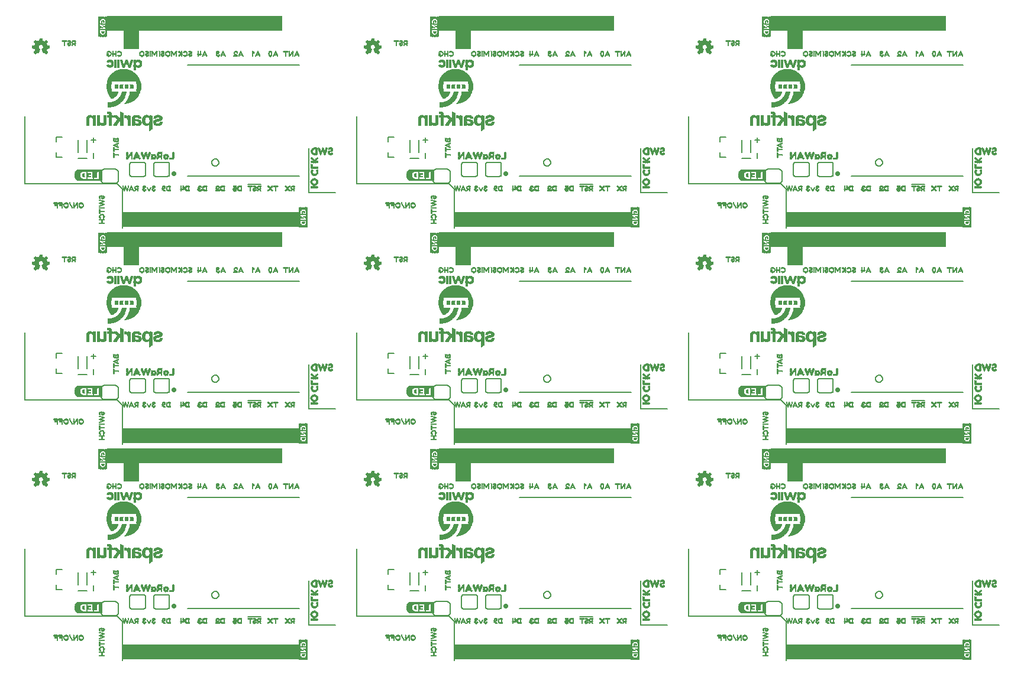
<source format=gbo>
G04 EAGLE Gerber RS-274X export*
G75*
%MOMM*%
%FSLAX34Y34*%
%LPD*%
%INSilkscreen Bottom*%
%IPPOS*%
%AMOC8*
5,1,8,0,0,1.08239X$1,22.5*%
G01*
%ADD10C,0.203200*%
%ADD11C,0.152400*%
%ADD12R,0.030000X0.330000*%
%ADD13R,0.030000X0.030000*%
%ADD14R,0.030000X0.630000*%
%ADD15R,0.030000X0.660000*%
%ADD16R,0.040000X0.480000*%
%ADD17R,0.040000X0.150000*%
%ADD18R,0.040000X0.750000*%
%ADD19R,0.030000X0.510000*%
%ADD20R,0.030000X0.180000*%
%ADD21R,0.030000X0.750000*%
%ADD22R,0.030000X0.540000*%
%ADD23R,0.030000X0.210000*%
%ADD24R,0.030000X0.780000*%
%ADD25R,0.030000X0.570000*%
%ADD26R,0.030000X0.240000*%
%ADD27R,0.040000X0.600000*%
%ADD28R,0.040000X0.270000*%
%ADD29R,0.040000X0.690000*%
%ADD30R,0.040000X0.720000*%
%ADD31R,0.030000X0.600000*%
%ADD32R,0.030000X0.300000*%
%ADD33R,0.030000X0.360000*%
%ADD34R,0.040000X0.180000*%
%ADD35R,0.040000X0.210000*%
%ADD36R,0.040000X0.390000*%
%ADD37R,0.030000X0.270000*%
%ADD38R,0.030000X0.420000*%
%ADD39R,0.030000X0.450000*%
%ADD40R,0.040000X0.300000*%
%ADD41R,0.040000X0.240000*%
%ADD42R,0.040000X0.630000*%
%ADD43R,0.030000X0.690000*%
%ADD44R,0.030000X0.720000*%
%ADD45R,0.040000X0.510000*%
%ADD46R,0.030000X0.150000*%
%ADD47R,0.030000X0.120000*%
%ADD48R,0.300000X0.030000*%
%ADD49R,0.210000X0.030000*%
%ADD50R,0.660000X0.030000*%
%ADD51R,0.450000X0.040000*%
%ADD52R,0.330000X0.040000*%
%ADD53R,0.750000X0.040000*%
%ADD54R,0.510000X0.030000*%
%ADD55R,0.420000X0.030000*%
%ADD56R,0.780000X0.030000*%
%ADD57R,0.540000X0.030000*%
%ADD58R,0.450000X0.030000*%
%ADD59R,0.570000X0.030000*%
%ADD60R,0.750000X0.030000*%
%ADD61R,0.570000X0.040000*%
%ADD62R,0.480000X0.040000*%
%ADD63R,0.720000X0.040000*%
%ADD64R,0.600000X0.030000*%
%ADD65R,0.240000X0.030000*%
%ADD66R,0.180000X0.030000*%
%ADD67R,0.120000X0.030000*%
%ADD68R,0.210000X0.040000*%
%ADD69R,0.240000X0.040000*%
%ADD70R,0.390000X0.030000*%
%ADD71R,0.600000X0.040000*%
%ADD72R,0.540000X0.040000*%
%ADD73R,0.090000X0.030000*%
%ADD74R,0.150000X0.030000*%
%ADD75R,0.180000X0.040000*%
%ADD76R,0.390000X0.040000*%
%ADD77R,0.270000X0.030000*%
%ADD78R,0.030000X0.060000*%
%ADD79R,0.030000X0.090000*%
%ADD80R,0.040000X0.330000*%
%ADD81R,0.040000X0.120000*%
%ADD82R,0.030000X0.390000*%
%ADD83R,0.040000X0.840000*%
%ADD84R,0.030000X0.840000*%
%ADD85R,0.040000X0.360000*%
%ADD86R,0.040000X0.570000*%
%ADD87R,0.040000X0.420000*%
%ADD88R,0.030000X2.910000*%
%ADD89R,0.020000X2.910000*%
%ADD90R,0.040000X2.910000*%
%ADD91R,0.030000X2.100000*%
%ADD92R,0.030000X0.480000*%
%ADD93R,0.040000X0.090000*%
%ADD94R,0.040000X0.030000*%
%ADD95R,0.040000X0.060000*%
%ADD96R,0.040000X0.540000*%
%ADD97R,0.120000X0.020000*%
%ADD98R,0.060000X0.030000*%
%ADD99R,0.480000X0.030000*%
%ADD100R,0.360000X0.040000*%
%ADD101R,0.630000X0.030000*%
%ADD102R,0.630000X0.040000*%
%ADD103R,0.270000X0.040000*%
%ADD104R,0.660000X0.040000*%
%ADD105R,0.690000X0.030000*%
%ADD106R,0.330000X0.030000*%
%ADD107R,0.510000X0.040000*%
%ADD108R,0.360000X0.030000*%
%ADD109R,0.300000X0.040000*%
%ADD110R,0.420000X0.040000*%
%ADD111R,0.150000X0.040000*%
%ADD112R,0.720000X0.030000*%
%ADD113R,0.120000X0.040000*%
%ADD114R,0.870000X0.030000*%
%ADD115R,0.090000X0.040000*%
%ADD116R,0.080000X0.040000*%
%ADD117R,0.400000X0.040000*%
%ADD118R,0.680000X0.040000*%
%ADD119R,0.280000X0.040000*%
%ADD120R,0.760000X0.040000*%
%ADD121R,0.800000X0.040000*%
%ADD122R,0.320000X0.040000*%
%ADD123R,0.200000X0.040000*%
%ADD124R,0.640000X0.040000*%
%ADD125R,0.560000X0.040000*%
%ADD126R,0.160000X0.040000*%
%ADD127R,0.040000X0.040000*%
%ADD128R,0.440000X0.040000*%
%ADD129R,0.520000X0.040000*%
%ADD130R,1.120000X0.040000*%
%ADD131R,0.840000X0.040000*%
%ADD132R,0.920000X0.040000*%
%ADD133R,1.000000X0.040000*%
%ADD134R,0.840000X0.030000*%
%ADD135R,0.900000X0.040000*%
%ADD136R,0.780000X0.040000*%
%ADD137R,0.340000X0.020000*%
%ADD138R,0.320000X0.020000*%
%ADD139R,0.140000X0.020000*%
%ADD140R,0.280000X0.020000*%
%ADD141R,0.360000X0.020000*%
%ADD142R,0.420000X0.020000*%
%ADD143R,0.380000X0.020000*%
%ADD144R,0.480000X0.020000*%
%ADD145R,0.540000X0.020000*%
%ADD146R,0.560000X0.020000*%
%ADD147R,0.400000X0.020000*%
%ADD148R,0.640000X0.020000*%
%ADD149R,0.620000X0.020000*%
%ADD150R,0.700000X0.020000*%
%ADD151R,0.660000X0.020000*%
%ADD152R,0.740000X0.020000*%
%ADD153R,1.080000X0.020000*%
%ADD154R,0.800000X0.020000*%
%ADD155R,1.100000X0.020000*%
%ADD156R,0.440000X0.020000*%
%ADD157R,0.840000X0.020000*%
%ADD158R,1.120000X0.020000*%
%ADD159R,0.460000X0.020000*%
%ADD160R,0.860000X0.020000*%
%ADD161R,0.900000X0.020000*%
%ADD162R,1.140000X0.020000*%
%ADD163R,0.920000X0.020000*%
%ADD164R,1.160000X0.020000*%
%ADD165R,0.960000X0.020000*%
%ADD166R,0.500000X0.020000*%
%ADD167R,0.520000X0.020000*%
%ADD168R,0.940000X0.020000*%
%ADD169R,0.260000X0.020000*%
%ADD170R,0.180000X0.020000*%
%ADD171R,0.580000X0.020000*%
%ADD172R,0.060000X0.020000*%
%ADD173R,0.600000X0.020000*%
%ADD174R,0.300000X0.020000*%
%ADD175R,0.040000X0.020000*%
%ADD176R,0.100000X0.020000*%
%ADD177R,0.160000X0.020000*%
%ADD178R,0.220000X0.020000*%
%ADD179R,0.980000X0.020000*%
%ADD180R,0.880000X0.020000*%
%ADD181R,0.760000X0.020000*%
%ADD182R,1.060000X0.020000*%
%ADD183R,0.720000X0.020000*%
%ADD184R,0.820000X0.020000*%
%ADD185R,1.180000X0.020000*%
%ADD186R,1.340000X0.020000*%
%ADD187R,1.460000X0.020000*%
%ADD188R,1.600000X0.020000*%
%ADD189R,1.700000X0.020000*%
%ADD190R,1.820000X0.020000*%
%ADD191R,1.900000X0.020000*%
%ADD192R,1.980000X0.020000*%
%ADD193R,2.100000X0.020000*%
%ADD194R,2.160000X0.020000*%
%ADD195R,2.260000X0.020000*%
%ADD196R,2.340000X0.020000*%
%ADD197R,2.400000X0.020000*%
%ADD198R,2.480000X0.020000*%
%ADD199R,2.540000X0.020000*%
%ADD200R,2.600000X0.020000*%
%ADD201R,2.680000X0.020000*%
%ADD202R,2.720000X0.020000*%
%ADD203R,2.800000X0.020000*%
%ADD204R,2.840000X0.020000*%
%ADD205R,2.900000X0.020000*%
%ADD206R,2.960000X0.020000*%
%ADD207R,3.000000X0.020000*%
%ADD208R,3.060000X0.020000*%
%ADD209R,3.120000X0.020000*%
%ADD210R,3.160000X0.020000*%
%ADD211R,3.200000X0.020000*%
%ADD212R,3.260000X0.020000*%
%ADD213R,3.300000X0.020000*%
%ADD214R,3.340000X0.020000*%
%ADD215R,3.380000X0.020000*%
%ADD216R,3.420000X0.020000*%
%ADD217R,3.460000X0.020000*%
%ADD218R,3.520000X0.020000*%
%ADD219R,3.540000X0.020000*%
%ADD220R,3.580000X0.020000*%
%ADD221R,3.620000X0.020000*%
%ADD222R,3.660000X0.020000*%
%ADD223R,3.700000X0.020000*%
%ADD224R,3.740000X0.020000*%
%ADD225R,3.780000X0.020000*%
%ADD226R,3.800000X0.020000*%
%ADD227R,3.840000X0.020000*%
%ADD228R,3.860000X0.020000*%
%ADD229R,3.900000X0.020000*%
%ADD230R,3.940000X0.020000*%
%ADD231R,3.960000X0.020000*%
%ADD232R,3.980000X0.020000*%
%ADD233R,4.020000X0.020000*%
%ADD234R,4.060000X0.020000*%
%ADD235R,4.080000X0.020000*%
%ADD236R,4.100000X0.020000*%
%ADD237R,4.120000X0.020000*%
%ADD238R,4.160000X0.020000*%
%ADD239R,4.180000X0.020000*%
%ADD240R,4.200000X0.020000*%
%ADD241R,4.240000X0.020000*%
%ADD242R,4.260000X0.020000*%
%ADD243R,4.280000X0.020000*%
%ADD244R,4.300000X0.020000*%
%ADD245R,4.320000X0.020000*%
%ADD246R,4.340000X0.020000*%
%ADD247R,4.380000X0.020000*%
%ADD248R,4.400000X0.020000*%
%ADD249R,4.440000X0.020000*%
%ADD250R,4.460000X0.020000*%
%ADD251R,4.500000X0.020000*%
%ADD252R,4.520000X0.020000*%
%ADD253R,4.540000X0.020000*%
%ADD254R,4.560000X0.020000*%
%ADD255R,4.580000X0.020000*%
%ADD256R,4.600000X0.020000*%
%ADD257R,4.620000X0.020000*%
%ADD258R,4.640000X0.020000*%
%ADD259R,4.660000X0.020000*%
%ADD260R,4.680000X0.020000*%
%ADD261R,4.700000X0.020000*%
%ADD262R,4.720000X0.020000*%
%ADD263R,4.740000X0.020000*%
%ADD264R,0.680000X0.020000*%
%ADD265R,1.480000X0.020000*%
%ADD266R,1.580000X0.020000*%
%ADD267R,1.560000X0.020000*%
%ADD268R,1.540000X0.020000*%
%ADD269R,1.520000X0.020000*%
%ADD270R,1.500000X0.020000*%
%ADD271R,1.440000X0.020000*%
%ADD272R,1.400000X0.020000*%
%ADD273R,1.420000X0.020000*%
%ADD274R,1.380000X0.020000*%
%ADD275R,1.360000X0.020000*%
%ADD276R,1.320000X0.020000*%
%ADD277R,1.300000X0.020000*%
%ADD278R,1.260000X0.020000*%
%ADD279R,1.220000X0.020000*%
%ADD280R,1.200000X0.020000*%
%ADD281R,1.040000X0.020000*%
%ADD282R,1.020000X0.020000*%
%ADD283R,1.000000X0.020000*%
%ADD284R,1.280000X0.020000*%
%ADD285R,0.780000X0.020000*%
%ADD286R,1.240000X0.020000*%
%ADD287R,0.020000X0.020000*%
%ADD288R,1.840000X0.020000*%
%ADD289R,1.800000X0.020000*%
%ADD290R,1.780000X0.020000*%
%ADD291R,1.760000X0.020000*%
%ADD292R,1.740000X0.020000*%
%ADD293R,1.680000X0.020000*%
%ADD294R,1.660000X0.020000*%
%ADD295R,1.620000X0.020000*%
%ADD296C,0.127000*%
%ADD297C,0.718419*%
%ADD298R,0.880000X0.040000*%
%ADD299R,0.040000X0.200000*%
%ADD300R,0.040000X0.080000*%
%ADD301R,0.040000X0.440000*%
%ADD302R,0.040000X0.280000*%
%ADD303R,0.040000X0.320000*%
%ADD304R,0.040000X0.760000*%
%ADD305R,0.040000X0.800000*%
%ADD306R,0.040000X0.400000*%
%ADD307R,0.040000X0.640000*%
%ADD308R,0.040000X0.560000*%
%ADD309R,0.040000X0.520000*%
%ADD310R,0.040000X0.680000*%
%ADD311R,0.040000X0.160000*%
%ADD312R,0.040000X0.920000*%
%ADD313R,0.040000X0.880000*%
%ADD314R,3.360000X0.040000*%
%ADD315R,3.480000X0.040000*%
%ADD316R,3.560000X0.040000*%
%ADD317R,3.640000X0.040000*%
%ADD318R,3.680000X0.040000*%
%ADD319R,3.720000X0.040000*%
%ADD320R,3.760000X0.040000*%
%ADD321R,3.800000X0.040000*%
%ADD322R,1.040000X0.040000*%
%ADD323R,0.960000X0.040000*%

G36*
X162580Y875542D02*
X162580Y875542D01*
X162599Y875540D01*
X162701Y875562D01*
X162803Y875579D01*
X162820Y875588D01*
X162840Y875592D01*
X162929Y875645D01*
X163020Y875694D01*
X163034Y875708D01*
X163051Y875718D01*
X163118Y875797D01*
X163190Y875872D01*
X163198Y875890D01*
X163211Y875905D01*
X163250Y876001D01*
X163293Y876095D01*
X163295Y876115D01*
X163303Y876133D01*
X163321Y876300D01*
X163321Y901701D01*
X367030Y901701D01*
X367148Y901716D01*
X367267Y901723D01*
X367305Y901736D01*
X367346Y901741D01*
X367456Y901784D01*
X367569Y901821D01*
X367604Y901843D01*
X367641Y901858D01*
X367737Y901928D01*
X367838Y901991D01*
X367866Y902021D01*
X367899Y902044D01*
X367975Y902136D01*
X368056Y902223D01*
X368076Y902258D01*
X368101Y902289D01*
X368152Y902397D01*
X368210Y902501D01*
X368220Y902541D01*
X368237Y902577D01*
X368259Y902694D01*
X368289Y902809D01*
X368293Y902870D01*
X368297Y902890D01*
X368295Y902910D01*
X368299Y902970D01*
X368299Y922020D01*
X368284Y922138D01*
X368277Y922257D01*
X368264Y922295D01*
X368259Y922336D01*
X368216Y922446D01*
X368179Y922559D01*
X368157Y922594D01*
X368142Y922631D01*
X368073Y922727D01*
X368009Y922828D01*
X367979Y922856D01*
X367956Y922889D01*
X367864Y922965D01*
X367777Y923046D01*
X367742Y923066D01*
X367711Y923091D01*
X367603Y923142D01*
X367499Y923200D01*
X367459Y923210D01*
X367423Y923227D01*
X367306Y923249D01*
X367191Y923279D01*
X367131Y923283D01*
X367111Y923287D01*
X367090Y923285D01*
X367030Y923289D01*
X118110Y923289D01*
X117992Y923274D01*
X117873Y923267D01*
X117835Y923254D01*
X117794Y923249D01*
X117684Y923206D01*
X117571Y923169D01*
X117536Y923147D01*
X117499Y923132D01*
X117403Y923063D01*
X117302Y922999D01*
X117274Y922969D01*
X117241Y922946D01*
X117166Y922854D01*
X117084Y922767D01*
X117064Y922732D01*
X117039Y922701D01*
X116988Y922593D01*
X116930Y922489D01*
X116920Y922449D01*
X116903Y922413D01*
X116881Y922296D01*
X116851Y922181D01*
X116847Y922121D01*
X116843Y922101D01*
X116844Y922092D01*
X116843Y922089D01*
X116844Y922075D01*
X116841Y922020D01*
X116841Y902970D01*
X116856Y902852D01*
X116863Y902733D01*
X116876Y902695D01*
X116881Y902654D01*
X116924Y902544D01*
X116961Y902431D01*
X116983Y902396D01*
X116998Y902359D01*
X117068Y902263D01*
X117131Y902162D01*
X117161Y902134D01*
X117184Y902101D01*
X117276Y902026D01*
X117363Y901944D01*
X117398Y901924D01*
X117429Y901899D01*
X117537Y901848D01*
X117641Y901790D01*
X117681Y901780D01*
X117717Y901763D01*
X117834Y901741D01*
X117949Y901711D01*
X118010Y901707D01*
X118030Y901703D01*
X118050Y901705D01*
X118110Y901701D01*
X141479Y901701D01*
X141479Y876300D01*
X141482Y876280D01*
X141480Y876261D01*
X141502Y876159D01*
X141519Y876057D01*
X141528Y876040D01*
X141532Y876020D01*
X141585Y875931D01*
X141634Y875840D01*
X141648Y875826D01*
X141658Y875809D01*
X141737Y875742D01*
X141812Y875671D01*
X141830Y875662D01*
X141845Y875649D01*
X141941Y875610D01*
X142035Y875567D01*
X142055Y875565D01*
X142073Y875557D01*
X142240Y875539D01*
X162560Y875539D01*
X162580Y875542D01*
G37*
G36*
X1112540Y875542D02*
X1112540Y875542D01*
X1112559Y875540D01*
X1112661Y875562D01*
X1112763Y875579D01*
X1112780Y875588D01*
X1112800Y875592D01*
X1112889Y875645D01*
X1112980Y875694D01*
X1112994Y875708D01*
X1113011Y875718D01*
X1113078Y875797D01*
X1113150Y875872D01*
X1113158Y875890D01*
X1113171Y875905D01*
X1113210Y876001D01*
X1113253Y876095D01*
X1113255Y876115D01*
X1113263Y876133D01*
X1113281Y876300D01*
X1113281Y901701D01*
X1316990Y901701D01*
X1317108Y901716D01*
X1317227Y901723D01*
X1317265Y901736D01*
X1317306Y901741D01*
X1317416Y901784D01*
X1317529Y901821D01*
X1317564Y901843D01*
X1317601Y901858D01*
X1317697Y901928D01*
X1317798Y901991D01*
X1317826Y902021D01*
X1317859Y902044D01*
X1317935Y902136D01*
X1318016Y902223D01*
X1318036Y902258D01*
X1318061Y902289D01*
X1318112Y902397D01*
X1318170Y902501D01*
X1318180Y902541D01*
X1318197Y902577D01*
X1318219Y902694D01*
X1318249Y902809D01*
X1318253Y902870D01*
X1318257Y902890D01*
X1318255Y902910D01*
X1318259Y902970D01*
X1318259Y922020D01*
X1318244Y922138D01*
X1318237Y922257D01*
X1318224Y922295D01*
X1318219Y922336D01*
X1318176Y922446D01*
X1318139Y922559D01*
X1318117Y922594D01*
X1318102Y922631D01*
X1318033Y922727D01*
X1317969Y922828D01*
X1317939Y922856D01*
X1317916Y922889D01*
X1317824Y922965D01*
X1317737Y923046D01*
X1317702Y923066D01*
X1317671Y923091D01*
X1317563Y923142D01*
X1317459Y923200D01*
X1317419Y923210D01*
X1317383Y923227D01*
X1317266Y923249D01*
X1317151Y923279D01*
X1317091Y923283D01*
X1317071Y923287D01*
X1317050Y923285D01*
X1316990Y923289D01*
X1068070Y923289D01*
X1067952Y923274D01*
X1067833Y923267D01*
X1067795Y923254D01*
X1067754Y923249D01*
X1067644Y923206D01*
X1067531Y923169D01*
X1067496Y923147D01*
X1067459Y923132D01*
X1067363Y923063D01*
X1067262Y922999D01*
X1067234Y922969D01*
X1067201Y922946D01*
X1067126Y922854D01*
X1067044Y922767D01*
X1067024Y922732D01*
X1066999Y922701D01*
X1066948Y922593D01*
X1066890Y922489D01*
X1066880Y922449D01*
X1066863Y922413D01*
X1066841Y922296D01*
X1066811Y922181D01*
X1066807Y922121D01*
X1066803Y922101D01*
X1066804Y922092D01*
X1066803Y922089D01*
X1066804Y922075D01*
X1066801Y922020D01*
X1066801Y902970D01*
X1066816Y902852D01*
X1066823Y902733D01*
X1066836Y902695D01*
X1066841Y902654D01*
X1066884Y902544D01*
X1066921Y902431D01*
X1066943Y902396D01*
X1066958Y902359D01*
X1067028Y902263D01*
X1067091Y902162D01*
X1067121Y902134D01*
X1067144Y902101D01*
X1067236Y902026D01*
X1067323Y901944D01*
X1067358Y901924D01*
X1067389Y901899D01*
X1067497Y901848D01*
X1067601Y901790D01*
X1067641Y901780D01*
X1067677Y901763D01*
X1067794Y901741D01*
X1067909Y901711D01*
X1067970Y901707D01*
X1067990Y901703D01*
X1068010Y901705D01*
X1068070Y901701D01*
X1091439Y901701D01*
X1091439Y876300D01*
X1091442Y876280D01*
X1091440Y876261D01*
X1091462Y876159D01*
X1091479Y876057D01*
X1091488Y876040D01*
X1091492Y876020D01*
X1091545Y875931D01*
X1091594Y875840D01*
X1091608Y875826D01*
X1091618Y875809D01*
X1091697Y875742D01*
X1091772Y875671D01*
X1091790Y875662D01*
X1091805Y875649D01*
X1091901Y875610D01*
X1091995Y875567D01*
X1092015Y875565D01*
X1092033Y875557D01*
X1092200Y875539D01*
X1112520Y875539D01*
X1112540Y875542D01*
G37*
G36*
X637560Y875542D02*
X637560Y875542D01*
X637579Y875540D01*
X637681Y875562D01*
X637783Y875579D01*
X637800Y875588D01*
X637820Y875592D01*
X637909Y875645D01*
X638000Y875694D01*
X638014Y875708D01*
X638031Y875718D01*
X638098Y875797D01*
X638170Y875872D01*
X638178Y875890D01*
X638191Y875905D01*
X638230Y876001D01*
X638273Y876095D01*
X638275Y876115D01*
X638283Y876133D01*
X638301Y876300D01*
X638301Y901701D01*
X842010Y901701D01*
X842128Y901716D01*
X842247Y901723D01*
X842285Y901736D01*
X842326Y901741D01*
X842436Y901784D01*
X842549Y901821D01*
X842584Y901843D01*
X842621Y901858D01*
X842717Y901928D01*
X842818Y901991D01*
X842846Y902021D01*
X842879Y902044D01*
X842955Y902136D01*
X843036Y902223D01*
X843056Y902258D01*
X843081Y902289D01*
X843132Y902397D01*
X843190Y902501D01*
X843200Y902541D01*
X843217Y902577D01*
X843239Y902694D01*
X843269Y902809D01*
X843273Y902870D01*
X843277Y902890D01*
X843275Y902910D01*
X843279Y902970D01*
X843279Y922020D01*
X843264Y922138D01*
X843257Y922257D01*
X843244Y922295D01*
X843239Y922336D01*
X843196Y922446D01*
X843159Y922559D01*
X843137Y922594D01*
X843122Y922631D01*
X843053Y922727D01*
X842989Y922828D01*
X842959Y922856D01*
X842936Y922889D01*
X842844Y922965D01*
X842757Y923046D01*
X842722Y923066D01*
X842691Y923091D01*
X842583Y923142D01*
X842479Y923200D01*
X842439Y923210D01*
X842403Y923227D01*
X842286Y923249D01*
X842171Y923279D01*
X842111Y923283D01*
X842091Y923287D01*
X842070Y923285D01*
X842010Y923289D01*
X593090Y923289D01*
X592972Y923274D01*
X592853Y923267D01*
X592815Y923254D01*
X592774Y923249D01*
X592664Y923206D01*
X592551Y923169D01*
X592516Y923147D01*
X592479Y923132D01*
X592383Y923063D01*
X592282Y922999D01*
X592254Y922969D01*
X592221Y922946D01*
X592146Y922854D01*
X592064Y922767D01*
X592044Y922732D01*
X592019Y922701D01*
X591968Y922593D01*
X591910Y922489D01*
X591900Y922449D01*
X591883Y922413D01*
X591861Y922296D01*
X591831Y922181D01*
X591827Y922121D01*
X591823Y922101D01*
X591824Y922092D01*
X591823Y922089D01*
X591824Y922075D01*
X591821Y922020D01*
X591821Y902970D01*
X591836Y902852D01*
X591843Y902733D01*
X591856Y902695D01*
X591861Y902654D01*
X591904Y902544D01*
X591941Y902431D01*
X591963Y902396D01*
X591978Y902359D01*
X592048Y902263D01*
X592111Y902162D01*
X592141Y902134D01*
X592164Y902101D01*
X592256Y902026D01*
X592343Y901944D01*
X592378Y901924D01*
X592409Y901899D01*
X592517Y901848D01*
X592621Y901790D01*
X592661Y901780D01*
X592697Y901763D01*
X592814Y901741D01*
X592929Y901711D01*
X592990Y901707D01*
X593010Y901703D01*
X593030Y901705D01*
X593090Y901701D01*
X616459Y901701D01*
X616459Y876300D01*
X616462Y876280D01*
X616460Y876261D01*
X616482Y876159D01*
X616499Y876057D01*
X616508Y876040D01*
X616512Y876020D01*
X616565Y875931D01*
X616614Y875840D01*
X616628Y875826D01*
X616638Y875809D01*
X616717Y875742D01*
X616792Y875671D01*
X616810Y875662D01*
X616825Y875649D01*
X616921Y875610D01*
X617015Y875567D01*
X617035Y875565D01*
X617053Y875557D01*
X617220Y875539D01*
X637540Y875539D01*
X637560Y875542D01*
G37*
G36*
X162580Y255782D02*
X162580Y255782D01*
X162599Y255780D01*
X162701Y255802D01*
X162803Y255819D01*
X162820Y255828D01*
X162840Y255832D01*
X162929Y255885D01*
X163020Y255934D01*
X163034Y255948D01*
X163051Y255958D01*
X163118Y256037D01*
X163190Y256112D01*
X163198Y256130D01*
X163211Y256145D01*
X163250Y256241D01*
X163293Y256335D01*
X163295Y256355D01*
X163303Y256373D01*
X163321Y256540D01*
X163321Y281941D01*
X367030Y281941D01*
X367148Y281956D01*
X367267Y281963D01*
X367305Y281976D01*
X367346Y281981D01*
X367456Y282024D01*
X367569Y282061D01*
X367604Y282083D01*
X367641Y282098D01*
X367737Y282168D01*
X367838Y282231D01*
X367866Y282261D01*
X367899Y282284D01*
X367975Y282376D01*
X368056Y282463D01*
X368076Y282498D01*
X368101Y282529D01*
X368152Y282637D01*
X368210Y282741D01*
X368220Y282781D01*
X368237Y282817D01*
X368259Y282934D01*
X368289Y283049D01*
X368293Y283110D01*
X368297Y283130D01*
X368295Y283150D01*
X368299Y283210D01*
X368299Y302260D01*
X368284Y302378D01*
X368277Y302497D01*
X368264Y302535D01*
X368259Y302576D01*
X368216Y302686D01*
X368179Y302799D01*
X368157Y302834D01*
X368142Y302871D01*
X368073Y302967D01*
X368009Y303068D01*
X367979Y303096D01*
X367956Y303129D01*
X367864Y303205D01*
X367777Y303286D01*
X367742Y303306D01*
X367711Y303331D01*
X367603Y303382D01*
X367499Y303440D01*
X367459Y303450D01*
X367423Y303467D01*
X367306Y303489D01*
X367191Y303519D01*
X367131Y303523D01*
X367111Y303527D01*
X367090Y303525D01*
X367030Y303529D01*
X118110Y303529D01*
X117992Y303514D01*
X117873Y303507D01*
X117835Y303494D01*
X117794Y303489D01*
X117684Y303446D01*
X117571Y303409D01*
X117536Y303387D01*
X117499Y303372D01*
X117403Y303303D01*
X117302Y303239D01*
X117274Y303209D01*
X117241Y303186D01*
X117166Y303094D01*
X117084Y303007D01*
X117064Y302972D01*
X117039Y302941D01*
X116988Y302833D01*
X116930Y302729D01*
X116920Y302689D01*
X116903Y302653D01*
X116881Y302536D01*
X116851Y302421D01*
X116847Y302361D01*
X116843Y302341D01*
X116844Y302332D01*
X116843Y302329D01*
X116844Y302315D01*
X116841Y302260D01*
X116841Y283210D01*
X116856Y283092D01*
X116863Y282973D01*
X116876Y282935D01*
X116881Y282894D01*
X116924Y282784D01*
X116961Y282671D01*
X116983Y282636D01*
X116998Y282599D01*
X117068Y282503D01*
X117131Y282402D01*
X117161Y282374D01*
X117184Y282341D01*
X117276Y282266D01*
X117363Y282184D01*
X117398Y282164D01*
X117429Y282139D01*
X117537Y282088D01*
X117641Y282030D01*
X117681Y282020D01*
X117717Y282003D01*
X117834Y281981D01*
X117949Y281951D01*
X118010Y281947D01*
X118030Y281943D01*
X118050Y281945D01*
X118110Y281941D01*
X141479Y281941D01*
X141479Y256540D01*
X141482Y256520D01*
X141480Y256501D01*
X141502Y256399D01*
X141519Y256297D01*
X141528Y256280D01*
X141532Y256260D01*
X141585Y256171D01*
X141634Y256080D01*
X141648Y256066D01*
X141658Y256049D01*
X141737Y255982D01*
X141812Y255911D01*
X141830Y255902D01*
X141845Y255889D01*
X141941Y255850D01*
X142035Y255807D01*
X142055Y255805D01*
X142073Y255797D01*
X142240Y255779D01*
X162560Y255779D01*
X162580Y255782D01*
G37*
G36*
X162580Y565662D02*
X162580Y565662D01*
X162599Y565660D01*
X162701Y565682D01*
X162803Y565699D01*
X162820Y565708D01*
X162840Y565712D01*
X162929Y565765D01*
X163020Y565814D01*
X163034Y565828D01*
X163051Y565838D01*
X163118Y565917D01*
X163190Y565992D01*
X163198Y566010D01*
X163211Y566025D01*
X163250Y566121D01*
X163293Y566215D01*
X163295Y566235D01*
X163303Y566253D01*
X163321Y566420D01*
X163321Y591821D01*
X367030Y591821D01*
X367148Y591836D01*
X367267Y591843D01*
X367305Y591856D01*
X367346Y591861D01*
X367456Y591904D01*
X367569Y591941D01*
X367604Y591963D01*
X367641Y591978D01*
X367737Y592048D01*
X367838Y592111D01*
X367866Y592141D01*
X367899Y592164D01*
X367975Y592256D01*
X368056Y592343D01*
X368076Y592378D01*
X368101Y592409D01*
X368152Y592517D01*
X368210Y592621D01*
X368220Y592661D01*
X368237Y592697D01*
X368259Y592814D01*
X368289Y592929D01*
X368293Y592990D01*
X368297Y593010D01*
X368295Y593030D01*
X368299Y593090D01*
X368299Y612140D01*
X368284Y612258D01*
X368277Y612377D01*
X368264Y612415D01*
X368259Y612456D01*
X368216Y612566D01*
X368179Y612679D01*
X368157Y612714D01*
X368142Y612751D01*
X368073Y612847D01*
X368009Y612948D01*
X367979Y612976D01*
X367956Y613009D01*
X367864Y613085D01*
X367777Y613166D01*
X367742Y613186D01*
X367711Y613211D01*
X367603Y613262D01*
X367499Y613320D01*
X367459Y613330D01*
X367423Y613347D01*
X367306Y613369D01*
X367191Y613399D01*
X367131Y613403D01*
X367111Y613407D01*
X367090Y613405D01*
X367030Y613409D01*
X118110Y613409D01*
X117992Y613394D01*
X117873Y613387D01*
X117835Y613374D01*
X117794Y613369D01*
X117684Y613326D01*
X117571Y613289D01*
X117536Y613267D01*
X117499Y613252D01*
X117403Y613183D01*
X117302Y613119D01*
X117274Y613089D01*
X117241Y613066D01*
X117166Y612974D01*
X117084Y612887D01*
X117064Y612852D01*
X117039Y612821D01*
X116988Y612713D01*
X116930Y612609D01*
X116920Y612569D01*
X116903Y612533D01*
X116881Y612416D01*
X116851Y612301D01*
X116847Y612241D01*
X116843Y612221D01*
X116844Y612212D01*
X116843Y612209D01*
X116844Y612195D01*
X116841Y612140D01*
X116841Y593090D01*
X116856Y592972D01*
X116863Y592853D01*
X116876Y592815D01*
X116881Y592774D01*
X116924Y592664D01*
X116961Y592551D01*
X116983Y592516D01*
X116998Y592479D01*
X117068Y592383D01*
X117131Y592282D01*
X117161Y592254D01*
X117184Y592221D01*
X117276Y592146D01*
X117363Y592064D01*
X117398Y592044D01*
X117429Y592019D01*
X117537Y591968D01*
X117641Y591910D01*
X117681Y591900D01*
X117717Y591883D01*
X117834Y591861D01*
X117949Y591831D01*
X118010Y591827D01*
X118030Y591823D01*
X118050Y591825D01*
X118110Y591821D01*
X141479Y591821D01*
X141479Y566420D01*
X141482Y566400D01*
X141480Y566381D01*
X141502Y566279D01*
X141519Y566177D01*
X141528Y566160D01*
X141532Y566140D01*
X141585Y566051D01*
X141634Y565960D01*
X141648Y565946D01*
X141658Y565929D01*
X141737Y565862D01*
X141812Y565791D01*
X141830Y565782D01*
X141845Y565769D01*
X141941Y565730D01*
X142035Y565687D01*
X142055Y565685D01*
X142073Y565677D01*
X142240Y565659D01*
X162560Y565659D01*
X162580Y565662D01*
G37*
G36*
X1112540Y565662D02*
X1112540Y565662D01*
X1112559Y565660D01*
X1112661Y565682D01*
X1112763Y565699D01*
X1112780Y565708D01*
X1112800Y565712D01*
X1112889Y565765D01*
X1112980Y565814D01*
X1112994Y565828D01*
X1113011Y565838D01*
X1113078Y565917D01*
X1113150Y565992D01*
X1113158Y566010D01*
X1113171Y566025D01*
X1113210Y566121D01*
X1113253Y566215D01*
X1113255Y566235D01*
X1113263Y566253D01*
X1113281Y566420D01*
X1113281Y591821D01*
X1316990Y591821D01*
X1317108Y591836D01*
X1317227Y591843D01*
X1317265Y591856D01*
X1317306Y591861D01*
X1317416Y591904D01*
X1317529Y591941D01*
X1317564Y591963D01*
X1317601Y591978D01*
X1317697Y592048D01*
X1317798Y592111D01*
X1317826Y592141D01*
X1317859Y592164D01*
X1317935Y592256D01*
X1318016Y592343D01*
X1318036Y592378D01*
X1318061Y592409D01*
X1318112Y592517D01*
X1318170Y592621D01*
X1318180Y592661D01*
X1318197Y592697D01*
X1318219Y592814D01*
X1318249Y592929D01*
X1318253Y592990D01*
X1318257Y593010D01*
X1318255Y593030D01*
X1318259Y593090D01*
X1318259Y612140D01*
X1318244Y612258D01*
X1318237Y612377D01*
X1318224Y612415D01*
X1318219Y612456D01*
X1318176Y612566D01*
X1318139Y612679D01*
X1318117Y612714D01*
X1318102Y612751D01*
X1318033Y612847D01*
X1317969Y612948D01*
X1317939Y612976D01*
X1317916Y613009D01*
X1317824Y613085D01*
X1317737Y613166D01*
X1317702Y613186D01*
X1317671Y613211D01*
X1317563Y613262D01*
X1317459Y613320D01*
X1317419Y613330D01*
X1317383Y613347D01*
X1317266Y613369D01*
X1317151Y613399D01*
X1317091Y613403D01*
X1317071Y613407D01*
X1317050Y613405D01*
X1316990Y613409D01*
X1068070Y613409D01*
X1067952Y613394D01*
X1067833Y613387D01*
X1067795Y613374D01*
X1067754Y613369D01*
X1067644Y613326D01*
X1067531Y613289D01*
X1067496Y613267D01*
X1067459Y613252D01*
X1067363Y613183D01*
X1067262Y613119D01*
X1067234Y613089D01*
X1067201Y613066D01*
X1067126Y612974D01*
X1067044Y612887D01*
X1067024Y612852D01*
X1066999Y612821D01*
X1066948Y612713D01*
X1066890Y612609D01*
X1066880Y612569D01*
X1066863Y612533D01*
X1066841Y612416D01*
X1066811Y612301D01*
X1066807Y612241D01*
X1066803Y612221D01*
X1066804Y612212D01*
X1066803Y612209D01*
X1066804Y612195D01*
X1066801Y612140D01*
X1066801Y593090D01*
X1066816Y592972D01*
X1066823Y592853D01*
X1066836Y592815D01*
X1066841Y592774D01*
X1066884Y592664D01*
X1066921Y592551D01*
X1066943Y592516D01*
X1066958Y592479D01*
X1067028Y592383D01*
X1067091Y592282D01*
X1067121Y592254D01*
X1067144Y592221D01*
X1067236Y592146D01*
X1067323Y592064D01*
X1067358Y592044D01*
X1067389Y592019D01*
X1067497Y591968D01*
X1067601Y591910D01*
X1067641Y591900D01*
X1067677Y591883D01*
X1067794Y591861D01*
X1067909Y591831D01*
X1067970Y591827D01*
X1067990Y591823D01*
X1068010Y591825D01*
X1068070Y591821D01*
X1091439Y591821D01*
X1091439Y566420D01*
X1091442Y566400D01*
X1091440Y566381D01*
X1091462Y566279D01*
X1091479Y566177D01*
X1091488Y566160D01*
X1091492Y566140D01*
X1091545Y566051D01*
X1091594Y565960D01*
X1091608Y565946D01*
X1091618Y565929D01*
X1091697Y565862D01*
X1091772Y565791D01*
X1091790Y565782D01*
X1091805Y565769D01*
X1091901Y565730D01*
X1091995Y565687D01*
X1092015Y565685D01*
X1092033Y565677D01*
X1092200Y565659D01*
X1112520Y565659D01*
X1112540Y565662D01*
G37*
G36*
X637560Y565662D02*
X637560Y565662D01*
X637579Y565660D01*
X637681Y565682D01*
X637783Y565699D01*
X637800Y565708D01*
X637820Y565712D01*
X637909Y565765D01*
X638000Y565814D01*
X638014Y565828D01*
X638031Y565838D01*
X638098Y565917D01*
X638170Y565992D01*
X638178Y566010D01*
X638191Y566025D01*
X638230Y566121D01*
X638273Y566215D01*
X638275Y566235D01*
X638283Y566253D01*
X638301Y566420D01*
X638301Y591821D01*
X842010Y591821D01*
X842128Y591836D01*
X842247Y591843D01*
X842285Y591856D01*
X842326Y591861D01*
X842436Y591904D01*
X842549Y591941D01*
X842584Y591963D01*
X842621Y591978D01*
X842717Y592048D01*
X842818Y592111D01*
X842846Y592141D01*
X842879Y592164D01*
X842955Y592256D01*
X843036Y592343D01*
X843056Y592378D01*
X843081Y592409D01*
X843132Y592517D01*
X843190Y592621D01*
X843200Y592661D01*
X843217Y592697D01*
X843239Y592814D01*
X843269Y592929D01*
X843273Y592990D01*
X843277Y593010D01*
X843275Y593030D01*
X843279Y593090D01*
X843279Y612140D01*
X843264Y612258D01*
X843257Y612377D01*
X843244Y612415D01*
X843239Y612456D01*
X843196Y612566D01*
X843159Y612679D01*
X843137Y612714D01*
X843122Y612751D01*
X843053Y612847D01*
X842989Y612948D01*
X842959Y612976D01*
X842936Y613009D01*
X842844Y613085D01*
X842757Y613166D01*
X842722Y613186D01*
X842691Y613211D01*
X842583Y613262D01*
X842479Y613320D01*
X842439Y613330D01*
X842403Y613347D01*
X842286Y613369D01*
X842171Y613399D01*
X842111Y613403D01*
X842091Y613407D01*
X842070Y613405D01*
X842010Y613409D01*
X593090Y613409D01*
X592972Y613394D01*
X592853Y613387D01*
X592815Y613374D01*
X592774Y613369D01*
X592664Y613326D01*
X592551Y613289D01*
X592516Y613267D01*
X592479Y613252D01*
X592383Y613183D01*
X592282Y613119D01*
X592254Y613089D01*
X592221Y613066D01*
X592146Y612974D01*
X592064Y612887D01*
X592044Y612852D01*
X592019Y612821D01*
X591968Y612713D01*
X591910Y612609D01*
X591900Y612569D01*
X591883Y612533D01*
X591861Y612416D01*
X591831Y612301D01*
X591827Y612241D01*
X591823Y612221D01*
X591824Y612212D01*
X591823Y612209D01*
X591824Y612195D01*
X591821Y612140D01*
X591821Y593090D01*
X591836Y592972D01*
X591843Y592853D01*
X591856Y592815D01*
X591861Y592774D01*
X591904Y592664D01*
X591941Y592551D01*
X591963Y592516D01*
X591978Y592479D01*
X592048Y592383D01*
X592111Y592282D01*
X592141Y592254D01*
X592164Y592221D01*
X592256Y592146D01*
X592343Y592064D01*
X592378Y592044D01*
X592409Y592019D01*
X592517Y591968D01*
X592621Y591910D01*
X592661Y591900D01*
X592697Y591883D01*
X592814Y591861D01*
X592929Y591831D01*
X592990Y591827D01*
X593010Y591823D01*
X593030Y591825D01*
X593090Y591821D01*
X616459Y591821D01*
X616459Y566420D01*
X616462Y566400D01*
X616460Y566381D01*
X616482Y566279D01*
X616499Y566177D01*
X616508Y566160D01*
X616512Y566140D01*
X616565Y566051D01*
X616614Y565960D01*
X616628Y565946D01*
X616638Y565929D01*
X616717Y565862D01*
X616792Y565791D01*
X616810Y565782D01*
X616825Y565769D01*
X616921Y565730D01*
X617015Y565687D01*
X617035Y565685D01*
X617053Y565677D01*
X617220Y565659D01*
X637540Y565659D01*
X637560Y565662D01*
G37*
G36*
X1112540Y255782D02*
X1112540Y255782D01*
X1112559Y255780D01*
X1112661Y255802D01*
X1112763Y255819D01*
X1112780Y255828D01*
X1112800Y255832D01*
X1112889Y255885D01*
X1112980Y255934D01*
X1112994Y255948D01*
X1113011Y255958D01*
X1113078Y256037D01*
X1113150Y256112D01*
X1113158Y256130D01*
X1113171Y256145D01*
X1113210Y256241D01*
X1113253Y256335D01*
X1113255Y256355D01*
X1113263Y256373D01*
X1113281Y256540D01*
X1113281Y281941D01*
X1316990Y281941D01*
X1317108Y281956D01*
X1317227Y281963D01*
X1317265Y281976D01*
X1317306Y281981D01*
X1317416Y282024D01*
X1317529Y282061D01*
X1317564Y282083D01*
X1317601Y282098D01*
X1317697Y282168D01*
X1317798Y282231D01*
X1317826Y282261D01*
X1317859Y282284D01*
X1317935Y282376D01*
X1318016Y282463D01*
X1318036Y282498D01*
X1318061Y282529D01*
X1318112Y282637D01*
X1318170Y282741D01*
X1318180Y282781D01*
X1318197Y282817D01*
X1318219Y282934D01*
X1318249Y283049D01*
X1318253Y283110D01*
X1318257Y283130D01*
X1318255Y283150D01*
X1318259Y283210D01*
X1318259Y302260D01*
X1318244Y302378D01*
X1318237Y302497D01*
X1318224Y302535D01*
X1318219Y302576D01*
X1318176Y302686D01*
X1318139Y302799D01*
X1318117Y302834D01*
X1318102Y302871D01*
X1318033Y302967D01*
X1317969Y303068D01*
X1317939Y303096D01*
X1317916Y303129D01*
X1317824Y303205D01*
X1317737Y303286D01*
X1317702Y303306D01*
X1317671Y303331D01*
X1317563Y303382D01*
X1317459Y303440D01*
X1317419Y303450D01*
X1317383Y303467D01*
X1317266Y303489D01*
X1317151Y303519D01*
X1317091Y303523D01*
X1317071Y303527D01*
X1317050Y303525D01*
X1316990Y303529D01*
X1068070Y303529D01*
X1067952Y303514D01*
X1067833Y303507D01*
X1067795Y303494D01*
X1067754Y303489D01*
X1067644Y303446D01*
X1067531Y303409D01*
X1067496Y303387D01*
X1067459Y303372D01*
X1067363Y303303D01*
X1067262Y303239D01*
X1067234Y303209D01*
X1067201Y303186D01*
X1067126Y303094D01*
X1067044Y303007D01*
X1067024Y302972D01*
X1066999Y302941D01*
X1066948Y302833D01*
X1066890Y302729D01*
X1066880Y302689D01*
X1066863Y302653D01*
X1066841Y302536D01*
X1066811Y302421D01*
X1066807Y302361D01*
X1066803Y302341D01*
X1066804Y302332D01*
X1066803Y302329D01*
X1066804Y302315D01*
X1066801Y302260D01*
X1066801Y283210D01*
X1066816Y283092D01*
X1066823Y282973D01*
X1066836Y282935D01*
X1066841Y282894D01*
X1066884Y282784D01*
X1066921Y282671D01*
X1066943Y282636D01*
X1066958Y282599D01*
X1067028Y282503D01*
X1067091Y282402D01*
X1067121Y282374D01*
X1067144Y282341D01*
X1067236Y282266D01*
X1067323Y282184D01*
X1067358Y282164D01*
X1067389Y282139D01*
X1067497Y282088D01*
X1067601Y282030D01*
X1067641Y282020D01*
X1067677Y282003D01*
X1067794Y281981D01*
X1067909Y281951D01*
X1067970Y281947D01*
X1067990Y281943D01*
X1068010Y281945D01*
X1068070Y281941D01*
X1091439Y281941D01*
X1091439Y256540D01*
X1091442Y256520D01*
X1091440Y256501D01*
X1091462Y256399D01*
X1091479Y256297D01*
X1091488Y256280D01*
X1091492Y256260D01*
X1091545Y256171D01*
X1091594Y256080D01*
X1091608Y256066D01*
X1091618Y256049D01*
X1091697Y255982D01*
X1091772Y255911D01*
X1091790Y255902D01*
X1091805Y255889D01*
X1091901Y255850D01*
X1091995Y255807D01*
X1092015Y255805D01*
X1092033Y255797D01*
X1092200Y255779D01*
X1112520Y255779D01*
X1112540Y255782D01*
G37*
G36*
X637560Y255782D02*
X637560Y255782D01*
X637579Y255780D01*
X637681Y255802D01*
X637783Y255819D01*
X637800Y255828D01*
X637820Y255832D01*
X637909Y255885D01*
X638000Y255934D01*
X638014Y255948D01*
X638031Y255958D01*
X638098Y256037D01*
X638170Y256112D01*
X638178Y256130D01*
X638191Y256145D01*
X638230Y256241D01*
X638273Y256335D01*
X638275Y256355D01*
X638283Y256373D01*
X638301Y256540D01*
X638301Y281941D01*
X842010Y281941D01*
X842128Y281956D01*
X842247Y281963D01*
X842285Y281976D01*
X842326Y281981D01*
X842436Y282024D01*
X842549Y282061D01*
X842584Y282083D01*
X842621Y282098D01*
X842717Y282168D01*
X842818Y282231D01*
X842846Y282261D01*
X842879Y282284D01*
X842955Y282376D01*
X843036Y282463D01*
X843056Y282498D01*
X843081Y282529D01*
X843132Y282637D01*
X843190Y282741D01*
X843200Y282781D01*
X843217Y282817D01*
X843239Y282934D01*
X843269Y283049D01*
X843273Y283110D01*
X843277Y283130D01*
X843275Y283150D01*
X843279Y283210D01*
X843279Y302260D01*
X843264Y302378D01*
X843257Y302497D01*
X843244Y302535D01*
X843239Y302576D01*
X843196Y302686D01*
X843159Y302799D01*
X843137Y302834D01*
X843122Y302871D01*
X843053Y302967D01*
X842989Y303068D01*
X842959Y303096D01*
X842936Y303129D01*
X842844Y303205D01*
X842757Y303286D01*
X842722Y303306D01*
X842691Y303331D01*
X842583Y303382D01*
X842479Y303440D01*
X842439Y303450D01*
X842403Y303467D01*
X842286Y303489D01*
X842171Y303519D01*
X842111Y303523D01*
X842091Y303527D01*
X842070Y303525D01*
X842010Y303529D01*
X593090Y303529D01*
X592972Y303514D01*
X592853Y303507D01*
X592815Y303494D01*
X592774Y303489D01*
X592664Y303446D01*
X592551Y303409D01*
X592516Y303387D01*
X592479Y303372D01*
X592383Y303303D01*
X592282Y303239D01*
X592254Y303209D01*
X592221Y303186D01*
X592146Y303094D01*
X592064Y303007D01*
X592044Y302972D01*
X592019Y302941D01*
X591968Y302833D01*
X591910Y302729D01*
X591900Y302689D01*
X591883Y302653D01*
X591861Y302536D01*
X591831Y302421D01*
X591827Y302361D01*
X591823Y302341D01*
X591824Y302332D01*
X591823Y302329D01*
X591824Y302315D01*
X591821Y302260D01*
X591821Y283210D01*
X591836Y283092D01*
X591843Y282973D01*
X591856Y282935D01*
X591861Y282894D01*
X591904Y282784D01*
X591941Y282671D01*
X591963Y282636D01*
X591978Y282599D01*
X592048Y282503D01*
X592111Y282402D01*
X592141Y282374D01*
X592164Y282341D01*
X592256Y282266D01*
X592343Y282184D01*
X592378Y282164D01*
X592409Y282139D01*
X592517Y282088D01*
X592621Y282030D01*
X592661Y282020D01*
X592697Y282003D01*
X592814Y281981D01*
X592929Y281951D01*
X592990Y281947D01*
X593010Y281943D01*
X593030Y281945D01*
X593090Y281941D01*
X616459Y281941D01*
X616459Y256540D01*
X616462Y256520D01*
X616460Y256501D01*
X616482Y256399D01*
X616499Y256297D01*
X616508Y256280D01*
X616512Y256260D01*
X616565Y256171D01*
X616614Y256080D01*
X616628Y256066D01*
X616638Y256049D01*
X616717Y255982D01*
X616792Y255911D01*
X616810Y255902D01*
X616825Y255889D01*
X616921Y255850D01*
X617015Y255807D01*
X617035Y255805D01*
X617053Y255797D01*
X617220Y255779D01*
X637540Y255779D01*
X637560Y255782D01*
G37*
G36*
X1342508Y311166D02*
X1342508Y311166D01*
X1342627Y311173D01*
X1342665Y311186D01*
X1342706Y311191D01*
X1342816Y311234D01*
X1342929Y311271D01*
X1342964Y311293D01*
X1343001Y311308D01*
X1343097Y311378D01*
X1343198Y311441D01*
X1343226Y311471D01*
X1343259Y311494D01*
X1343335Y311586D01*
X1343416Y311673D01*
X1343436Y311708D01*
X1343461Y311739D01*
X1343512Y311847D01*
X1343570Y311951D01*
X1343580Y311991D01*
X1343597Y312027D01*
X1343619Y312144D01*
X1343649Y312259D01*
X1343653Y312320D01*
X1343657Y312340D01*
X1343655Y312360D01*
X1343659Y312420D01*
X1343659Y331470D01*
X1343644Y331588D01*
X1343637Y331707D01*
X1343624Y331745D01*
X1343619Y331786D01*
X1343576Y331896D01*
X1343539Y332009D01*
X1343517Y332044D01*
X1343502Y332081D01*
X1343433Y332177D01*
X1343369Y332278D01*
X1343339Y332306D01*
X1343316Y332339D01*
X1343224Y332415D01*
X1343137Y332496D01*
X1343102Y332516D01*
X1343071Y332541D01*
X1342963Y332592D01*
X1342859Y332650D01*
X1342819Y332660D01*
X1342783Y332677D01*
X1342666Y332699D01*
X1342551Y332729D01*
X1342491Y332733D01*
X1342471Y332737D01*
X1342450Y332735D01*
X1342390Y332739D01*
X1089660Y332739D01*
X1089542Y332724D01*
X1089423Y332717D01*
X1089385Y332704D01*
X1089344Y332699D01*
X1089234Y332656D01*
X1089121Y332619D01*
X1089086Y332597D01*
X1089049Y332582D01*
X1088953Y332513D01*
X1088852Y332449D01*
X1088824Y332419D01*
X1088791Y332396D01*
X1088716Y332304D01*
X1088634Y332217D01*
X1088614Y332182D01*
X1088589Y332151D01*
X1088538Y332043D01*
X1088480Y331939D01*
X1088470Y331899D01*
X1088453Y331863D01*
X1088431Y331746D01*
X1088401Y331631D01*
X1088397Y331571D01*
X1088393Y331551D01*
X1088394Y331542D01*
X1088393Y331539D01*
X1088394Y331525D01*
X1088391Y331470D01*
X1088391Y312420D01*
X1088406Y312302D01*
X1088413Y312183D01*
X1088426Y312145D01*
X1088431Y312104D01*
X1088474Y311994D01*
X1088511Y311881D01*
X1088533Y311846D01*
X1088548Y311809D01*
X1088618Y311713D01*
X1088681Y311612D01*
X1088711Y311584D01*
X1088734Y311551D01*
X1088826Y311476D01*
X1088913Y311394D01*
X1088948Y311374D01*
X1088979Y311349D01*
X1089087Y311298D01*
X1089191Y311240D01*
X1089231Y311230D01*
X1089267Y311213D01*
X1089384Y311191D01*
X1089499Y311161D01*
X1089560Y311157D01*
X1089580Y311153D01*
X1089600Y311155D01*
X1089660Y311151D01*
X1342390Y311151D01*
X1342508Y311166D01*
G37*
G36*
X867528Y311166D02*
X867528Y311166D01*
X867647Y311173D01*
X867685Y311186D01*
X867726Y311191D01*
X867836Y311234D01*
X867949Y311271D01*
X867984Y311293D01*
X868021Y311308D01*
X868117Y311378D01*
X868218Y311441D01*
X868246Y311471D01*
X868279Y311494D01*
X868355Y311586D01*
X868436Y311673D01*
X868456Y311708D01*
X868481Y311739D01*
X868532Y311847D01*
X868590Y311951D01*
X868600Y311991D01*
X868617Y312027D01*
X868639Y312144D01*
X868669Y312259D01*
X868673Y312320D01*
X868677Y312340D01*
X868675Y312360D01*
X868679Y312420D01*
X868679Y331470D01*
X868664Y331588D01*
X868657Y331707D01*
X868644Y331745D01*
X868639Y331786D01*
X868596Y331896D01*
X868559Y332009D01*
X868537Y332044D01*
X868522Y332081D01*
X868453Y332177D01*
X868389Y332278D01*
X868359Y332306D01*
X868336Y332339D01*
X868244Y332415D01*
X868157Y332496D01*
X868122Y332516D01*
X868091Y332541D01*
X867983Y332592D01*
X867879Y332650D01*
X867839Y332660D01*
X867803Y332677D01*
X867686Y332699D01*
X867571Y332729D01*
X867511Y332733D01*
X867491Y332737D01*
X867470Y332735D01*
X867410Y332739D01*
X614680Y332739D01*
X614562Y332724D01*
X614443Y332717D01*
X614405Y332704D01*
X614364Y332699D01*
X614254Y332656D01*
X614141Y332619D01*
X614106Y332597D01*
X614069Y332582D01*
X613973Y332513D01*
X613872Y332449D01*
X613844Y332419D01*
X613811Y332396D01*
X613736Y332304D01*
X613654Y332217D01*
X613634Y332182D01*
X613609Y332151D01*
X613558Y332043D01*
X613500Y331939D01*
X613490Y331899D01*
X613473Y331863D01*
X613451Y331746D01*
X613421Y331631D01*
X613417Y331571D01*
X613413Y331551D01*
X613414Y331542D01*
X613413Y331539D01*
X613414Y331525D01*
X613411Y331470D01*
X613411Y312420D01*
X613426Y312302D01*
X613433Y312183D01*
X613446Y312145D01*
X613451Y312104D01*
X613494Y311994D01*
X613531Y311881D01*
X613553Y311846D01*
X613568Y311809D01*
X613638Y311713D01*
X613701Y311612D01*
X613731Y311584D01*
X613754Y311551D01*
X613846Y311476D01*
X613933Y311394D01*
X613968Y311374D01*
X613999Y311349D01*
X614107Y311298D01*
X614211Y311240D01*
X614251Y311230D01*
X614287Y311213D01*
X614404Y311191D01*
X614519Y311161D01*
X614580Y311157D01*
X614600Y311153D01*
X614620Y311155D01*
X614680Y311151D01*
X867410Y311151D01*
X867528Y311166D01*
G37*
G36*
X392548Y311166D02*
X392548Y311166D01*
X392667Y311173D01*
X392705Y311186D01*
X392746Y311191D01*
X392856Y311234D01*
X392969Y311271D01*
X393004Y311293D01*
X393041Y311308D01*
X393137Y311378D01*
X393238Y311441D01*
X393266Y311471D01*
X393299Y311494D01*
X393375Y311586D01*
X393456Y311673D01*
X393476Y311708D01*
X393501Y311739D01*
X393552Y311847D01*
X393610Y311951D01*
X393620Y311991D01*
X393637Y312027D01*
X393659Y312144D01*
X393689Y312259D01*
X393693Y312320D01*
X393697Y312340D01*
X393695Y312360D01*
X393699Y312420D01*
X393699Y331470D01*
X393684Y331588D01*
X393677Y331707D01*
X393664Y331745D01*
X393659Y331786D01*
X393616Y331896D01*
X393579Y332009D01*
X393557Y332044D01*
X393542Y332081D01*
X393473Y332177D01*
X393409Y332278D01*
X393379Y332306D01*
X393356Y332339D01*
X393264Y332415D01*
X393177Y332496D01*
X393142Y332516D01*
X393111Y332541D01*
X393003Y332592D01*
X392899Y332650D01*
X392859Y332660D01*
X392823Y332677D01*
X392706Y332699D01*
X392591Y332729D01*
X392531Y332733D01*
X392511Y332737D01*
X392490Y332735D01*
X392430Y332739D01*
X139700Y332739D01*
X139582Y332724D01*
X139463Y332717D01*
X139425Y332704D01*
X139384Y332699D01*
X139274Y332656D01*
X139161Y332619D01*
X139126Y332597D01*
X139089Y332582D01*
X138993Y332513D01*
X138892Y332449D01*
X138864Y332419D01*
X138831Y332396D01*
X138756Y332304D01*
X138674Y332217D01*
X138654Y332182D01*
X138629Y332151D01*
X138578Y332043D01*
X138520Y331939D01*
X138510Y331899D01*
X138493Y331863D01*
X138471Y331746D01*
X138441Y331631D01*
X138437Y331571D01*
X138433Y331551D01*
X138434Y331542D01*
X138433Y331539D01*
X138434Y331525D01*
X138431Y331470D01*
X138431Y312420D01*
X138446Y312302D01*
X138453Y312183D01*
X138466Y312145D01*
X138471Y312104D01*
X138514Y311994D01*
X138551Y311881D01*
X138573Y311846D01*
X138588Y311809D01*
X138658Y311713D01*
X138721Y311612D01*
X138751Y311584D01*
X138774Y311551D01*
X138866Y311476D01*
X138953Y311394D01*
X138988Y311374D01*
X139019Y311349D01*
X139127Y311298D01*
X139231Y311240D01*
X139271Y311230D01*
X139307Y311213D01*
X139424Y311191D01*
X139539Y311161D01*
X139600Y311157D01*
X139620Y311153D01*
X139640Y311155D01*
X139700Y311151D01*
X392430Y311151D01*
X392548Y311166D01*
G37*
G36*
X867528Y1286D02*
X867528Y1286D01*
X867647Y1293D01*
X867685Y1306D01*
X867726Y1311D01*
X867836Y1354D01*
X867949Y1391D01*
X867984Y1413D01*
X868021Y1428D01*
X868117Y1498D01*
X868218Y1561D01*
X868246Y1591D01*
X868279Y1614D01*
X868355Y1706D01*
X868436Y1793D01*
X868456Y1828D01*
X868481Y1859D01*
X868532Y1967D01*
X868590Y2071D01*
X868600Y2111D01*
X868617Y2147D01*
X868639Y2264D01*
X868669Y2379D01*
X868673Y2440D01*
X868677Y2460D01*
X868675Y2480D01*
X868679Y2540D01*
X868679Y21590D01*
X868664Y21708D01*
X868657Y21827D01*
X868644Y21865D01*
X868639Y21906D01*
X868596Y22016D01*
X868559Y22129D01*
X868537Y22164D01*
X868522Y22201D01*
X868453Y22297D01*
X868389Y22398D01*
X868359Y22426D01*
X868336Y22459D01*
X868244Y22535D01*
X868157Y22616D01*
X868122Y22636D01*
X868091Y22661D01*
X867983Y22712D01*
X867879Y22770D01*
X867839Y22780D01*
X867803Y22797D01*
X867686Y22819D01*
X867571Y22849D01*
X867511Y22853D01*
X867491Y22857D01*
X867470Y22855D01*
X867410Y22859D01*
X614680Y22859D01*
X614562Y22844D01*
X614443Y22837D01*
X614405Y22824D01*
X614364Y22819D01*
X614254Y22776D01*
X614141Y22739D01*
X614106Y22717D01*
X614069Y22702D01*
X613973Y22633D01*
X613872Y22569D01*
X613844Y22539D01*
X613811Y22516D01*
X613736Y22424D01*
X613654Y22337D01*
X613634Y22302D01*
X613609Y22271D01*
X613558Y22163D01*
X613500Y22059D01*
X613490Y22019D01*
X613473Y21983D01*
X613451Y21866D01*
X613421Y21751D01*
X613417Y21691D01*
X613413Y21671D01*
X613414Y21662D01*
X613413Y21659D01*
X613414Y21645D01*
X613411Y21590D01*
X613411Y2540D01*
X613426Y2422D01*
X613433Y2303D01*
X613446Y2265D01*
X613451Y2224D01*
X613494Y2114D01*
X613531Y2001D01*
X613553Y1966D01*
X613568Y1929D01*
X613638Y1833D01*
X613701Y1732D01*
X613731Y1704D01*
X613754Y1671D01*
X613846Y1596D01*
X613933Y1514D01*
X613968Y1494D01*
X613999Y1469D01*
X614107Y1418D01*
X614211Y1360D01*
X614251Y1350D01*
X614287Y1333D01*
X614404Y1311D01*
X614519Y1281D01*
X614580Y1277D01*
X614600Y1273D01*
X614620Y1275D01*
X614680Y1271D01*
X867410Y1271D01*
X867528Y1286D01*
G37*
G36*
X1342508Y1286D02*
X1342508Y1286D01*
X1342627Y1293D01*
X1342665Y1306D01*
X1342706Y1311D01*
X1342816Y1354D01*
X1342929Y1391D01*
X1342964Y1413D01*
X1343001Y1428D01*
X1343097Y1498D01*
X1343198Y1561D01*
X1343226Y1591D01*
X1343259Y1614D01*
X1343335Y1706D01*
X1343416Y1793D01*
X1343436Y1828D01*
X1343461Y1859D01*
X1343512Y1967D01*
X1343570Y2071D01*
X1343580Y2111D01*
X1343597Y2147D01*
X1343619Y2264D01*
X1343649Y2379D01*
X1343653Y2440D01*
X1343657Y2460D01*
X1343655Y2480D01*
X1343659Y2540D01*
X1343659Y21590D01*
X1343644Y21708D01*
X1343637Y21827D01*
X1343624Y21865D01*
X1343619Y21906D01*
X1343576Y22016D01*
X1343539Y22129D01*
X1343517Y22164D01*
X1343502Y22201D01*
X1343433Y22297D01*
X1343369Y22398D01*
X1343339Y22426D01*
X1343316Y22459D01*
X1343224Y22535D01*
X1343137Y22616D01*
X1343102Y22636D01*
X1343071Y22661D01*
X1342963Y22712D01*
X1342859Y22770D01*
X1342819Y22780D01*
X1342783Y22797D01*
X1342666Y22819D01*
X1342551Y22849D01*
X1342491Y22853D01*
X1342471Y22857D01*
X1342450Y22855D01*
X1342390Y22859D01*
X1089660Y22859D01*
X1089542Y22844D01*
X1089423Y22837D01*
X1089385Y22824D01*
X1089344Y22819D01*
X1089234Y22776D01*
X1089121Y22739D01*
X1089086Y22717D01*
X1089049Y22702D01*
X1088953Y22633D01*
X1088852Y22569D01*
X1088824Y22539D01*
X1088791Y22516D01*
X1088716Y22424D01*
X1088634Y22337D01*
X1088614Y22302D01*
X1088589Y22271D01*
X1088538Y22163D01*
X1088480Y22059D01*
X1088470Y22019D01*
X1088453Y21983D01*
X1088431Y21866D01*
X1088401Y21751D01*
X1088397Y21691D01*
X1088393Y21671D01*
X1088394Y21662D01*
X1088393Y21659D01*
X1088394Y21645D01*
X1088391Y21590D01*
X1088391Y2540D01*
X1088406Y2422D01*
X1088413Y2303D01*
X1088426Y2265D01*
X1088431Y2224D01*
X1088474Y2114D01*
X1088511Y2001D01*
X1088533Y1966D01*
X1088548Y1929D01*
X1088618Y1833D01*
X1088681Y1732D01*
X1088711Y1704D01*
X1088734Y1671D01*
X1088826Y1596D01*
X1088913Y1514D01*
X1088948Y1494D01*
X1088979Y1469D01*
X1089087Y1418D01*
X1089191Y1360D01*
X1089231Y1350D01*
X1089267Y1333D01*
X1089384Y1311D01*
X1089499Y1281D01*
X1089560Y1277D01*
X1089580Y1273D01*
X1089600Y1275D01*
X1089660Y1271D01*
X1342390Y1271D01*
X1342508Y1286D01*
G37*
G36*
X392548Y1286D02*
X392548Y1286D01*
X392667Y1293D01*
X392705Y1306D01*
X392746Y1311D01*
X392856Y1354D01*
X392969Y1391D01*
X393004Y1413D01*
X393041Y1428D01*
X393137Y1498D01*
X393238Y1561D01*
X393266Y1591D01*
X393299Y1614D01*
X393375Y1706D01*
X393456Y1793D01*
X393476Y1828D01*
X393501Y1859D01*
X393552Y1967D01*
X393610Y2071D01*
X393620Y2111D01*
X393637Y2147D01*
X393659Y2264D01*
X393689Y2379D01*
X393693Y2440D01*
X393697Y2460D01*
X393695Y2480D01*
X393699Y2540D01*
X393699Y21590D01*
X393684Y21708D01*
X393677Y21827D01*
X393664Y21865D01*
X393659Y21906D01*
X393616Y22016D01*
X393579Y22129D01*
X393557Y22164D01*
X393542Y22201D01*
X393473Y22297D01*
X393409Y22398D01*
X393379Y22426D01*
X393356Y22459D01*
X393264Y22535D01*
X393177Y22616D01*
X393142Y22636D01*
X393111Y22661D01*
X393003Y22712D01*
X392899Y22770D01*
X392859Y22780D01*
X392823Y22797D01*
X392706Y22819D01*
X392591Y22849D01*
X392531Y22853D01*
X392511Y22857D01*
X392490Y22855D01*
X392430Y22859D01*
X139700Y22859D01*
X139582Y22844D01*
X139463Y22837D01*
X139425Y22824D01*
X139384Y22819D01*
X139274Y22776D01*
X139161Y22739D01*
X139126Y22717D01*
X139089Y22702D01*
X138993Y22633D01*
X138892Y22569D01*
X138864Y22539D01*
X138831Y22516D01*
X138756Y22424D01*
X138674Y22337D01*
X138654Y22302D01*
X138629Y22271D01*
X138578Y22163D01*
X138520Y22059D01*
X138510Y22019D01*
X138493Y21983D01*
X138471Y21866D01*
X138441Y21751D01*
X138437Y21691D01*
X138433Y21671D01*
X138434Y21662D01*
X138433Y21659D01*
X138434Y21645D01*
X138431Y21590D01*
X138431Y2540D01*
X138446Y2422D01*
X138453Y2303D01*
X138466Y2265D01*
X138471Y2224D01*
X138514Y2114D01*
X138551Y2001D01*
X138573Y1966D01*
X138588Y1929D01*
X138658Y1833D01*
X138721Y1732D01*
X138751Y1704D01*
X138774Y1671D01*
X138866Y1596D01*
X138953Y1514D01*
X138988Y1494D01*
X139019Y1469D01*
X139127Y1418D01*
X139231Y1360D01*
X139271Y1350D01*
X139307Y1333D01*
X139424Y1311D01*
X139539Y1281D01*
X139600Y1277D01*
X139620Y1273D01*
X139640Y1275D01*
X139700Y1271D01*
X392430Y1271D01*
X392548Y1286D01*
G37*
G36*
X392548Y621046D02*
X392548Y621046D01*
X392667Y621053D01*
X392705Y621066D01*
X392746Y621071D01*
X392856Y621114D01*
X392969Y621151D01*
X393004Y621173D01*
X393041Y621188D01*
X393137Y621258D01*
X393238Y621321D01*
X393266Y621351D01*
X393299Y621374D01*
X393375Y621466D01*
X393456Y621553D01*
X393476Y621588D01*
X393501Y621619D01*
X393552Y621727D01*
X393610Y621831D01*
X393620Y621871D01*
X393637Y621907D01*
X393659Y622024D01*
X393689Y622139D01*
X393693Y622200D01*
X393697Y622220D01*
X393695Y622240D01*
X393699Y622300D01*
X393699Y641350D01*
X393684Y641468D01*
X393677Y641587D01*
X393664Y641625D01*
X393659Y641666D01*
X393616Y641776D01*
X393579Y641889D01*
X393557Y641924D01*
X393542Y641961D01*
X393473Y642057D01*
X393409Y642158D01*
X393379Y642186D01*
X393356Y642219D01*
X393264Y642295D01*
X393177Y642376D01*
X393142Y642396D01*
X393111Y642421D01*
X393003Y642472D01*
X392899Y642530D01*
X392859Y642540D01*
X392823Y642557D01*
X392706Y642579D01*
X392591Y642609D01*
X392531Y642613D01*
X392511Y642617D01*
X392490Y642615D01*
X392430Y642619D01*
X139700Y642619D01*
X139582Y642604D01*
X139463Y642597D01*
X139425Y642584D01*
X139384Y642579D01*
X139274Y642536D01*
X139161Y642499D01*
X139126Y642477D01*
X139089Y642462D01*
X138993Y642393D01*
X138892Y642329D01*
X138864Y642299D01*
X138831Y642276D01*
X138756Y642184D01*
X138674Y642097D01*
X138654Y642062D01*
X138629Y642031D01*
X138578Y641923D01*
X138520Y641819D01*
X138510Y641779D01*
X138493Y641743D01*
X138471Y641626D01*
X138441Y641511D01*
X138437Y641451D01*
X138433Y641431D01*
X138434Y641422D01*
X138433Y641419D01*
X138434Y641405D01*
X138431Y641350D01*
X138431Y622300D01*
X138446Y622182D01*
X138453Y622063D01*
X138466Y622025D01*
X138471Y621984D01*
X138514Y621874D01*
X138551Y621761D01*
X138573Y621726D01*
X138588Y621689D01*
X138658Y621593D01*
X138721Y621492D01*
X138751Y621464D01*
X138774Y621431D01*
X138866Y621356D01*
X138953Y621274D01*
X138988Y621254D01*
X139019Y621229D01*
X139127Y621178D01*
X139231Y621120D01*
X139271Y621110D01*
X139307Y621093D01*
X139424Y621071D01*
X139539Y621041D01*
X139600Y621037D01*
X139620Y621033D01*
X139640Y621035D01*
X139700Y621031D01*
X392430Y621031D01*
X392548Y621046D01*
G37*
G36*
X1342508Y621046D02*
X1342508Y621046D01*
X1342627Y621053D01*
X1342665Y621066D01*
X1342706Y621071D01*
X1342816Y621114D01*
X1342929Y621151D01*
X1342964Y621173D01*
X1343001Y621188D01*
X1343097Y621258D01*
X1343198Y621321D01*
X1343226Y621351D01*
X1343259Y621374D01*
X1343335Y621466D01*
X1343416Y621553D01*
X1343436Y621588D01*
X1343461Y621619D01*
X1343512Y621727D01*
X1343570Y621831D01*
X1343580Y621871D01*
X1343597Y621907D01*
X1343619Y622024D01*
X1343649Y622139D01*
X1343653Y622200D01*
X1343657Y622220D01*
X1343655Y622240D01*
X1343659Y622300D01*
X1343659Y641350D01*
X1343644Y641468D01*
X1343637Y641587D01*
X1343624Y641625D01*
X1343619Y641666D01*
X1343576Y641776D01*
X1343539Y641889D01*
X1343517Y641924D01*
X1343502Y641961D01*
X1343433Y642057D01*
X1343369Y642158D01*
X1343339Y642186D01*
X1343316Y642219D01*
X1343224Y642295D01*
X1343137Y642376D01*
X1343102Y642396D01*
X1343071Y642421D01*
X1342963Y642472D01*
X1342859Y642530D01*
X1342819Y642540D01*
X1342783Y642557D01*
X1342666Y642579D01*
X1342551Y642609D01*
X1342491Y642613D01*
X1342471Y642617D01*
X1342450Y642615D01*
X1342390Y642619D01*
X1089660Y642619D01*
X1089542Y642604D01*
X1089423Y642597D01*
X1089385Y642584D01*
X1089344Y642579D01*
X1089234Y642536D01*
X1089121Y642499D01*
X1089086Y642477D01*
X1089049Y642462D01*
X1088953Y642393D01*
X1088852Y642329D01*
X1088824Y642299D01*
X1088791Y642276D01*
X1088716Y642184D01*
X1088634Y642097D01*
X1088614Y642062D01*
X1088589Y642031D01*
X1088538Y641923D01*
X1088480Y641819D01*
X1088470Y641779D01*
X1088453Y641743D01*
X1088431Y641626D01*
X1088401Y641511D01*
X1088397Y641451D01*
X1088393Y641431D01*
X1088394Y641422D01*
X1088393Y641419D01*
X1088394Y641405D01*
X1088391Y641350D01*
X1088391Y622300D01*
X1088406Y622182D01*
X1088413Y622063D01*
X1088426Y622025D01*
X1088431Y621984D01*
X1088474Y621874D01*
X1088511Y621761D01*
X1088533Y621726D01*
X1088548Y621689D01*
X1088618Y621593D01*
X1088681Y621492D01*
X1088711Y621464D01*
X1088734Y621431D01*
X1088826Y621356D01*
X1088913Y621274D01*
X1088948Y621254D01*
X1088979Y621229D01*
X1089087Y621178D01*
X1089191Y621120D01*
X1089231Y621110D01*
X1089267Y621093D01*
X1089384Y621071D01*
X1089499Y621041D01*
X1089560Y621037D01*
X1089580Y621033D01*
X1089600Y621035D01*
X1089660Y621031D01*
X1342390Y621031D01*
X1342508Y621046D01*
G37*
G36*
X867528Y621046D02*
X867528Y621046D01*
X867647Y621053D01*
X867685Y621066D01*
X867726Y621071D01*
X867836Y621114D01*
X867949Y621151D01*
X867984Y621173D01*
X868021Y621188D01*
X868117Y621258D01*
X868218Y621321D01*
X868246Y621351D01*
X868279Y621374D01*
X868355Y621466D01*
X868436Y621553D01*
X868456Y621588D01*
X868481Y621619D01*
X868532Y621727D01*
X868590Y621831D01*
X868600Y621871D01*
X868617Y621907D01*
X868639Y622024D01*
X868669Y622139D01*
X868673Y622200D01*
X868677Y622220D01*
X868675Y622240D01*
X868679Y622300D01*
X868679Y641350D01*
X868664Y641468D01*
X868657Y641587D01*
X868644Y641625D01*
X868639Y641666D01*
X868596Y641776D01*
X868559Y641889D01*
X868537Y641924D01*
X868522Y641961D01*
X868453Y642057D01*
X868389Y642158D01*
X868359Y642186D01*
X868336Y642219D01*
X868244Y642295D01*
X868157Y642376D01*
X868122Y642396D01*
X868091Y642421D01*
X867983Y642472D01*
X867879Y642530D01*
X867839Y642540D01*
X867803Y642557D01*
X867686Y642579D01*
X867571Y642609D01*
X867511Y642613D01*
X867491Y642617D01*
X867470Y642615D01*
X867410Y642619D01*
X614680Y642619D01*
X614562Y642604D01*
X614443Y642597D01*
X614405Y642584D01*
X614364Y642579D01*
X614254Y642536D01*
X614141Y642499D01*
X614106Y642477D01*
X614069Y642462D01*
X613973Y642393D01*
X613872Y642329D01*
X613844Y642299D01*
X613811Y642276D01*
X613736Y642184D01*
X613654Y642097D01*
X613634Y642062D01*
X613609Y642031D01*
X613558Y641923D01*
X613500Y641819D01*
X613490Y641779D01*
X613473Y641743D01*
X613451Y641626D01*
X613421Y641511D01*
X613417Y641451D01*
X613413Y641431D01*
X613414Y641422D01*
X613413Y641419D01*
X613414Y641405D01*
X613411Y641350D01*
X613411Y622300D01*
X613426Y622182D01*
X613433Y622063D01*
X613446Y622025D01*
X613451Y621984D01*
X613494Y621874D01*
X613531Y621761D01*
X613553Y621726D01*
X613568Y621689D01*
X613638Y621593D01*
X613701Y621492D01*
X613731Y621464D01*
X613754Y621431D01*
X613846Y621356D01*
X613933Y621274D01*
X613968Y621254D01*
X613999Y621229D01*
X614107Y621178D01*
X614211Y621120D01*
X614251Y621110D01*
X614287Y621093D01*
X614404Y621071D01*
X614519Y621041D01*
X614580Y621037D01*
X614600Y621033D01*
X614620Y621035D01*
X614680Y621031D01*
X867410Y621031D01*
X867528Y621046D01*
G37*
G36*
X505526Y868548D02*
X505526Y868548D01*
X505592Y868553D01*
X505610Y868564D01*
X505631Y868569D01*
X505716Y868629D01*
X505740Y868643D01*
X505743Y868648D01*
X505748Y868652D01*
X507948Y870952D01*
X507956Y870965D01*
X507969Y870975D01*
X508000Y871039D01*
X508036Y871101D01*
X508037Y871117D01*
X508044Y871131D01*
X508043Y871202D01*
X508049Y871273D01*
X508043Y871288D01*
X508042Y871304D01*
X507985Y871429D01*
X507983Y871433D01*
X507983Y871434D01*
X506115Y874049D01*
X506117Y874060D01*
X506126Y874073D01*
X506137Y874131D01*
X506146Y874152D01*
X506146Y874174D01*
X506152Y874207D01*
X506153Y874212D01*
X506153Y874213D01*
X506153Y874214D01*
X506153Y874224D01*
X506186Y874289D01*
X506242Y874346D01*
X506253Y874364D01*
X506265Y874373D01*
X506273Y874392D01*
X506313Y874444D01*
X506386Y874589D01*
X506442Y874646D01*
X506482Y874710D01*
X506526Y874773D01*
X506528Y874785D01*
X506533Y874793D01*
X506537Y874828D01*
X506553Y874914D01*
X506553Y874963D01*
X506582Y875010D01*
X506626Y875073D01*
X506628Y875085D01*
X506633Y875093D01*
X506637Y875128D01*
X506653Y875214D01*
X506653Y875324D01*
X506686Y875389D01*
X506742Y875446D01*
X506782Y875510D01*
X506826Y875573D01*
X506828Y875585D01*
X506833Y875593D01*
X506837Y875628D01*
X506843Y875661D01*
X506846Y875669D01*
X506846Y875677D01*
X506853Y875714D01*
X506853Y875763D01*
X506882Y875810D01*
X506926Y875873D01*
X506928Y875885D01*
X506933Y875893D01*
X506937Y875928D01*
X506953Y876014D01*
X506953Y876124D01*
X506982Y876182D01*
X510238Y876740D01*
X510256Y876747D01*
X510275Y876748D01*
X510335Y876781D01*
X510397Y876807D01*
X510410Y876822D01*
X510427Y876831D01*
X510466Y876887D01*
X510510Y876938D01*
X510515Y876957D01*
X510526Y876973D01*
X510548Y877084D01*
X510553Y877106D01*
X510552Y877110D01*
X510553Y877114D01*
X510553Y880314D01*
X510549Y880333D01*
X510551Y880352D01*
X510540Y880386D01*
X510539Y880393D01*
X510534Y880403D01*
X510529Y880416D01*
X510514Y880482D01*
X510501Y880497D01*
X510495Y880515D01*
X510447Y880563D01*
X510404Y880616D01*
X510386Y880623D01*
X510372Y880637D01*
X510266Y880677D01*
X510246Y880686D01*
X510242Y880686D01*
X510238Y880688D01*
X507026Y881238D01*
X507015Y881277D01*
X507014Y881282D01*
X507013Y881283D01*
X506953Y881403D01*
X506953Y881414D01*
X506950Y881429D01*
X506952Y881445D01*
X506932Y881515D01*
X506932Y881530D01*
X506924Y881544D01*
X506915Y881577D01*
X506914Y881582D01*
X506913Y881583D01*
X506853Y881703D01*
X506853Y881714D01*
X506850Y881729D01*
X506852Y881745D01*
X506815Y881877D01*
X506814Y881882D01*
X506813Y881883D01*
X506653Y882203D01*
X506653Y882214D01*
X506650Y882229D01*
X506652Y882245D01*
X506615Y882377D01*
X506614Y882382D01*
X506613Y882383D01*
X506513Y882583D01*
X506490Y882611D01*
X506453Y882665D01*
X506453Y882714D01*
X506436Y882788D01*
X506422Y882863D01*
X506416Y882873D01*
X506414Y882882D01*
X506391Y882910D01*
X506342Y882982D01*
X506286Y883038D01*
X506213Y883183D01*
X506190Y883211D01*
X506153Y883265D01*
X506153Y883314D01*
X506136Y883388D01*
X506132Y883410D01*
X507986Y886098D01*
X507992Y886114D01*
X508004Y886127D01*
X508024Y886194D01*
X508049Y886259D01*
X508048Y886277D01*
X508053Y886293D01*
X508040Y886362D01*
X508034Y886432D01*
X508025Y886446D01*
X508022Y886463D01*
X507951Y886569D01*
X507944Y886580D01*
X507943Y886580D01*
X507942Y886582D01*
X505742Y888782D01*
X505728Y888791D01*
X505717Y888805D01*
X505655Y888836D01*
X505595Y888873D01*
X505578Y888875D01*
X505563Y888882D01*
X505493Y888883D01*
X505423Y888889D01*
X505407Y888883D01*
X505390Y888883D01*
X505272Y888832D01*
X505261Y888828D01*
X505260Y888827D01*
X505259Y888826D01*
X502560Y886964D01*
X502542Y886982D01*
X502477Y887022D01*
X502415Y887066D01*
X502403Y887068D01*
X502395Y887073D01*
X502360Y887076D01*
X502274Y887093D01*
X502224Y887093D01*
X502212Y887101D01*
X502144Y887153D01*
X501999Y887225D01*
X501942Y887282D01*
X501877Y887322D01*
X501815Y887366D01*
X501803Y887368D01*
X501795Y887373D01*
X501760Y887376D01*
X501674Y887393D01*
X501624Y887393D01*
X501612Y887401D01*
X501544Y887453D01*
X501344Y887553D01*
X501328Y887557D01*
X501315Y887566D01*
X501181Y887592D01*
X501175Y887593D01*
X501174Y887593D01*
X501164Y887593D01*
X501044Y887653D01*
X501028Y887657D01*
X501015Y887666D01*
X500881Y887692D01*
X500875Y887693D01*
X500874Y887693D01*
X500824Y887693D01*
X500777Y887722D01*
X500715Y887766D01*
X500703Y887768D01*
X500695Y887773D01*
X500660Y887776D01*
X500574Y887793D01*
X500464Y887793D01*
X500406Y887822D01*
X499848Y891078D01*
X499840Y891096D01*
X499839Y891115D01*
X499807Y891174D01*
X499780Y891237D01*
X499766Y891250D01*
X499756Y891267D01*
X499701Y891306D01*
X499649Y891350D01*
X499630Y891355D01*
X499615Y891366D01*
X499504Y891387D01*
X499482Y891393D01*
X499478Y891392D01*
X499474Y891393D01*
X496274Y891393D01*
X496255Y891389D01*
X496236Y891391D01*
X496172Y891369D01*
X496106Y891353D01*
X496091Y891341D01*
X496072Y891335D01*
X496025Y891287D01*
X495972Y891243D01*
X495964Y891226D01*
X495951Y891212D01*
X495911Y891106D01*
X495902Y891085D01*
X495902Y891082D01*
X495900Y891078D01*
X495350Y887866D01*
X495311Y887855D01*
X495306Y887853D01*
X495305Y887853D01*
X495304Y887853D01*
X495184Y887793D01*
X495174Y887793D01*
X495158Y887789D01*
X495142Y887792D01*
X495011Y887755D01*
X495006Y887753D01*
X495005Y887753D01*
X495004Y887753D01*
X494884Y887693D01*
X494874Y887693D01*
X494858Y887689D01*
X494842Y887692D01*
X494711Y887655D01*
X494706Y887653D01*
X494705Y887653D01*
X494704Y887653D01*
X494584Y887593D01*
X494474Y887593D01*
X494400Y887576D01*
X494324Y887562D01*
X494315Y887556D01*
X494306Y887553D01*
X494278Y887531D01*
X494206Y887482D01*
X494149Y887425D01*
X494084Y887393D01*
X494074Y887393D01*
X494058Y887389D01*
X494042Y887392D01*
X493911Y887355D01*
X493906Y887353D01*
X493905Y887353D01*
X493904Y887353D01*
X493704Y887253D01*
X493677Y887230D01*
X493606Y887182D01*
X493549Y887125D01*
X493484Y887093D01*
X493474Y887093D01*
X493458Y887089D01*
X493442Y887092D01*
X493311Y887055D01*
X493306Y887053D01*
X493305Y887053D01*
X493304Y887053D01*
X493163Y886982D01*
X490489Y888826D01*
X490477Y888831D01*
X490468Y888840D01*
X490397Y888862D01*
X490328Y888889D01*
X490315Y888888D01*
X490303Y888892D01*
X490230Y888880D01*
X490156Y888874D01*
X490145Y888867D01*
X490132Y888865D01*
X490012Y888788D01*
X487712Y886588D01*
X487698Y886566D01*
X487678Y886550D01*
X487651Y886494D01*
X487617Y886443D01*
X487614Y886417D01*
X487603Y886394D01*
X487604Y886332D01*
X487597Y886271D01*
X487606Y886247D01*
X487606Y886221D01*
X487644Y886141D01*
X487655Y886108D01*
X487662Y886102D01*
X487667Y886091D01*
X489602Y883418D01*
X489562Y883338D01*
X489506Y883282D01*
X489466Y883217D01*
X489422Y883154D01*
X489420Y883143D01*
X489415Y883135D01*
X489411Y883100D01*
X489395Y883014D01*
X489395Y882964D01*
X489387Y882951D01*
X489335Y882883D01*
X489262Y882738D01*
X489206Y882682D01*
X489166Y882617D01*
X489122Y882554D01*
X489120Y882543D01*
X489115Y882535D01*
X489111Y882500D01*
X489095Y882414D01*
X489095Y882364D01*
X489066Y882317D01*
X489022Y882254D01*
X489020Y882243D01*
X489015Y882235D01*
X489011Y882200D01*
X488995Y882114D01*
X488995Y882003D01*
X488962Y881938D01*
X488906Y881882D01*
X488866Y881817D01*
X488822Y881754D01*
X488820Y881743D01*
X488815Y881735D01*
X488811Y881700D01*
X488795Y881614D01*
X488795Y881564D01*
X488766Y881517D01*
X488722Y881454D01*
X488720Y881443D01*
X488715Y881435D01*
X488711Y881400D01*
X488695Y881314D01*
X488695Y881235D01*
X485412Y880688D01*
X485393Y880680D01*
X485373Y880679D01*
X485314Y880647D01*
X485252Y880621D01*
X485239Y880606D01*
X485221Y880596D01*
X485183Y880541D01*
X485139Y880491D01*
X485133Y880471D01*
X485122Y880454D01*
X485106Y880373D01*
X485102Y880363D01*
X485102Y880352D01*
X485101Y880348D01*
X485095Y880323D01*
X485096Y880319D01*
X485095Y880314D01*
X485095Y877114D01*
X485099Y877095D01*
X485097Y877076D01*
X485119Y877011D01*
X485134Y876945D01*
X485147Y876930D01*
X485153Y876912D01*
X485201Y876864D01*
X485244Y876812D01*
X485262Y876804D01*
X485276Y876790D01*
X485382Y876750D01*
X485402Y876741D01*
X485406Y876741D01*
X485410Y876740D01*
X488698Y876176D01*
X488733Y876051D01*
X488734Y876045D01*
X488735Y876045D01*
X488735Y876044D01*
X488795Y875924D01*
X488795Y875914D01*
X488798Y875898D01*
X488796Y875882D01*
X488833Y875751D01*
X488834Y875745D01*
X488835Y875745D01*
X488835Y875744D01*
X488895Y875624D01*
X488895Y875614D01*
X488898Y875598D01*
X488896Y875582D01*
X488933Y875451D01*
X488934Y875445D01*
X488935Y875445D01*
X488935Y875444D01*
X489095Y875124D01*
X489095Y875114D01*
X489098Y875098D01*
X489096Y875082D01*
X489133Y874951D01*
X489134Y874945D01*
X489135Y874945D01*
X489135Y874944D01*
X489235Y874744D01*
X489258Y874716D01*
X489306Y874646D01*
X489362Y874589D01*
X489395Y874524D01*
X489395Y874514D01*
X489398Y874498D01*
X489396Y874482D01*
X489433Y874351D01*
X489434Y874345D01*
X489435Y874345D01*
X489435Y874344D01*
X489535Y874144D01*
X489558Y874116D01*
X489606Y874046D01*
X489616Y874035D01*
X487671Y871441D01*
X487661Y871419D01*
X487644Y871400D01*
X487626Y871340D01*
X487601Y871283D01*
X487602Y871258D01*
X487595Y871234D01*
X487606Y871173D01*
X487609Y871110D01*
X487621Y871088D01*
X487626Y871064D01*
X487677Y870989D01*
X487693Y870959D01*
X487700Y870954D01*
X487706Y870946D01*
X490006Y868646D01*
X490020Y868637D01*
X490031Y868623D01*
X490093Y868591D01*
X490153Y868554D01*
X490170Y868553D01*
X490185Y868545D01*
X490256Y868545D01*
X490325Y868538D01*
X490341Y868544D01*
X490358Y868544D01*
X490476Y868596D01*
X490487Y868600D01*
X490488Y868601D01*
X490489Y868601D01*
X493188Y870463D01*
X493206Y870446D01*
X493271Y870405D01*
X493333Y870361D01*
X493345Y870359D01*
X493353Y870354D01*
X493388Y870351D01*
X493403Y870348D01*
X493406Y870346D01*
X493471Y870305D01*
X493533Y870261D01*
X493545Y870259D01*
X493553Y870254D01*
X493588Y870251D01*
X493674Y870234D01*
X493724Y870234D01*
X493771Y870205D01*
X493833Y870161D01*
X493845Y870159D01*
X493853Y870154D01*
X493888Y870151D01*
X493903Y870148D01*
X493906Y870146D01*
X493971Y870105D01*
X494033Y870061D01*
X494045Y870059D01*
X494053Y870054D01*
X494088Y870051D01*
X494103Y870048D01*
X494106Y870046D01*
X494171Y870005D01*
X494233Y869961D01*
X494245Y869959D01*
X494253Y869954D01*
X494288Y869951D01*
X494317Y869945D01*
X494344Y869912D01*
X494363Y869904D01*
X494378Y869889D01*
X494441Y869869D01*
X494502Y869841D01*
X494523Y869842D01*
X494542Y869836D01*
X494608Y869846D01*
X494675Y869848D01*
X494693Y869858D01*
X494713Y869861D01*
X494768Y869899D01*
X494827Y869931D01*
X494839Y869948D01*
X494855Y869960D01*
X494912Y870052D01*
X494926Y870073D01*
X494927Y870078D01*
X494930Y870082D01*
X496930Y875482D01*
X496934Y875513D01*
X496946Y875541D01*
X496944Y875597D01*
X496951Y875654D01*
X496941Y875683D01*
X496940Y875714D01*
X496913Y875764D01*
X496894Y875817D01*
X496872Y875839D01*
X496857Y875866D01*
X496797Y875912D01*
X496770Y875938D01*
X496757Y875942D01*
X496744Y875953D01*
X496199Y876225D01*
X496042Y876382D01*
X496012Y876401D01*
X495944Y876453D01*
X495799Y876525D01*
X495486Y876838D01*
X495413Y876983D01*
X495390Y877011D01*
X495342Y877082D01*
X495186Y877238D01*
X495125Y877359D01*
X495034Y877634D01*
X495022Y877653D01*
X495013Y877683D01*
X494953Y877803D01*
X494953Y877914D01*
X494945Y877949D01*
X494934Y878034D01*
X494853Y878275D01*
X494853Y879052D01*
X494934Y879294D01*
X494937Y879330D01*
X494953Y879414D01*
X494953Y879599D01*
X495090Y879803D01*
X495103Y879838D01*
X495134Y879894D01*
X495218Y880146D01*
X495569Y880672D01*
X495916Y881019D01*
X496442Y881370D01*
X496694Y881454D01*
X496712Y881465D01*
X496726Y881468D01*
X496739Y881479D01*
X496784Y881498D01*
X496989Y881634D01*
X497174Y881634D01*
X497209Y881643D01*
X497294Y881654D01*
X497536Y881734D01*
X498127Y881734D01*
X498482Y881646D01*
X498518Y881645D01*
X498574Y881634D01*
X498759Y881634D01*
X498964Y881498D01*
X498999Y881485D01*
X499048Y881457D01*
X499050Y881456D01*
X499051Y881456D01*
X499054Y881454D01*
X499306Y881370D01*
X499533Y881219D01*
X499706Y881046D01*
X499732Y881029D01*
X499764Y880998D01*
X500033Y880819D01*
X500179Y880672D01*
X500530Y880146D01*
X500895Y879052D01*
X500895Y878575D01*
X500814Y878334D01*
X500811Y878298D01*
X500795Y878214D01*
X500795Y878003D01*
X500635Y877683D01*
X500629Y877661D01*
X500614Y877634D01*
X500523Y877359D01*
X500362Y877038D01*
X500206Y876882D01*
X500187Y876851D01*
X500135Y876783D01*
X500062Y876638D01*
X499949Y876525D01*
X499804Y876453D01*
X499777Y876430D01*
X499706Y876382D01*
X499549Y876225D01*
X499228Y876065D01*
X498954Y875973D01*
X498905Y875943D01*
X498852Y875921D01*
X498832Y875899D01*
X498807Y875883D01*
X498776Y875834D01*
X498739Y875791D01*
X498731Y875762D01*
X498715Y875736D01*
X498709Y875679D01*
X498695Y875623D01*
X498701Y875589D01*
X498698Y875564D01*
X498710Y875532D01*
X498718Y875482D01*
X500718Y870082D01*
X500744Y870044D01*
X500760Y870001D01*
X500791Y869973D01*
X500814Y869938D01*
X500854Y869915D01*
X500887Y869884D01*
X500927Y869872D01*
X500964Y869851D01*
X501009Y869848D01*
X501053Y869835D01*
X501094Y869842D01*
X501136Y869840D01*
X501179Y869857D01*
X501224Y869865D01*
X501265Y869893D01*
X501296Y869906D01*
X501313Y869926D01*
X501326Y869934D01*
X501374Y869934D01*
X501448Y869952D01*
X501524Y869965D01*
X501533Y869972D01*
X501542Y869974D01*
X501570Y869997D01*
X501642Y870046D01*
X501649Y870052D01*
X501724Y870065D01*
X501733Y870072D01*
X501742Y870074D01*
X501770Y870097D01*
X501842Y870146D01*
X501849Y870152D01*
X501924Y870165D01*
X501933Y870172D01*
X501942Y870174D01*
X501970Y870197D01*
X502042Y870246D01*
X502049Y870252D01*
X502124Y870265D01*
X502133Y870272D01*
X502142Y870274D01*
X502170Y870297D01*
X502242Y870346D01*
X502249Y870352D01*
X502324Y870365D01*
X502333Y870372D01*
X502342Y870374D01*
X502370Y870397D01*
X502442Y870446D01*
X502449Y870452D01*
X502524Y870465D01*
X502533Y870472D01*
X502542Y870474D01*
X502543Y870474D01*
X505259Y868601D01*
X505279Y868594D01*
X505295Y868580D01*
X505358Y868562D01*
X505420Y868538D01*
X505441Y868540D01*
X505462Y868535D01*
X505526Y868548D01*
G37*
G36*
X980506Y868548D02*
X980506Y868548D01*
X980572Y868553D01*
X980590Y868564D01*
X980611Y868569D01*
X980696Y868629D01*
X980720Y868643D01*
X980723Y868648D01*
X980728Y868652D01*
X982928Y870952D01*
X982936Y870965D01*
X982949Y870975D01*
X982980Y871039D01*
X983016Y871101D01*
X983017Y871117D01*
X983024Y871131D01*
X983023Y871202D01*
X983029Y871273D01*
X983023Y871288D01*
X983022Y871304D01*
X982965Y871429D01*
X982963Y871433D01*
X982963Y871434D01*
X981095Y874049D01*
X981097Y874060D01*
X981106Y874073D01*
X981117Y874131D01*
X981126Y874152D01*
X981126Y874174D01*
X981132Y874207D01*
X981133Y874212D01*
X981133Y874213D01*
X981133Y874214D01*
X981133Y874224D01*
X981166Y874289D01*
X981222Y874346D01*
X981233Y874364D01*
X981245Y874373D01*
X981253Y874392D01*
X981293Y874444D01*
X981366Y874589D01*
X981422Y874646D01*
X981462Y874710D01*
X981506Y874773D01*
X981508Y874785D01*
X981513Y874793D01*
X981517Y874828D01*
X981533Y874914D01*
X981533Y874963D01*
X981562Y875010D01*
X981606Y875073D01*
X981608Y875085D01*
X981613Y875093D01*
X981617Y875128D01*
X981633Y875214D01*
X981633Y875324D01*
X981666Y875389D01*
X981722Y875446D01*
X981762Y875510D01*
X981806Y875573D01*
X981808Y875585D01*
X981813Y875593D01*
X981817Y875628D01*
X981823Y875661D01*
X981826Y875669D01*
X981826Y875677D01*
X981833Y875714D01*
X981833Y875763D01*
X981862Y875810D01*
X981906Y875873D01*
X981908Y875885D01*
X981913Y875893D01*
X981917Y875928D01*
X981933Y876014D01*
X981933Y876124D01*
X981962Y876182D01*
X985218Y876740D01*
X985236Y876747D01*
X985255Y876748D01*
X985315Y876781D01*
X985377Y876807D01*
X985390Y876822D01*
X985407Y876831D01*
X985446Y876887D01*
X985490Y876938D01*
X985495Y876957D01*
X985506Y876973D01*
X985528Y877084D01*
X985533Y877106D01*
X985532Y877110D01*
X985533Y877114D01*
X985533Y880314D01*
X985529Y880333D01*
X985531Y880352D01*
X985520Y880386D01*
X985519Y880393D01*
X985514Y880403D01*
X985509Y880416D01*
X985494Y880482D01*
X985481Y880497D01*
X985475Y880515D01*
X985427Y880563D01*
X985384Y880616D01*
X985366Y880623D01*
X985352Y880637D01*
X985246Y880677D01*
X985226Y880686D01*
X985222Y880686D01*
X985218Y880688D01*
X982006Y881238D01*
X981995Y881277D01*
X981994Y881282D01*
X981993Y881283D01*
X981933Y881403D01*
X981933Y881414D01*
X981930Y881429D01*
X981932Y881445D01*
X981912Y881515D01*
X981912Y881530D01*
X981904Y881544D01*
X981895Y881577D01*
X981894Y881582D01*
X981893Y881583D01*
X981833Y881703D01*
X981833Y881714D01*
X981830Y881729D01*
X981832Y881745D01*
X981795Y881877D01*
X981794Y881882D01*
X981793Y881883D01*
X981633Y882203D01*
X981633Y882214D01*
X981630Y882229D01*
X981632Y882245D01*
X981595Y882377D01*
X981594Y882382D01*
X981593Y882383D01*
X981493Y882583D01*
X981470Y882611D01*
X981433Y882665D01*
X981433Y882714D01*
X981416Y882788D01*
X981402Y882863D01*
X981396Y882873D01*
X981394Y882882D01*
X981371Y882910D01*
X981322Y882982D01*
X981266Y883038D01*
X981193Y883183D01*
X981170Y883211D01*
X981133Y883265D01*
X981133Y883314D01*
X981116Y883388D01*
X981112Y883410D01*
X982966Y886098D01*
X982972Y886114D01*
X982984Y886127D01*
X983004Y886194D01*
X983029Y886259D01*
X983028Y886277D01*
X983033Y886293D01*
X983020Y886362D01*
X983014Y886432D01*
X983005Y886446D01*
X983002Y886463D01*
X982931Y886569D01*
X982924Y886580D01*
X982923Y886580D01*
X982922Y886582D01*
X980722Y888782D01*
X980708Y888791D01*
X980697Y888805D01*
X980635Y888836D01*
X980575Y888873D01*
X980558Y888875D01*
X980543Y888882D01*
X980473Y888883D01*
X980403Y888889D01*
X980387Y888883D01*
X980370Y888883D01*
X980252Y888832D01*
X980241Y888828D01*
X980240Y888827D01*
X980239Y888826D01*
X977540Y886964D01*
X977522Y886982D01*
X977457Y887022D01*
X977395Y887066D01*
X977383Y887068D01*
X977375Y887073D01*
X977340Y887076D01*
X977254Y887093D01*
X977204Y887093D01*
X977192Y887101D01*
X977124Y887153D01*
X976979Y887225D01*
X976922Y887282D01*
X976857Y887322D01*
X976795Y887366D01*
X976783Y887368D01*
X976775Y887373D01*
X976740Y887376D01*
X976654Y887393D01*
X976604Y887393D01*
X976592Y887401D01*
X976524Y887453D01*
X976324Y887553D01*
X976308Y887557D01*
X976295Y887566D01*
X976161Y887592D01*
X976155Y887593D01*
X976154Y887593D01*
X976144Y887593D01*
X976024Y887653D01*
X976008Y887657D01*
X975995Y887666D01*
X975861Y887692D01*
X975855Y887693D01*
X975854Y887693D01*
X975804Y887693D01*
X975757Y887722D01*
X975695Y887766D01*
X975683Y887768D01*
X975675Y887773D01*
X975640Y887776D01*
X975554Y887793D01*
X975444Y887793D01*
X975386Y887822D01*
X974828Y891078D01*
X974820Y891096D01*
X974819Y891115D01*
X974787Y891174D01*
X974760Y891237D01*
X974746Y891250D01*
X974736Y891267D01*
X974681Y891306D01*
X974629Y891350D01*
X974610Y891355D01*
X974595Y891366D01*
X974484Y891387D01*
X974462Y891393D01*
X974458Y891392D01*
X974454Y891393D01*
X971254Y891393D01*
X971235Y891389D01*
X971216Y891391D01*
X971152Y891369D01*
X971086Y891353D01*
X971071Y891341D01*
X971052Y891335D01*
X971005Y891287D01*
X970952Y891243D01*
X970944Y891226D01*
X970931Y891212D01*
X970891Y891106D01*
X970882Y891085D01*
X970882Y891082D01*
X970880Y891078D01*
X970330Y887866D01*
X970291Y887855D01*
X970286Y887853D01*
X970285Y887853D01*
X970284Y887853D01*
X970164Y887793D01*
X970154Y887793D01*
X970138Y887789D01*
X970122Y887792D01*
X969991Y887755D01*
X969986Y887753D01*
X969985Y887753D01*
X969984Y887753D01*
X969864Y887693D01*
X969854Y887693D01*
X969838Y887689D01*
X969822Y887692D01*
X969691Y887655D01*
X969686Y887653D01*
X969685Y887653D01*
X969684Y887653D01*
X969564Y887593D01*
X969454Y887593D01*
X969380Y887576D01*
X969304Y887562D01*
X969295Y887556D01*
X969286Y887553D01*
X969258Y887531D01*
X969186Y887482D01*
X969129Y887425D01*
X969064Y887393D01*
X969054Y887393D01*
X969038Y887389D01*
X969022Y887392D01*
X968891Y887355D01*
X968886Y887353D01*
X968885Y887353D01*
X968884Y887353D01*
X968684Y887253D01*
X968657Y887230D01*
X968586Y887182D01*
X968529Y887125D01*
X968464Y887093D01*
X968454Y887093D01*
X968438Y887089D01*
X968422Y887092D01*
X968291Y887055D01*
X968286Y887053D01*
X968285Y887053D01*
X968284Y887053D01*
X968143Y886982D01*
X965469Y888826D01*
X965457Y888831D01*
X965448Y888840D01*
X965377Y888862D01*
X965308Y888889D01*
X965295Y888888D01*
X965283Y888892D01*
X965210Y888880D01*
X965136Y888874D01*
X965125Y888867D01*
X965112Y888865D01*
X964992Y888788D01*
X962692Y886588D01*
X962678Y886566D01*
X962658Y886550D01*
X962631Y886494D01*
X962597Y886443D01*
X962594Y886417D01*
X962583Y886394D01*
X962584Y886332D01*
X962577Y886271D01*
X962586Y886247D01*
X962586Y886221D01*
X962624Y886141D01*
X962635Y886108D01*
X962642Y886102D01*
X962647Y886091D01*
X964582Y883418D01*
X964542Y883338D01*
X964486Y883282D01*
X964446Y883217D01*
X964402Y883154D01*
X964400Y883143D01*
X964395Y883135D01*
X964391Y883100D01*
X964375Y883014D01*
X964375Y882964D01*
X964367Y882951D01*
X964315Y882883D01*
X964242Y882738D01*
X964186Y882682D01*
X964146Y882617D01*
X964102Y882554D01*
X964100Y882543D01*
X964095Y882535D01*
X964091Y882500D01*
X964075Y882414D01*
X964075Y882364D01*
X964046Y882317D01*
X964002Y882254D01*
X964000Y882243D01*
X963995Y882235D01*
X963991Y882200D01*
X963975Y882114D01*
X963975Y882003D01*
X963942Y881938D01*
X963886Y881882D01*
X963846Y881817D01*
X963802Y881754D01*
X963800Y881743D01*
X963795Y881735D01*
X963791Y881700D01*
X963775Y881614D01*
X963775Y881564D01*
X963746Y881517D01*
X963702Y881454D01*
X963700Y881443D01*
X963695Y881435D01*
X963691Y881400D01*
X963675Y881314D01*
X963675Y881235D01*
X960392Y880688D01*
X960373Y880680D01*
X960353Y880679D01*
X960294Y880647D01*
X960232Y880621D01*
X960219Y880606D01*
X960201Y880596D01*
X960163Y880541D01*
X960119Y880491D01*
X960113Y880471D01*
X960102Y880454D01*
X960086Y880373D01*
X960082Y880363D01*
X960082Y880352D01*
X960081Y880348D01*
X960075Y880323D01*
X960076Y880319D01*
X960075Y880314D01*
X960075Y877114D01*
X960079Y877095D01*
X960077Y877076D01*
X960099Y877011D01*
X960114Y876945D01*
X960127Y876930D01*
X960133Y876912D01*
X960181Y876864D01*
X960224Y876812D01*
X960242Y876804D01*
X960256Y876790D01*
X960362Y876750D01*
X960382Y876741D01*
X960386Y876741D01*
X960390Y876740D01*
X963678Y876176D01*
X963713Y876051D01*
X963714Y876045D01*
X963715Y876045D01*
X963715Y876044D01*
X963775Y875924D01*
X963775Y875914D01*
X963778Y875898D01*
X963776Y875882D01*
X963813Y875751D01*
X963814Y875745D01*
X963815Y875745D01*
X963815Y875744D01*
X963875Y875624D01*
X963875Y875614D01*
X963878Y875598D01*
X963876Y875582D01*
X963913Y875451D01*
X963914Y875445D01*
X963915Y875445D01*
X963915Y875444D01*
X964075Y875124D01*
X964075Y875114D01*
X964078Y875098D01*
X964076Y875082D01*
X964113Y874951D01*
X964114Y874945D01*
X964115Y874945D01*
X964115Y874944D01*
X964215Y874744D01*
X964238Y874716D01*
X964286Y874646D01*
X964342Y874589D01*
X964375Y874524D01*
X964375Y874514D01*
X964378Y874498D01*
X964376Y874482D01*
X964413Y874351D01*
X964414Y874345D01*
X964415Y874345D01*
X964415Y874344D01*
X964515Y874144D01*
X964538Y874116D01*
X964586Y874046D01*
X964596Y874035D01*
X962651Y871441D01*
X962641Y871419D01*
X962624Y871400D01*
X962606Y871340D01*
X962581Y871283D01*
X962582Y871258D01*
X962575Y871234D01*
X962586Y871173D01*
X962589Y871110D01*
X962601Y871088D01*
X962606Y871064D01*
X962657Y870989D01*
X962673Y870959D01*
X962680Y870954D01*
X962686Y870946D01*
X964986Y868646D01*
X965000Y868637D01*
X965011Y868623D01*
X965073Y868591D01*
X965133Y868554D01*
X965150Y868553D01*
X965165Y868545D01*
X965236Y868545D01*
X965305Y868538D01*
X965321Y868544D01*
X965338Y868544D01*
X965456Y868596D01*
X965467Y868600D01*
X965468Y868601D01*
X965469Y868601D01*
X968168Y870463D01*
X968186Y870446D01*
X968251Y870405D01*
X968313Y870361D01*
X968325Y870359D01*
X968333Y870354D01*
X968368Y870351D01*
X968383Y870348D01*
X968386Y870346D01*
X968451Y870305D01*
X968513Y870261D01*
X968525Y870259D01*
X968533Y870254D01*
X968568Y870251D01*
X968654Y870234D01*
X968704Y870234D01*
X968751Y870205D01*
X968813Y870161D01*
X968825Y870159D01*
X968833Y870154D01*
X968868Y870151D01*
X968883Y870148D01*
X968886Y870146D01*
X968951Y870105D01*
X969013Y870061D01*
X969025Y870059D01*
X969033Y870054D01*
X969068Y870051D01*
X969083Y870048D01*
X969086Y870046D01*
X969151Y870005D01*
X969213Y869961D01*
X969225Y869959D01*
X969233Y869954D01*
X969268Y869951D01*
X969297Y869945D01*
X969324Y869912D01*
X969343Y869904D01*
X969358Y869889D01*
X969421Y869869D01*
X969482Y869841D01*
X969503Y869842D01*
X969522Y869836D01*
X969588Y869846D01*
X969655Y869848D01*
X969673Y869858D01*
X969693Y869861D01*
X969748Y869899D01*
X969807Y869931D01*
X969819Y869948D01*
X969835Y869960D01*
X969892Y870052D01*
X969906Y870073D01*
X969907Y870078D01*
X969910Y870082D01*
X971910Y875482D01*
X971914Y875513D01*
X971926Y875541D01*
X971924Y875597D01*
X971931Y875654D01*
X971921Y875683D01*
X971920Y875714D01*
X971893Y875764D01*
X971874Y875817D01*
X971852Y875839D01*
X971837Y875866D01*
X971777Y875912D01*
X971750Y875938D01*
X971737Y875942D01*
X971724Y875953D01*
X971179Y876225D01*
X971022Y876382D01*
X970992Y876401D01*
X970924Y876453D01*
X970779Y876525D01*
X970466Y876838D01*
X970393Y876983D01*
X970370Y877011D01*
X970322Y877082D01*
X970166Y877238D01*
X970105Y877359D01*
X970014Y877634D01*
X970002Y877653D01*
X969993Y877683D01*
X969933Y877803D01*
X969933Y877914D01*
X969925Y877949D01*
X969914Y878034D01*
X969833Y878275D01*
X969833Y879052D01*
X969914Y879294D01*
X969917Y879330D01*
X969933Y879414D01*
X969933Y879599D01*
X970070Y879803D01*
X970083Y879838D01*
X970114Y879894D01*
X970198Y880146D01*
X970549Y880672D01*
X970896Y881019D01*
X971422Y881370D01*
X971674Y881454D01*
X971692Y881465D01*
X971706Y881468D01*
X971719Y881479D01*
X971764Y881498D01*
X971969Y881634D01*
X972154Y881634D01*
X972189Y881643D01*
X972274Y881654D01*
X972516Y881734D01*
X973107Y881734D01*
X973462Y881646D01*
X973498Y881645D01*
X973554Y881634D01*
X973739Y881634D01*
X973944Y881498D01*
X973979Y881485D01*
X974028Y881457D01*
X974030Y881456D01*
X974031Y881456D01*
X974034Y881454D01*
X974286Y881370D01*
X974513Y881219D01*
X974686Y881046D01*
X974712Y881029D01*
X974744Y880998D01*
X975013Y880819D01*
X975159Y880672D01*
X975510Y880146D01*
X975875Y879052D01*
X975875Y878575D01*
X975794Y878334D01*
X975791Y878298D01*
X975775Y878214D01*
X975775Y878003D01*
X975615Y877683D01*
X975609Y877661D01*
X975594Y877634D01*
X975503Y877359D01*
X975342Y877038D01*
X975186Y876882D01*
X975167Y876851D01*
X975115Y876783D01*
X975042Y876638D01*
X974929Y876525D01*
X974784Y876453D01*
X974757Y876430D01*
X974686Y876382D01*
X974529Y876225D01*
X974208Y876065D01*
X973934Y875973D01*
X973885Y875943D01*
X973832Y875921D01*
X973812Y875899D01*
X973787Y875883D01*
X973756Y875834D01*
X973719Y875791D01*
X973711Y875762D01*
X973695Y875736D01*
X973689Y875679D01*
X973675Y875623D01*
X973681Y875589D01*
X973678Y875564D01*
X973690Y875532D01*
X973698Y875482D01*
X975698Y870082D01*
X975724Y870044D01*
X975740Y870001D01*
X975771Y869973D01*
X975794Y869938D01*
X975834Y869915D01*
X975867Y869884D01*
X975907Y869872D01*
X975944Y869851D01*
X975989Y869848D01*
X976033Y869835D01*
X976074Y869842D01*
X976116Y869840D01*
X976159Y869857D01*
X976204Y869865D01*
X976245Y869893D01*
X976276Y869906D01*
X976293Y869926D01*
X976306Y869934D01*
X976354Y869934D01*
X976428Y869952D01*
X976504Y869965D01*
X976513Y869972D01*
X976522Y869974D01*
X976550Y869997D01*
X976622Y870046D01*
X976629Y870052D01*
X976704Y870065D01*
X976713Y870072D01*
X976722Y870074D01*
X976750Y870097D01*
X976822Y870146D01*
X976829Y870152D01*
X976904Y870165D01*
X976913Y870172D01*
X976922Y870174D01*
X976950Y870197D01*
X977022Y870246D01*
X977029Y870252D01*
X977104Y870265D01*
X977113Y870272D01*
X977122Y870274D01*
X977150Y870297D01*
X977222Y870346D01*
X977229Y870352D01*
X977304Y870365D01*
X977313Y870372D01*
X977322Y870374D01*
X977350Y870397D01*
X977422Y870446D01*
X977429Y870452D01*
X977504Y870465D01*
X977513Y870472D01*
X977522Y870474D01*
X977523Y870474D01*
X980239Y868601D01*
X980259Y868594D01*
X980275Y868580D01*
X980338Y868562D01*
X980400Y868538D01*
X980421Y868540D01*
X980442Y868535D01*
X980506Y868548D01*
G37*
G36*
X30546Y868548D02*
X30546Y868548D01*
X30612Y868553D01*
X30630Y868564D01*
X30651Y868569D01*
X30736Y868629D01*
X30760Y868643D01*
X30763Y868648D01*
X30768Y868652D01*
X32968Y870952D01*
X32976Y870965D01*
X32989Y870975D01*
X33020Y871039D01*
X33056Y871101D01*
X33057Y871117D01*
X33064Y871131D01*
X33063Y871202D01*
X33069Y871273D01*
X33063Y871288D01*
X33062Y871304D01*
X33005Y871429D01*
X33003Y871433D01*
X33003Y871434D01*
X31135Y874049D01*
X31137Y874060D01*
X31146Y874073D01*
X31157Y874131D01*
X31166Y874152D01*
X31166Y874174D01*
X31172Y874207D01*
X31173Y874212D01*
X31173Y874213D01*
X31173Y874214D01*
X31173Y874224D01*
X31206Y874289D01*
X31262Y874346D01*
X31273Y874364D01*
X31285Y874373D01*
X31293Y874392D01*
X31333Y874444D01*
X31406Y874589D01*
X31462Y874646D01*
X31502Y874710D01*
X31546Y874773D01*
X31548Y874785D01*
X31553Y874793D01*
X31557Y874828D01*
X31573Y874914D01*
X31573Y874963D01*
X31602Y875010D01*
X31646Y875073D01*
X31648Y875085D01*
X31653Y875093D01*
X31657Y875128D01*
X31673Y875214D01*
X31673Y875324D01*
X31706Y875389D01*
X31762Y875446D01*
X31802Y875510D01*
X31846Y875573D01*
X31848Y875585D01*
X31853Y875593D01*
X31857Y875628D01*
X31863Y875661D01*
X31866Y875669D01*
X31866Y875677D01*
X31873Y875714D01*
X31873Y875763D01*
X31902Y875810D01*
X31946Y875873D01*
X31948Y875885D01*
X31953Y875893D01*
X31957Y875928D01*
X31973Y876014D01*
X31973Y876124D01*
X32002Y876182D01*
X35258Y876740D01*
X35276Y876747D01*
X35295Y876748D01*
X35355Y876781D01*
X35417Y876807D01*
X35430Y876822D01*
X35447Y876831D01*
X35486Y876887D01*
X35530Y876938D01*
X35535Y876957D01*
X35546Y876973D01*
X35568Y877084D01*
X35573Y877106D01*
X35572Y877110D01*
X35573Y877114D01*
X35573Y880314D01*
X35569Y880333D01*
X35571Y880352D01*
X35560Y880386D01*
X35559Y880393D01*
X35554Y880403D01*
X35549Y880416D01*
X35534Y880482D01*
X35521Y880497D01*
X35515Y880515D01*
X35467Y880563D01*
X35424Y880616D01*
X35406Y880623D01*
X35392Y880637D01*
X35286Y880677D01*
X35266Y880686D01*
X35262Y880686D01*
X35258Y880688D01*
X32046Y881238D01*
X32035Y881277D01*
X32034Y881282D01*
X32033Y881283D01*
X31973Y881403D01*
X31973Y881414D01*
X31970Y881429D01*
X31972Y881445D01*
X31952Y881515D01*
X31952Y881530D01*
X31944Y881544D01*
X31935Y881577D01*
X31934Y881582D01*
X31933Y881583D01*
X31873Y881703D01*
X31873Y881714D01*
X31870Y881729D01*
X31872Y881745D01*
X31835Y881877D01*
X31834Y881882D01*
X31833Y881883D01*
X31673Y882203D01*
X31673Y882214D01*
X31670Y882229D01*
X31672Y882245D01*
X31635Y882377D01*
X31634Y882382D01*
X31633Y882383D01*
X31533Y882583D01*
X31510Y882611D01*
X31473Y882665D01*
X31473Y882714D01*
X31456Y882788D01*
X31442Y882863D01*
X31436Y882873D01*
X31434Y882882D01*
X31411Y882910D01*
X31362Y882982D01*
X31306Y883038D01*
X31233Y883183D01*
X31210Y883211D01*
X31173Y883265D01*
X31173Y883314D01*
X31156Y883388D01*
X31152Y883410D01*
X33006Y886098D01*
X33012Y886114D01*
X33024Y886127D01*
X33044Y886194D01*
X33069Y886259D01*
X33068Y886277D01*
X33073Y886293D01*
X33060Y886362D01*
X33054Y886432D01*
X33045Y886446D01*
X33042Y886463D01*
X32971Y886569D01*
X32964Y886580D01*
X32963Y886580D01*
X32962Y886582D01*
X30762Y888782D01*
X30748Y888791D01*
X30737Y888805D01*
X30675Y888836D01*
X30615Y888873D01*
X30598Y888875D01*
X30583Y888882D01*
X30513Y888883D01*
X30443Y888889D01*
X30427Y888883D01*
X30410Y888883D01*
X30292Y888832D01*
X30281Y888828D01*
X30280Y888827D01*
X30279Y888826D01*
X27580Y886964D01*
X27562Y886982D01*
X27497Y887022D01*
X27435Y887066D01*
X27423Y887068D01*
X27415Y887073D01*
X27380Y887076D01*
X27294Y887093D01*
X27244Y887093D01*
X27232Y887101D01*
X27164Y887153D01*
X27019Y887225D01*
X26962Y887282D01*
X26897Y887322D01*
X26835Y887366D01*
X26823Y887368D01*
X26815Y887373D01*
X26780Y887376D01*
X26694Y887393D01*
X26644Y887393D01*
X26632Y887401D01*
X26564Y887453D01*
X26364Y887553D01*
X26348Y887557D01*
X26335Y887566D01*
X26201Y887592D01*
X26195Y887593D01*
X26194Y887593D01*
X26184Y887593D01*
X26064Y887653D01*
X26048Y887657D01*
X26035Y887666D01*
X25901Y887692D01*
X25895Y887693D01*
X25894Y887693D01*
X25844Y887693D01*
X25797Y887722D01*
X25735Y887766D01*
X25723Y887768D01*
X25715Y887773D01*
X25680Y887776D01*
X25594Y887793D01*
X25484Y887793D01*
X25426Y887822D01*
X24868Y891078D01*
X24860Y891096D01*
X24859Y891115D01*
X24827Y891174D01*
X24800Y891237D01*
X24786Y891250D01*
X24776Y891267D01*
X24721Y891306D01*
X24669Y891350D01*
X24650Y891355D01*
X24635Y891366D01*
X24524Y891387D01*
X24502Y891393D01*
X24498Y891392D01*
X24494Y891393D01*
X21294Y891393D01*
X21275Y891389D01*
X21256Y891391D01*
X21192Y891369D01*
X21126Y891353D01*
X21111Y891341D01*
X21092Y891335D01*
X21045Y891287D01*
X20992Y891243D01*
X20984Y891226D01*
X20971Y891212D01*
X20931Y891106D01*
X20922Y891085D01*
X20922Y891082D01*
X20920Y891078D01*
X20370Y887866D01*
X20331Y887855D01*
X20326Y887853D01*
X20325Y887853D01*
X20324Y887853D01*
X20204Y887793D01*
X20194Y887793D01*
X20178Y887789D01*
X20162Y887792D01*
X20031Y887755D01*
X20026Y887753D01*
X20025Y887753D01*
X20024Y887753D01*
X19904Y887693D01*
X19894Y887693D01*
X19878Y887689D01*
X19862Y887692D01*
X19731Y887655D01*
X19726Y887653D01*
X19725Y887653D01*
X19724Y887653D01*
X19604Y887593D01*
X19494Y887593D01*
X19420Y887576D01*
X19344Y887562D01*
X19335Y887556D01*
X19326Y887553D01*
X19298Y887531D01*
X19226Y887482D01*
X19169Y887425D01*
X19104Y887393D01*
X19094Y887393D01*
X19078Y887389D01*
X19062Y887392D01*
X18931Y887355D01*
X18926Y887353D01*
X18925Y887353D01*
X18924Y887353D01*
X18724Y887253D01*
X18697Y887230D01*
X18626Y887182D01*
X18569Y887125D01*
X18504Y887093D01*
X18494Y887093D01*
X18478Y887089D01*
X18462Y887092D01*
X18331Y887055D01*
X18326Y887053D01*
X18325Y887053D01*
X18324Y887053D01*
X18183Y886982D01*
X15509Y888826D01*
X15497Y888831D01*
X15488Y888840D01*
X15417Y888862D01*
X15348Y888889D01*
X15335Y888888D01*
X15323Y888892D01*
X15250Y888880D01*
X15176Y888874D01*
X15165Y888867D01*
X15152Y888865D01*
X15032Y888788D01*
X12732Y886588D01*
X12718Y886566D01*
X12698Y886550D01*
X12671Y886494D01*
X12637Y886443D01*
X12634Y886417D01*
X12623Y886394D01*
X12624Y886332D01*
X12617Y886271D01*
X12626Y886247D01*
X12626Y886221D01*
X12664Y886141D01*
X12675Y886108D01*
X12682Y886102D01*
X12687Y886091D01*
X14622Y883418D01*
X14582Y883338D01*
X14526Y883282D01*
X14486Y883217D01*
X14442Y883154D01*
X14440Y883143D01*
X14435Y883135D01*
X14431Y883100D01*
X14415Y883014D01*
X14415Y882964D01*
X14407Y882951D01*
X14355Y882883D01*
X14282Y882738D01*
X14226Y882682D01*
X14186Y882617D01*
X14142Y882554D01*
X14140Y882543D01*
X14135Y882535D01*
X14131Y882500D01*
X14115Y882414D01*
X14115Y882364D01*
X14086Y882317D01*
X14042Y882254D01*
X14040Y882243D01*
X14035Y882235D01*
X14031Y882200D01*
X14015Y882114D01*
X14015Y882003D01*
X13982Y881938D01*
X13926Y881882D01*
X13886Y881817D01*
X13842Y881754D01*
X13840Y881743D01*
X13835Y881735D01*
X13831Y881700D01*
X13815Y881614D01*
X13815Y881564D01*
X13786Y881517D01*
X13742Y881454D01*
X13740Y881443D01*
X13735Y881435D01*
X13731Y881400D01*
X13715Y881314D01*
X13715Y881235D01*
X10432Y880688D01*
X10413Y880680D01*
X10393Y880679D01*
X10334Y880647D01*
X10272Y880621D01*
X10259Y880606D01*
X10241Y880596D01*
X10203Y880541D01*
X10159Y880491D01*
X10153Y880471D01*
X10142Y880454D01*
X10126Y880373D01*
X10122Y880363D01*
X10122Y880352D01*
X10121Y880348D01*
X10115Y880323D01*
X10116Y880319D01*
X10115Y880314D01*
X10115Y877114D01*
X10119Y877095D01*
X10117Y877076D01*
X10139Y877011D01*
X10154Y876945D01*
X10167Y876930D01*
X10173Y876912D01*
X10221Y876864D01*
X10264Y876812D01*
X10282Y876804D01*
X10296Y876790D01*
X10402Y876750D01*
X10422Y876741D01*
X10426Y876741D01*
X10430Y876740D01*
X13718Y876176D01*
X13753Y876051D01*
X13754Y876045D01*
X13755Y876045D01*
X13755Y876044D01*
X13815Y875924D01*
X13815Y875914D01*
X13818Y875898D01*
X13816Y875882D01*
X13853Y875751D01*
X13854Y875745D01*
X13855Y875745D01*
X13855Y875744D01*
X13915Y875624D01*
X13915Y875614D01*
X13918Y875598D01*
X13916Y875582D01*
X13953Y875451D01*
X13954Y875445D01*
X13955Y875445D01*
X13955Y875444D01*
X14115Y875124D01*
X14115Y875114D01*
X14118Y875098D01*
X14116Y875082D01*
X14153Y874951D01*
X14154Y874945D01*
X14155Y874945D01*
X14155Y874944D01*
X14255Y874744D01*
X14278Y874716D01*
X14326Y874646D01*
X14382Y874589D01*
X14415Y874524D01*
X14415Y874514D01*
X14418Y874498D01*
X14416Y874482D01*
X14453Y874351D01*
X14454Y874345D01*
X14455Y874345D01*
X14455Y874344D01*
X14555Y874144D01*
X14578Y874116D01*
X14626Y874046D01*
X14636Y874035D01*
X12691Y871441D01*
X12681Y871419D01*
X12664Y871400D01*
X12646Y871340D01*
X12621Y871283D01*
X12622Y871258D01*
X12615Y871234D01*
X12626Y871173D01*
X12629Y871110D01*
X12641Y871088D01*
X12646Y871064D01*
X12697Y870989D01*
X12713Y870959D01*
X12720Y870954D01*
X12726Y870946D01*
X15026Y868646D01*
X15040Y868637D01*
X15051Y868623D01*
X15113Y868591D01*
X15173Y868554D01*
X15190Y868553D01*
X15205Y868545D01*
X15276Y868545D01*
X15345Y868538D01*
X15361Y868544D01*
X15378Y868544D01*
X15496Y868596D01*
X15507Y868600D01*
X15508Y868601D01*
X15509Y868601D01*
X18208Y870463D01*
X18226Y870446D01*
X18291Y870405D01*
X18353Y870361D01*
X18365Y870359D01*
X18373Y870354D01*
X18408Y870351D01*
X18423Y870348D01*
X18426Y870346D01*
X18491Y870305D01*
X18553Y870261D01*
X18565Y870259D01*
X18573Y870254D01*
X18608Y870251D01*
X18694Y870234D01*
X18744Y870234D01*
X18791Y870205D01*
X18853Y870161D01*
X18865Y870159D01*
X18873Y870154D01*
X18908Y870151D01*
X18923Y870148D01*
X18926Y870146D01*
X18991Y870105D01*
X19053Y870061D01*
X19065Y870059D01*
X19073Y870054D01*
X19108Y870051D01*
X19123Y870048D01*
X19126Y870046D01*
X19191Y870005D01*
X19253Y869961D01*
X19265Y869959D01*
X19273Y869954D01*
X19308Y869951D01*
X19337Y869945D01*
X19364Y869912D01*
X19383Y869904D01*
X19398Y869889D01*
X19461Y869869D01*
X19522Y869841D01*
X19543Y869842D01*
X19562Y869836D01*
X19628Y869846D01*
X19695Y869848D01*
X19713Y869858D01*
X19733Y869861D01*
X19788Y869899D01*
X19847Y869931D01*
X19859Y869948D01*
X19875Y869960D01*
X19932Y870052D01*
X19946Y870073D01*
X19947Y870078D01*
X19950Y870082D01*
X21950Y875482D01*
X21954Y875513D01*
X21966Y875541D01*
X21964Y875597D01*
X21971Y875654D01*
X21961Y875683D01*
X21960Y875714D01*
X21933Y875764D01*
X21914Y875817D01*
X21892Y875839D01*
X21877Y875866D01*
X21817Y875912D01*
X21790Y875938D01*
X21777Y875942D01*
X21764Y875953D01*
X21219Y876225D01*
X21062Y876382D01*
X21032Y876401D01*
X20964Y876453D01*
X20819Y876525D01*
X20506Y876838D01*
X20433Y876983D01*
X20410Y877011D01*
X20362Y877082D01*
X20206Y877238D01*
X20145Y877359D01*
X20054Y877634D01*
X20042Y877653D01*
X20033Y877683D01*
X19973Y877803D01*
X19973Y877914D01*
X19965Y877949D01*
X19954Y878034D01*
X19873Y878275D01*
X19873Y879052D01*
X19954Y879294D01*
X19957Y879330D01*
X19973Y879414D01*
X19973Y879599D01*
X20110Y879803D01*
X20123Y879838D01*
X20154Y879894D01*
X20238Y880146D01*
X20589Y880672D01*
X20936Y881019D01*
X21462Y881370D01*
X21714Y881454D01*
X21732Y881465D01*
X21746Y881468D01*
X21759Y881479D01*
X21804Y881498D01*
X22009Y881634D01*
X22194Y881634D01*
X22229Y881643D01*
X22314Y881654D01*
X22556Y881734D01*
X23147Y881734D01*
X23502Y881646D01*
X23538Y881645D01*
X23594Y881634D01*
X23779Y881634D01*
X23984Y881498D01*
X24019Y881485D01*
X24068Y881457D01*
X24070Y881456D01*
X24071Y881456D01*
X24074Y881454D01*
X24326Y881370D01*
X24553Y881219D01*
X24726Y881046D01*
X24752Y881029D01*
X24784Y880998D01*
X25053Y880819D01*
X25199Y880672D01*
X25550Y880146D01*
X25915Y879052D01*
X25915Y878575D01*
X25834Y878334D01*
X25831Y878298D01*
X25815Y878214D01*
X25815Y878003D01*
X25655Y877683D01*
X25649Y877661D01*
X25634Y877634D01*
X25543Y877359D01*
X25382Y877038D01*
X25226Y876882D01*
X25207Y876851D01*
X25155Y876783D01*
X25082Y876638D01*
X24969Y876525D01*
X24824Y876453D01*
X24797Y876430D01*
X24726Y876382D01*
X24569Y876225D01*
X24248Y876065D01*
X23974Y875973D01*
X23925Y875943D01*
X23872Y875921D01*
X23852Y875899D01*
X23827Y875883D01*
X23796Y875834D01*
X23759Y875791D01*
X23751Y875762D01*
X23735Y875736D01*
X23729Y875679D01*
X23715Y875623D01*
X23721Y875589D01*
X23718Y875564D01*
X23730Y875532D01*
X23738Y875482D01*
X25738Y870082D01*
X25764Y870044D01*
X25780Y870001D01*
X25811Y869973D01*
X25834Y869938D01*
X25874Y869915D01*
X25907Y869884D01*
X25947Y869872D01*
X25984Y869851D01*
X26029Y869848D01*
X26073Y869835D01*
X26114Y869842D01*
X26156Y869840D01*
X26199Y869857D01*
X26244Y869865D01*
X26285Y869893D01*
X26316Y869906D01*
X26333Y869926D01*
X26346Y869934D01*
X26394Y869934D01*
X26468Y869952D01*
X26544Y869965D01*
X26553Y869972D01*
X26562Y869974D01*
X26590Y869997D01*
X26662Y870046D01*
X26669Y870052D01*
X26744Y870065D01*
X26753Y870072D01*
X26762Y870074D01*
X26790Y870097D01*
X26862Y870146D01*
X26869Y870152D01*
X26944Y870165D01*
X26953Y870172D01*
X26962Y870174D01*
X26990Y870197D01*
X27062Y870246D01*
X27069Y870252D01*
X27144Y870265D01*
X27153Y870272D01*
X27162Y870274D01*
X27190Y870297D01*
X27262Y870346D01*
X27269Y870352D01*
X27344Y870365D01*
X27353Y870372D01*
X27362Y870374D01*
X27390Y870397D01*
X27462Y870446D01*
X27469Y870452D01*
X27544Y870465D01*
X27553Y870472D01*
X27562Y870474D01*
X27563Y870474D01*
X30279Y868601D01*
X30299Y868594D01*
X30315Y868580D01*
X30378Y868562D01*
X30440Y868538D01*
X30461Y868540D01*
X30482Y868535D01*
X30546Y868548D01*
G37*
G36*
X980506Y558668D02*
X980506Y558668D01*
X980572Y558673D01*
X980590Y558684D01*
X980611Y558689D01*
X980696Y558749D01*
X980720Y558763D01*
X980723Y558768D01*
X980728Y558772D01*
X982928Y561072D01*
X982936Y561085D01*
X982949Y561095D01*
X982980Y561159D01*
X983016Y561221D01*
X983017Y561237D01*
X983024Y561251D01*
X983023Y561322D01*
X983029Y561393D01*
X983023Y561408D01*
X983022Y561424D01*
X982965Y561549D01*
X982963Y561553D01*
X982963Y561554D01*
X981095Y564169D01*
X981097Y564180D01*
X981106Y564193D01*
X981117Y564251D01*
X981126Y564272D01*
X981126Y564294D01*
X981132Y564327D01*
X981133Y564332D01*
X981133Y564333D01*
X981133Y564334D01*
X981133Y564344D01*
X981166Y564409D01*
X981222Y564466D01*
X981233Y564484D01*
X981245Y564493D01*
X981253Y564512D01*
X981293Y564564D01*
X981366Y564709D01*
X981422Y564766D01*
X981462Y564830D01*
X981506Y564893D01*
X981508Y564905D01*
X981513Y564913D01*
X981517Y564948D01*
X981533Y565034D01*
X981533Y565083D01*
X981562Y565130D01*
X981606Y565193D01*
X981608Y565205D01*
X981613Y565213D01*
X981617Y565248D01*
X981633Y565334D01*
X981633Y565444D01*
X981666Y565509D01*
X981722Y565566D01*
X981762Y565630D01*
X981806Y565693D01*
X981808Y565705D01*
X981813Y565713D01*
X981817Y565748D01*
X981823Y565781D01*
X981826Y565789D01*
X981826Y565797D01*
X981833Y565834D01*
X981833Y565883D01*
X981862Y565930D01*
X981906Y565993D01*
X981908Y566005D01*
X981913Y566013D01*
X981917Y566048D01*
X981933Y566134D01*
X981933Y566244D01*
X981962Y566302D01*
X985218Y566860D01*
X985236Y566867D01*
X985255Y566868D01*
X985315Y566901D01*
X985377Y566927D01*
X985390Y566942D01*
X985407Y566951D01*
X985446Y567007D01*
X985490Y567058D01*
X985495Y567077D01*
X985506Y567093D01*
X985528Y567204D01*
X985533Y567226D01*
X985532Y567230D01*
X985533Y567234D01*
X985533Y570434D01*
X985529Y570453D01*
X985531Y570472D01*
X985520Y570506D01*
X985519Y570513D01*
X985514Y570523D01*
X985509Y570536D01*
X985494Y570602D01*
X985481Y570617D01*
X985475Y570635D01*
X985427Y570683D01*
X985384Y570736D01*
X985366Y570743D01*
X985352Y570757D01*
X985246Y570797D01*
X985226Y570806D01*
X985222Y570806D01*
X985218Y570808D01*
X982006Y571358D01*
X981995Y571397D01*
X981994Y571402D01*
X981993Y571403D01*
X981933Y571523D01*
X981933Y571534D01*
X981930Y571549D01*
X981932Y571565D01*
X981912Y571635D01*
X981912Y571650D01*
X981904Y571664D01*
X981895Y571697D01*
X981894Y571702D01*
X981893Y571703D01*
X981833Y571823D01*
X981833Y571834D01*
X981830Y571849D01*
X981832Y571865D01*
X981795Y571997D01*
X981794Y572002D01*
X981793Y572003D01*
X981633Y572323D01*
X981633Y572334D01*
X981630Y572349D01*
X981632Y572365D01*
X981595Y572497D01*
X981594Y572502D01*
X981593Y572503D01*
X981493Y572703D01*
X981470Y572731D01*
X981433Y572785D01*
X981433Y572834D01*
X981416Y572908D01*
X981402Y572983D01*
X981396Y572993D01*
X981394Y573002D01*
X981371Y573030D01*
X981322Y573102D01*
X981266Y573158D01*
X981193Y573303D01*
X981170Y573331D01*
X981133Y573385D01*
X981133Y573434D01*
X981116Y573508D01*
X981112Y573530D01*
X982966Y576218D01*
X982972Y576234D01*
X982984Y576247D01*
X983004Y576314D01*
X983029Y576379D01*
X983028Y576397D01*
X983033Y576413D01*
X983020Y576482D01*
X983014Y576552D01*
X983005Y576566D01*
X983002Y576583D01*
X982931Y576689D01*
X982924Y576700D01*
X982923Y576700D01*
X982922Y576702D01*
X980722Y578902D01*
X980708Y578911D01*
X980697Y578925D01*
X980635Y578956D01*
X980575Y578993D01*
X980558Y578995D01*
X980543Y579002D01*
X980473Y579003D01*
X980403Y579009D01*
X980387Y579003D01*
X980370Y579003D01*
X980252Y578952D01*
X980241Y578948D01*
X980240Y578947D01*
X980239Y578946D01*
X977540Y577084D01*
X977522Y577102D01*
X977457Y577142D01*
X977395Y577186D01*
X977383Y577188D01*
X977375Y577193D01*
X977340Y577196D01*
X977254Y577213D01*
X977204Y577213D01*
X977192Y577221D01*
X977124Y577273D01*
X976979Y577345D01*
X976922Y577402D01*
X976857Y577442D01*
X976795Y577486D01*
X976783Y577488D01*
X976775Y577493D01*
X976740Y577496D01*
X976654Y577513D01*
X976604Y577513D01*
X976592Y577521D01*
X976524Y577573D01*
X976324Y577673D01*
X976308Y577677D01*
X976295Y577686D01*
X976161Y577712D01*
X976155Y577713D01*
X976154Y577713D01*
X976144Y577713D01*
X976024Y577773D01*
X976008Y577777D01*
X975995Y577786D01*
X975861Y577812D01*
X975855Y577813D01*
X975854Y577813D01*
X975804Y577813D01*
X975757Y577842D01*
X975695Y577886D01*
X975683Y577888D01*
X975675Y577893D01*
X975640Y577896D01*
X975554Y577913D01*
X975444Y577913D01*
X975386Y577942D01*
X974828Y581198D01*
X974820Y581216D01*
X974819Y581235D01*
X974787Y581294D01*
X974760Y581357D01*
X974746Y581370D01*
X974736Y581387D01*
X974681Y581426D01*
X974629Y581470D01*
X974610Y581475D01*
X974595Y581486D01*
X974484Y581507D01*
X974462Y581513D01*
X974458Y581512D01*
X974454Y581513D01*
X971254Y581513D01*
X971235Y581509D01*
X971216Y581511D01*
X971152Y581489D01*
X971086Y581473D01*
X971071Y581461D01*
X971052Y581455D01*
X971005Y581407D01*
X970952Y581363D01*
X970944Y581346D01*
X970931Y581332D01*
X970891Y581226D01*
X970882Y581205D01*
X970882Y581202D01*
X970880Y581198D01*
X970330Y577986D01*
X970291Y577975D01*
X970286Y577973D01*
X970285Y577973D01*
X970284Y577973D01*
X970164Y577913D01*
X970154Y577913D01*
X970138Y577909D01*
X970122Y577912D01*
X969991Y577875D01*
X969986Y577873D01*
X969985Y577873D01*
X969984Y577873D01*
X969864Y577813D01*
X969854Y577813D01*
X969838Y577809D01*
X969822Y577812D01*
X969691Y577775D01*
X969686Y577773D01*
X969685Y577773D01*
X969684Y577773D01*
X969564Y577713D01*
X969454Y577713D01*
X969380Y577696D01*
X969304Y577682D01*
X969295Y577676D01*
X969286Y577673D01*
X969258Y577651D01*
X969186Y577602D01*
X969129Y577545D01*
X969064Y577513D01*
X969054Y577513D01*
X969038Y577509D01*
X969022Y577512D01*
X968891Y577475D01*
X968886Y577473D01*
X968885Y577473D01*
X968884Y577473D01*
X968684Y577373D01*
X968657Y577350D01*
X968586Y577302D01*
X968529Y577245D01*
X968464Y577213D01*
X968454Y577213D01*
X968438Y577209D01*
X968422Y577212D01*
X968291Y577175D01*
X968286Y577173D01*
X968285Y577173D01*
X968284Y577173D01*
X968143Y577102D01*
X965469Y578946D01*
X965457Y578951D01*
X965448Y578960D01*
X965377Y578982D01*
X965308Y579009D01*
X965295Y579008D01*
X965283Y579012D01*
X965210Y579000D01*
X965136Y578994D01*
X965125Y578987D01*
X965112Y578985D01*
X964992Y578908D01*
X962692Y576708D01*
X962678Y576686D01*
X962658Y576670D01*
X962631Y576614D01*
X962597Y576563D01*
X962594Y576537D01*
X962583Y576514D01*
X962584Y576452D01*
X962577Y576391D01*
X962586Y576367D01*
X962586Y576341D01*
X962624Y576261D01*
X962635Y576228D01*
X962642Y576222D01*
X962647Y576211D01*
X964582Y573538D01*
X964542Y573458D01*
X964486Y573402D01*
X964446Y573337D01*
X964402Y573274D01*
X964400Y573263D01*
X964395Y573255D01*
X964391Y573220D01*
X964375Y573134D01*
X964375Y573084D01*
X964367Y573071D01*
X964315Y573003D01*
X964242Y572858D01*
X964186Y572802D01*
X964146Y572737D01*
X964102Y572674D01*
X964100Y572663D01*
X964095Y572655D01*
X964091Y572620D01*
X964075Y572534D01*
X964075Y572484D01*
X964046Y572437D01*
X964002Y572374D01*
X964000Y572363D01*
X963995Y572355D01*
X963991Y572320D01*
X963975Y572234D01*
X963975Y572123D01*
X963942Y572058D01*
X963886Y572002D01*
X963846Y571937D01*
X963802Y571874D01*
X963800Y571863D01*
X963795Y571855D01*
X963791Y571820D01*
X963775Y571734D01*
X963775Y571684D01*
X963746Y571637D01*
X963702Y571574D01*
X963700Y571563D01*
X963695Y571555D01*
X963691Y571520D01*
X963675Y571434D01*
X963675Y571355D01*
X960392Y570808D01*
X960373Y570800D01*
X960353Y570799D01*
X960294Y570767D01*
X960232Y570741D01*
X960219Y570726D01*
X960201Y570716D01*
X960163Y570661D01*
X960119Y570611D01*
X960113Y570591D01*
X960102Y570574D01*
X960086Y570493D01*
X960082Y570483D01*
X960082Y570472D01*
X960081Y570468D01*
X960075Y570443D01*
X960076Y570439D01*
X960075Y570434D01*
X960075Y567234D01*
X960079Y567215D01*
X960077Y567196D01*
X960099Y567131D01*
X960114Y567065D01*
X960127Y567050D01*
X960133Y567032D01*
X960181Y566984D01*
X960224Y566932D01*
X960242Y566924D01*
X960256Y566910D01*
X960362Y566870D01*
X960382Y566861D01*
X960386Y566861D01*
X960390Y566860D01*
X963678Y566296D01*
X963713Y566171D01*
X963714Y566165D01*
X963715Y566165D01*
X963715Y566164D01*
X963775Y566044D01*
X963775Y566034D01*
X963778Y566018D01*
X963776Y566002D01*
X963813Y565871D01*
X963814Y565865D01*
X963815Y565865D01*
X963815Y565864D01*
X963875Y565744D01*
X963875Y565734D01*
X963878Y565718D01*
X963876Y565702D01*
X963913Y565571D01*
X963914Y565565D01*
X963915Y565565D01*
X963915Y565564D01*
X964075Y565244D01*
X964075Y565234D01*
X964078Y565218D01*
X964076Y565202D01*
X964113Y565071D01*
X964114Y565065D01*
X964115Y565065D01*
X964115Y565064D01*
X964215Y564864D01*
X964238Y564836D01*
X964286Y564766D01*
X964342Y564709D01*
X964375Y564644D01*
X964375Y564634D01*
X964378Y564618D01*
X964376Y564602D01*
X964413Y564471D01*
X964414Y564465D01*
X964415Y564465D01*
X964415Y564464D01*
X964515Y564264D01*
X964538Y564236D01*
X964586Y564166D01*
X964596Y564155D01*
X962651Y561561D01*
X962641Y561539D01*
X962624Y561520D01*
X962606Y561460D01*
X962581Y561403D01*
X962582Y561378D01*
X962575Y561354D01*
X962586Y561293D01*
X962589Y561230D01*
X962601Y561208D01*
X962606Y561184D01*
X962657Y561109D01*
X962673Y561079D01*
X962680Y561074D01*
X962686Y561066D01*
X964986Y558766D01*
X965000Y558757D01*
X965011Y558743D01*
X965073Y558711D01*
X965133Y558674D01*
X965150Y558673D01*
X965165Y558665D01*
X965236Y558665D01*
X965305Y558658D01*
X965321Y558664D01*
X965338Y558664D01*
X965456Y558716D01*
X965467Y558720D01*
X965468Y558721D01*
X965469Y558721D01*
X968168Y560583D01*
X968186Y560566D01*
X968251Y560525D01*
X968313Y560481D01*
X968325Y560479D01*
X968333Y560474D01*
X968368Y560471D01*
X968383Y560468D01*
X968386Y560466D01*
X968451Y560425D01*
X968513Y560381D01*
X968525Y560379D01*
X968533Y560374D01*
X968568Y560371D01*
X968654Y560354D01*
X968704Y560354D01*
X968751Y560325D01*
X968813Y560281D01*
X968825Y560279D01*
X968833Y560274D01*
X968868Y560271D01*
X968883Y560268D01*
X968886Y560266D01*
X968951Y560225D01*
X969013Y560181D01*
X969025Y560179D01*
X969033Y560174D01*
X969068Y560171D01*
X969083Y560168D01*
X969086Y560166D01*
X969151Y560125D01*
X969213Y560081D01*
X969225Y560079D01*
X969233Y560074D01*
X969268Y560071D01*
X969297Y560065D01*
X969324Y560032D01*
X969343Y560024D01*
X969358Y560009D01*
X969421Y559989D01*
X969482Y559961D01*
X969503Y559962D01*
X969522Y559956D01*
X969588Y559966D01*
X969655Y559968D01*
X969673Y559978D01*
X969693Y559981D01*
X969748Y560019D01*
X969807Y560051D01*
X969819Y560068D01*
X969835Y560080D01*
X969892Y560172D01*
X969906Y560193D01*
X969907Y560198D01*
X969910Y560202D01*
X971910Y565602D01*
X971914Y565633D01*
X971926Y565661D01*
X971924Y565717D01*
X971931Y565774D01*
X971921Y565803D01*
X971920Y565834D01*
X971893Y565884D01*
X971874Y565937D01*
X971852Y565959D01*
X971837Y565986D01*
X971777Y566032D01*
X971750Y566058D01*
X971737Y566062D01*
X971724Y566073D01*
X971179Y566345D01*
X971022Y566502D01*
X970992Y566521D01*
X970924Y566573D01*
X970779Y566645D01*
X970466Y566958D01*
X970393Y567103D01*
X970370Y567131D01*
X970322Y567202D01*
X970166Y567358D01*
X970105Y567479D01*
X970014Y567754D01*
X970002Y567773D01*
X969993Y567803D01*
X969933Y567923D01*
X969933Y568034D01*
X969925Y568069D01*
X969914Y568154D01*
X969833Y568395D01*
X969833Y569172D01*
X969914Y569414D01*
X969917Y569450D01*
X969933Y569534D01*
X969933Y569719D01*
X970070Y569923D01*
X970083Y569958D01*
X970114Y570014D01*
X970198Y570266D01*
X970549Y570792D01*
X970896Y571139D01*
X971422Y571490D01*
X971674Y571574D01*
X971692Y571585D01*
X971706Y571588D01*
X971719Y571599D01*
X971764Y571618D01*
X971969Y571754D01*
X972154Y571754D01*
X972189Y571763D01*
X972274Y571774D01*
X972516Y571854D01*
X973107Y571854D01*
X973462Y571766D01*
X973498Y571765D01*
X973554Y571754D01*
X973739Y571754D01*
X973944Y571618D01*
X973979Y571605D01*
X974028Y571577D01*
X974030Y571576D01*
X974031Y571576D01*
X974034Y571574D01*
X974286Y571490D01*
X974513Y571339D01*
X974686Y571166D01*
X974712Y571149D01*
X974744Y571118D01*
X975013Y570939D01*
X975159Y570792D01*
X975510Y570266D01*
X975875Y569172D01*
X975875Y568695D01*
X975794Y568454D01*
X975791Y568418D01*
X975775Y568334D01*
X975775Y568123D01*
X975615Y567803D01*
X975609Y567781D01*
X975594Y567754D01*
X975503Y567479D01*
X975342Y567158D01*
X975186Y567002D01*
X975167Y566971D01*
X975115Y566903D01*
X975042Y566758D01*
X974929Y566645D01*
X974784Y566573D01*
X974757Y566550D01*
X974686Y566502D01*
X974529Y566345D01*
X974208Y566185D01*
X973934Y566093D01*
X973885Y566063D01*
X973832Y566041D01*
X973812Y566019D01*
X973787Y566003D01*
X973756Y565954D01*
X973719Y565911D01*
X973711Y565882D01*
X973695Y565856D01*
X973689Y565799D01*
X973675Y565743D01*
X973681Y565709D01*
X973678Y565684D01*
X973690Y565652D01*
X973698Y565602D01*
X975698Y560202D01*
X975724Y560164D01*
X975740Y560121D01*
X975771Y560093D01*
X975794Y560058D01*
X975834Y560035D01*
X975867Y560004D01*
X975907Y559992D01*
X975944Y559971D01*
X975989Y559968D01*
X976033Y559955D01*
X976074Y559962D01*
X976116Y559960D01*
X976159Y559977D01*
X976204Y559985D01*
X976245Y560013D01*
X976276Y560026D01*
X976293Y560046D01*
X976306Y560054D01*
X976354Y560054D01*
X976428Y560072D01*
X976504Y560085D01*
X976513Y560092D01*
X976522Y560094D01*
X976550Y560117D01*
X976622Y560166D01*
X976629Y560172D01*
X976704Y560185D01*
X976713Y560192D01*
X976722Y560194D01*
X976750Y560217D01*
X976822Y560266D01*
X976829Y560272D01*
X976904Y560285D01*
X976913Y560292D01*
X976922Y560294D01*
X976950Y560317D01*
X977022Y560366D01*
X977029Y560372D01*
X977104Y560385D01*
X977113Y560392D01*
X977122Y560394D01*
X977150Y560417D01*
X977222Y560466D01*
X977229Y560472D01*
X977304Y560485D01*
X977313Y560492D01*
X977322Y560494D01*
X977350Y560517D01*
X977422Y560566D01*
X977429Y560572D01*
X977504Y560585D01*
X977513Y560592D01*
X977522Y560594D01*
X977523Y560594D01*
X980239Y558721D01*
X980259Y558714D01*
X980275Y558700D01*
X980338Y558682D01*
X980400Y558658D01*
X980421Y558660D01*
X980442Y558655D01*
X980506Y558668D01*
G37*
G36*
X30546Y248788D02*
X30546Y248788D01*
X30612Y248793D01*
X30630Y248804D01*
X30651Y248809D01*
X30736Y248869D01*
X30760Y248883D01*
X30763Y248888D01*
X30768Y248892D01*
X32968Y251192D01*
X32976Y251205D01*
X32989Y251215D01*
X33020Y251279D01*
X33056Y251341D01*
X33057Y251357D01*
X33064Y251371D01*
X33063Y251442D01*
X33069Y251513D01*
X33063Y251528D01*
X33062Y251544D01*
X33005Y251669D01*
X33003Y251673D01*
X33003Y251674D01*
X31135Y254289D01*
X31137Y254300D01*
X31146Y254313D01*
X31157Y254371D01*
X31166Y254392D01*
X31166Y254414D01*
X31172Y254447D01*
X31173Y254452D01*
X31173Y254453D01*
X31173Y254454D01*
X31173Y254464D01*
X31206Y254529D01*
X31262Y254586D01*
X31273Y254604D01*
X31285Y254613D01*
X31293Y254632D01*
X31333Y254684D01*
X31406Y254829D01*
X31462Y254886D01*
X31502Y254950D01*
X31546Y255013D01*
X31548Y255025D01*
X31553Y255033D01*
X31557Y255068D01*
X31573Y255154D01*
X31573Y255203D01*
X31602Y255250D01*
X31646Y255313D01*
X31648Y255325D01*
X31653Y255333D01*
X31657Y255368D01*
X31673Y255454D01*
X31673Y255564D01*
X31706Y255629D01*
X31762Y255686D01*
X31802Y255750D01*
X31846Y255813D01*
X31848Y255825D01*
X31853Y255833D01*
X31857Y255868D01*
X31863Y255901D01*
X31866Y255909D01*
X31866Y255917D01*
X31873Y255954D01*
X31873Y256003D01*
X31902Y256050D01*
X31946Y256113D01*
X31948Y256125D01*
X31953Y256133D01*
X31957Y256168D01*
X31973Y256254D01*
X31973Y256364D01*
X32002Y256422D01*
X35258Y256980D01*
X35276Y256987D01*
X35295Y256988D01*
X35355Y257021D01*
X35417Y257047D01*
X35430Y257062D01*
X35447Y257071D01*
X35486Y257127D01*
X35530Y257178D01*
X35535Y257197D01*
X35546Y257213D01*
X35568Y257324D01*
X35573Y257346D01*
X35572Y257350D01*
X35573Y257354D01*
X35573Y260554D01*
X35569Y260573D01*
X35571Y260592D01*
X35560Y260626D01*
X35559Y260633D01*
X35554Y260643D01*
X35549Y260656D01*
X35534Y260722D01*
X35521Y260737D01*
X35515Y260755D01*
X35467Y260803D01*
X35424Y260856D01*
X35406Y260863D01*
X35392Y260877D01*
X35286Y260917D01*
X35266Y260926D01*
X35262Y260926D01*
X35258Y260928D01*
X32046Y261478D01*
X32035Y261517D01*
X32034Y261522D01*
X32033Y261523D01*
X31973Y261643D01*
X31973Y261654D01*
X31970Y261669D01*
X31972Y261685D01*
X31952Y261755D01*
X31952Y261770D01*
X31944Y261784D01*
X31935Y261817D01*
X31934Y261822D01*
X31933Y261823D01*
X31873Y261943D01*
X31873Y261954D01*
X31870Y261969D01*
X31872Y261985D01*
X31835Y262117D01*
X31834Y262122D01*
X31833Y262123D01*
X31673Y262443D01*
X31673Y262454D01*
X31670Y262469D01*
X31672Y262485D01*
X31635Y262617D01*
X31634Y262622D01*
X31633Y262623D01*
X31533Y262823D01*
X31510Y262851D01*
X31473Y262905D01*
X31473Y262954D01*
X31456Y263028D01*
X31442Y263103D01*
X31436Y263113D01*
X31434Y263122D01*
X31411Y263150D01*
X31362Y263222D01*
X31306Y263278D01*
X31233Y263423D01*
X31210Y263451D01*
X31173Y263505D01*
X31173Y263554D01*
X31156Y263628D01*
X31152Y263650D01*
X33006Y266338D01*
X33012Y266354D01*
X33024Y266367D01*
X33044Y266434D01*
X33069Y266499D01*
X33068Y266517D01*
X33073Y266533D01*
X33060Y266602D01*
X33054Y266672D01*
X33045Y266686D01*
X33042Y266703D01*
X32971Y266809D01*
X32964Y266820D01*
X32963Y266820D01*
X32962Y266822D01*
X30762Y269022D01*
X30748Y269031D01*
X30737Y269045D01*
X30675Y269076D01*
X30615Y269113D01*
X30598Y269115D01*
X30583Y269122D01*
X30513Y269123D01*
X30443Y269129D01*
X30427Y269123D01*
X30410Y269123D01*
X30292Y269072D01*
X30281Y269068D01*
X30280Y269067D01*
X30279Y269066D01*
X27580Y267204D01*
X27562Y267222D01*
X27497Y267262D01*
X27435Y267306D01*
X27423Y267308D01*
X27415Y267313D01*
X27380Y267316D01*
X27294Y267333D01*
X27244Y267333D01*
X27232Y267341D01*
X27164Y267393D01*
X27019Y267465D01*
X26962Y267522D01*
X26897Y267562D01*
X26835Y267606D01*
X26823Y267608D01*
X26815Y267613D01*
X26780Y267616D01*
X26694Y267633D01*
X26644Y267633D01*
X26632Y267641D01*
X26564Y267693D01*
X26364Y267793D01*
X26348Y267797D01*
X26335Y267806D01*
X26201Y267832D01*
X26195Y267833D01*
X26194Y267833D01*
X26184Y267833D01*
X26064Y267893D01*
X26048Y267897D01*
X26035Y267906D01*
X25901Y267932D01*
X25895Y267933D01*
X25894Y267933D01*
X25844Y267933D01*
X25797Y267962D01*
X25735Y268006D01*
X25723Y268008D01*
X25715Y268013D01*
X25680Y268016D01*
X25594Y268033D01*
X25484Y268033D01*
X25426Y268062D01*
X24868Y271318D01*
X24860Y271336D01*
X24859Y271355D01*
X24827Y271414D01*
X24800Y271477D01*
X24786Y271490D01*
X24776Y271507D01*
X24721Y271546D01*
X24669Y271590D01*
X24650Y271595D01*
X24635Y271606D01*
X24524Y271627D01*
X24502Y271633D01*
X24498Y271632D01*
X24494Y271633D01*
X21294Y271633D01*
X21275Y271629D01*
X21256Y271631D01*
X21192Y271609D01*
X21126Y271593D01*
X21111Y271581D01*
X21092Y271575D01*
X21045Y271527D01*
X20992Y271483D01*
X20984Y271466D01*
X20971Y271452D01*
X20931Y271346D01*
X20922Y271325D01*
X20922Y271322D01*
X20920Y271318D01*
X20370Y268106D01*
X20331Y268095D01*
X20326Y268093D01*
X20325Y268093D01*
X20324Y268093D01*
X20204Y268033D01*
X20194Y268033D01*
X20178Y268029D01*
X20162Y268032D01*
X20031Y267995D01*
X20026Y267993D01*
X20025Y267993D01*
X20024Y267993D01*
X19904Y267933D01*
X19894Y267933D01*
X19878Y267929D01*
X19862Y267932D01*
X19731Y267895D01*
X19726Y267893D01*
X19725Y267893D01*
X19724Y267893D01*
X19604Y267833D01*
X19494Y267833D01*
X19420Y267816D01*
X19344Y267802D01*
X19335Y267796D01*
X19326Y267793D01*
X19298Y267771D01*
X19226Y267722D01*
X19169Y267665D01*
X19104Y267633D01*
X19094Y267633D01*
X19078Y267629D01*
X19062Y267632D01*
X18931Y267595D01*
X18926Y267593D01*
X18925Y267593D01*
X18924Y267593D01*
X18724Y267493D01*
X18697Y267470D01*
X18626Y267422D01*
X18569Y267365D01*
X18504Y267333D01*
X18494Y267333D01*
X18478Y267329D01*
X18462Y267332D01*
X18331Y267295D01*
X18326Y267293D01*
X18325Y267293D01*
X18324Y267293D01*
X18183Y267222D01*
X15509Y269066D01*
X15497Y269071D01*
X15488Y269080D01*
X15417Y269102D01*
X15348Y269129D01*
X15335Y269128D01*
X15323Y269132D01*
X15250Y269120D01*
X15176Y269114D01*
X15165Y269107D01*
X15152Y269105D01*
X15032Y269028D01*
X12732Y266828D01*
X12718Y266806D01*
X12698Y266790D01*
X12671Y266734D01*
X12637Y266683D01*
X12634Y266657D01*
X12623Y266634D01*
X12624Y266572D01*
X12617Y266511D01*
X12626Y266487D01*
X12626Y266461D01*
X12664Y266381D01*
X12675Y266348D01*
X12682Y266342D01*
X12687Y266331D01*
X14622Y263658D01*
X14582Y263578D01*
X14526Y263522D01*
X14486Y263457D01*
X14442Y263394D01*
X14440Y263383D01*
X14435Y263375D01*
X14431Y263340D01*
X14415Y263254D01*
X14415Y263204D01*
X14407Y263191D01*
X14355Y263123D01*
X14282Y262978D01*
X14226Y262922D01*
X14186Y262857D01*
X14142Y262794D01*
X14140Y262783D01*
X14135Y262775D01*
X14131Y262740D01*
X14115Y262654D01*
X14115Y262604D01*
X14086Y262557D01*
X14042Y262494D01*
X14040Y262483D01*
X14035Y262475D01*
X14031Y262440D01*
X14015Y262354D01*
X14015Y262243D01*
X13982Y262178D01*
X13926Y262122D01*
X13886Y262057D01*
X13842Y261994D01*
X13840Y261983D01*
X13835Y261975D01*
X13831Y261940D01*
X13815Y261854D01*
X13815Y261804D01*
X13786Y261757D01*
X13742Y261694D01*
X13740Y261683D01*
X13735Y261675D01*
X13731Y261640D01*
X13715Y261554D01*
X13715Y261475D01*
X10432Y260928D01*
X10413Y260920D01*
X10393Y260919D01*
X10334Y260887D01*
X10272Y260861D01*
X10259Y260846D01*
X10241Y260836D01*
X10203Y260781D01*
X10159Y260731D01*
X10153Y260711D01*
X10142Y260694D01*
X10126Y260613D01*
X10122Y260603D01*
X10122Y260592D01*
X10121Y260588D01*
X10115Y260563D01*
X10116Y260559D01*
X10115Y260554D01*
X10115Y257354D01*
X10119Y257335D01*
X10117Y257316D01*
X10139Y257251D01*
X10154Y257185D01*
X10167Y257170D01*
X10173Y257152D01*
X10221Y257104D01*
X10264Y257052D01*
X10282Y257044D01*
X10296Y257030D01*
X10402Y256990D01*
X10422Y256981D01*
X10426Y256981D01*
X10430Y256980D01*
X13718Y256416D01*
X13753Y256291D01*
X13754Y256285D01*
X13755Y256285D01*
X13755Y256284D01*
X13815Y256164D01*
X13815Y256154D01*
X13818Y256138D01*
X13816Y256122D01*
X13853Y255991D01*
X13854Y255985D01*
X13855Y255985D01*
X13855Y255984D01*
X13915Y255864D01*
X13915Y255854D01*
X13918Y255838D01*
X13916Y255822D01*
X13953Y255691D01*
X13954Y255685D01*
X13955Y255685D01*
X13955Y255684D01*
X14115Y255364D01*
X14115Y255354D01*
X14118Y255338D01*
X14116Y255322D01*
X14153Y255191D01*
X14154Y255185D01*
X14155Y255185D01*
X14155Y255184D01*
X14255Y254984D01*
X14278Y254956D01*
X14326Y254886D01*
X14382Y254829D01*
X14415Y254764D01*
X14415Y254754D01*
X14418Y254738D01*
X14416Y254722D01*
X14453Y254591D01*
X14454Y254585D01*
X14455Y254585D01*
X14455Y254584D01*
X14555Y254384D01*
X14578Y254356D01*
X14626Y254286D01*
X14636Y254275D01*
X12691Y251681D01*
X12681Y251659D01*
X12664Y251640D01*
X12646Y251580D01*
X12621Y251523D01*
X12622Y251498D01*
X12615Y251474D01*
X12626Y251413D01*
X12629Y251350D01*
X12641Y251328D01*
X12646Y251304D01*
X12697Y251229D01*
X12713Y251199D01*
X12720Y251194D01*
X12726Y251186D01*
X15026Y248886D01*
X15040Y248877D01*
X15051Y248863D01*
X15113Y248831D01*
X15173Y248794D01*
X15190Y248793D01*
X15205Y248785D01*
X15276Y248785D01*
X15345Y248778D01*
X15361Y248784D01*
X15378Y248784D01*
X15496Y248836D01*
X15507Y248840D01*
X15508Y248841D01*
X15509Y248841D01*
X18208Y250703D01*
X18226Y250686D01*
X18291Y250645D01*
X18353Y250601D01*
X18365Y250599D01*
X18373Y250594D01*
X18408Y250591D01*
X18423Y250588D01*
X18426Y250586D01*
X18491Y250545D01*
X18553Y250501D01*
X18565Y250499D01*
X18573Y250494D01*
X18608Y250491D01*
X18694Y250474D01*
X18744Y250474D01*
X18791Y250445D01*
X18853Y250401D01*
X18865Y250399D01*
X18873Y250394D01*
X18908Y250391D01*
X18923Y250388D01*
X18926Y250386D01*
X18991Y250345D01*
X19053Y250301D01*
X19065Y250299D01*
X19073Y250294D01*
X19108Y250291D01*
X19123Y250288D01*
X19126Y250286D01*
X19191Y250245D01*
X19253Y250201D01*
X19265Y250199D01*
X19273Y250194D01*
X19308Y250191D01*
X19337Y250185D01*
X19364Y250152D01*
X19383Y250144D01*
X19398Y250129D01*
X19461Y250109D01*
X19522Y250081D01*
X19543Y250082D01*
X19562Y250076D01*
X19628Y250086D01*
X19695Y250088D01*
X19713Y250098D01*
X19733Y250101D01*
X19788Y250139D01*
X19847Y250171D01*
X19859Y250188D01*
X19875Y250200D01*
X19932Y250292D01*
X19946Y250313D01*
X19947Y250318D01*
X19950Y250322D01*
X21950Y255722D01*
X21954Y255753D01*
X21966Y255781D01*
X21964Y255837D01*
X21971Y255894D01*
X21961Y255923D01*
X21960Y255954D01*
X21933Y256004D01*
X21914Y256057D01*
X21892Y256079D01*
X21877Y256106D01*
X21817Y256152D01*
X21790Y256178D01*
X21777Y256182D01*
X21764Y256193D01*
X21219Y256465D01*
X21062Y256622D01*
X21032Y256641D01*
X20964Y256693D01*
X20819Y256765D01*
X20506Y257078D01*
X20433Y257223D01*
X20410Y257251D01*
X20362Y257322D01*
X20206Y257478D01*
X20145Y257599D01*
X20054Y257874D01*
X20042Y257893D01*
X20033Y257923D01*
X19973Y258043D01*
X19973Y258154D01*
X19965Y258189D01*
X19954Y258274D01*
X19873Y258515D01*
X19873Y259292D01*
X19954Y259534D01*
X19957Y259570D01*
X19973Y259654D01*
X19973Y259839D01*
X20110Y260043D01*
X20123Y260078D01*
X20154Y260134D01*
X20238Y260386D01*
X20589Y260912D01*
X20936Y261259D01*
X21462Y261610D01*
X21714Y261694D01*
X21732Y261705D01*
X21746Y261708D01*
X21759Y261719D01*
X21804Y261738D01*
X22009Y261874D01*
X22194Y261874D01*
X22229Y261883D01*
X22314Y261894D01*
X22556Y261974D01*
X23147Y261974D01*
X23502Y261886D01*
X23538Y261885D01*
X23594Y261874D01*
X23779Y261874D01*
X23984Y261738D01*
X24019Y261725D01*
X24068Y261697D01*
X24070Y261696D01*
X24071Y261696D01*
X24074Y261694D01*
X24326Y261610D01*
X24553Y261459D01*
X24726Y261286D01*
X24752Y261269D01*
X24784Y261238D01*
X25053Y261059D01*
X25199Y260912D01*
X25550Y260386D01*
X25915Y259292D01*
X25915Y258815D01*
X25834Y258574D01*
X25831Y258538D01*
X25815Y258454D01*
X25815Y258243D01*
X25655Y257923D01*
X25649Y257901D01*
X25634Y257874D01*
X25543Y257599D01*
X25382Y257278D01*
X25226Y257122D01*
X25207Y257091D01*
X25155Y257023D01*
X25082Y256878D01*
X24969Y256765D01*
X24824Y256693D01*
X24797Y256670D01*
X24726Y256622D01*
X24569Y256465D01*
X24248Y256305D01*
X23974Y256213D01*
X23925Y256183D01*
X23872Y256161D01*
X23852Y256139D01*
X23827Y256123D01*
X23796Y256074D01*
X23759Y256031D01*
X23751Y256002D01*
X23735Y255976D01*
X23729Y255919D01*
X23715Y255863D01*
X23721Y255829D01*
X23718Y255804D01*
X23730Y255772D01*
X23738Y255722D01*
X25738Y250322D01*
X25764Y250284D01*
X25780Y250241D01*
X25811Y250213D01*
X25834Y250178D01*
X25874Y250155D01*
X25907Y250124D01*
X25947Y250112D01*
X25984Y250091D01*
X26029Y250088D01*
X26073Y250075D01*
X26114Y250082D01*
X26156Y250080D01*
X26199Y250097D01*
X26244Y250105D01*
X26285Y250133D01*
X26316Y250146D01*
X26333Y250166D01*
X26346Y250174D01*
X26394Y250174D01*
X26468Y250192D01*
X26544Y250205D01*
X26553Y250212D01*
X26562Y250214D01*
X26590Y250237D01*
X26662Y250286D01*
X26669Y250292D01*
X26744Y250305D01*
X26753Y250312D01*
X26762Y250314D01*
X26790Y250337D01*
X26862Y250386D01*
X26869Y250392D01*
X26944Y250405D01*
X26953Y250412D01*
X26962Y250414D01*
X26990Y250437D01*
X27062Y250486D01*
X27069Y250492D01*
X27144Y250505D01*
X27153Y250512D01*
X27162Y250514D01*
X27190Y250537D01*
X27262Y250586D01*
X27269Y250592D01*
X27344Y250605D01*
X27353Y250612D01*
X27362Y250614D01*
X27390Y250637D01*
X27462Y250686D01*
X27469Y250692D01*
X27544Y250705D01*
X27553Y250712D01*
X27562Y250714D01*
X27563Y250714D01*
X30279Y248841D01*
X30299Y248834D01*
X30315Y248820D01*
X30378Y248802D01*
X30440Y248778D01*
X30461Y248780D01*
X30482Y248775D01*
X30546Y248788D01*
G37*
G36*
X505526Y248788D02*
X505526Y248788D01*
X505592Y248793D01*
X505610Y248804D01*
X505631Y248809D01*
X505716Y248869D01*
X505740Y248883D01*
X505743Y248888D01*
X505748Y248892D01*
X507948Y251192D01*
X507956Y251205D01*
X507969Y251215D01*
X508000Y251279D01*
X508036Y251341D01*
X508037Y251357D01*
X508044Y251371D01*
X508043Y251442D01*
X508049Y251513D01*
X508043Y251528D01*
X508042Y251544D01*
X507985Y251669D01*
X507983Y251673D01*
X507983Y251674D01*
X506115Y254289D01*
X506117Y254300D01*
X506126Y254313D01*
X506137Y254371D01*
X506146Y254392D01*
X506146Y254414D01*
X506152Y254447D01*
X506153Y254452D01*
X506153Y254453D01*
X506153Y254454D01*
X506153Y254464D01*
X506186Y254529D01*
X506242Y254586D01*
X506253Y254604D01*
X506265Y254613D01*
X506273Y254632D01*
X506313Y254684D01*
X506386Y254829D01*
X506442Y254886D01*
X506482Y254950D01*
X506526Y255013D01*
X506528Y255025D01*
X506533Y255033D01*
X506537Y255068D01*
X506553Y255154D01*
X506553Y255203D01*
X506582Y255250D01*
X506626Y255313D01*
X506628Y255325D01*
X506633Y255333D01*
X506637Y255368D01*
X506653Y255454D01*
X506653Y255564D01*
X506686Y255629D01*
X506742Y255686D01*
X506782Y255750D01*
X506826Y255813D01*
X506828Y255825D01*
X506833Y255833D01*
X506837Y255868D01*
X506843Y255901D01*
X506846Y255909D01*
X506846Y255917D01*
X506853Y255954D01*
X506853Y256003D01*
X506882Y256050D01*
X506926Y256113D01*
X506928Y256125D01*
X506933Y256133D01*
X506937Y256168D01*
X506953Y256254D01*
X506953Y256364D01*
X506982Y256422D01*
X510238Y256980D01*
X510256Y256987D01*
X510275Y256988D01*
X510335Y257021D01*
X510397Y257047D01*
X510410Y257062D01*
X510427Y257071D01*
X510466Y257127D01*
X510510Y257178D01*
X510515Y257197D01*
X510526Y257213D01*
X510548Y257324D01*
X510553Y257346D01*
X510552Y257350D01*
X510553Y257354D01*
X510553Y260554D01*
X510549Y260573D01*
X510551Y260592D01*
X510540Y260626D01*
X510539Y260633D01*
X510534Y260643D01*
X510529Y260656D01*
X510514Y260722D01*
X510501Y260737D01*
X510495Y260755D01*
X510447Y260803D01*
X510404Y260856D01*
X510386Y260863D01*
X510372Y260877D01*
X510266Y260917D01*
X510246Y260926D01*
X510242Y260926D01*
X510238Y260928D01*
X507026Y261478D01*
X507015Y261517D01*
X507014Y261522D01*
X507013Y261523D01*
X506953Y261643D01*
X506953Y261654D01*
X506950Y261669D01*
X506952Y261685D01*
X506932Y261755D01*
X506932Y261770D01*
X506924Y261784D01*
X506915Y261817D01*
X506914Y261822D01*
X506913Y261823D01*
X506853Y261943D01*
X506853Y261954D01*
X506850Y261969D01*
X506852Y261985D01*
X506815Y262117D01*
X506814Y262122D01*
X506813Y262123D01*
X506653Y262443D01*
X506653Y262454D01*
X506650Y262469D01*
X506652Y262485D01*
X506615Y262617D01*
X506614Y262622D01*
X506613Y262623D01*
X506513Y262823D01*
X506490Y262851D01*
X506453Y262905D01*
X506453Y262954D01*
X506436Y263028D01*
X506422Y263103D01*
X506416Y263113D01*
X506414Y263122D01*
X506391Y263150D01*
X506342Y263222D01*
X506286Y263278D01*
X506213Y263423D01*
X506190Y263451D01*
X506153Y263505D01*
X506153Y263554D01*
X506136Y263628D01*
X506132Y263650D01*
X507986Y266338D01*
X507992Y266354D01*
X508004Y266367D01*
X508024Y266434D01*
X508049Y266499D01*
X508048Y266517D01*
X508053Y266533D01*
X508040Y266602D01*
X508034Y266672D01*
X508025Y266686D01*
X508022Y266703D01*
X507951Y266809D01*
X507944Y266820D01*
X507943Y266820D01*
X507942Y266822D01*
X505742Y269022D01*
X505728Y269031D01*
X505717Y269045D01*
X505655Y269076D01*
X505595Y269113D01*
X505578Y269115D01*
X505563Y269122D01*
X505493Y269123D01*
X505423Y269129D01*
X505407Y269123D01*
X505390Y269123D01*
X505272Y269072D01*
X505261Y269068D01*
X505260Y269067D01*
X505259Y269066D01*
X502560Y267204D01*
X502542Y267222D01*
X502477Y267262D01*
X502415Y267306D01*
X502403Y267308D01*
X502395Y267313D01*
X502360Y267316D01*
X502274Y267333D01*
X502224Y267333D01*
X502212Y267341D01*
X502144Y267393D01*
X501999Y267465D01*
X501942Y267522D01*
X501877Y267562D01*
X501815Y267606D01*
X501803Y267608D01*
X501795Y267613D01*
X501760Y267616D01*
X501674Y267633D01*
X501624Y267633D01*
X501612Y267641D01*
X501544Y267693D01*
X501344Y267793D01*
X501328Y267797D01*
X501315Y267806D01*
X501181Y267832D01*
X501175Y267833D01*
X501174Y267833D01*
X501164Y267833D01*
X501044Y267893D01*
X501028Y267897D01*
X501015Y267906D01*
X500881Y267932D01*
X500875Y267933D01*
X500874Y267933D01*
X500824Y267933D01*
X500777Y267962D01*
X500715Y268006D01*
X500703Y268008D01*
X500695Y268013D01*
X500660Y268016D01*
X500574Y268033D01*
X500464Y268033D01*
X500406Y268062D01*
X499848Y271318D01*
X499840Y271336D01*
X499839Y271355D01*
X499807Y271414D01*
X499780Y271477D01*
X499766Y271490D01*
X499756Y271507D01*
X499701Y271546D01*
X499649Y271590D01*
X499630Y271595D01*
X499615Y271606D01*
X499504Y271627D01*
X499482Y271633D01*
X499478Y271632D01*
X499474Y271633D01*
X496274Y271633D01*
X496255Y271629D01*
X496236Y271631D01*
X496172Y271609D01*
X496106Y271593D01*
X496091Y271581D01*
X496072Y271575D01*
X496025Y271527D01*
X495972Y271483D01*
X495964Y271466D01*
X495951Y271452D01*
X495911Y271346D01*
X495902Y271325D01*
X495902Y271322D01*
X495900Y271318D01*
X495350Y268106D01*
X495311Y268095D01*
X495306Y268093D01*
X495305Y268093D01*
X495304Y268093D01*
X495184Y268033D01*
X495174Y268033D01*
X495158Y268029D01*
X495142Y268032D01*
X495011Y267995D01*
X495006Y267993D01*
X495005Y267993D01*
X495004Y267993D01*
X494884Y267933D01*
X494874Y267933D01*
X494858Y267929D01*
X494842Y267932D01*
X494711Y267895D01*
X494706Y267893D01*
X494705Y267893D01*
X494704Y267893D01*
X494584Y267833D01*
X494474Y267833D01*
X494400Y267816D01*
X494324Y267802D01*
X494315Y267796D01*
X494306Y267793D01*
X494278Y267771D01*
X494206Y267722D01*
X494149Y267665D01*
X494084Y267633D01*
X494074Y267633D01*
X494058Y267629D01*
X494042Y267632D01*
X493911Y267595D01*
X493906Y267593D01*
X493905Y267593D01*
X493904Y267593D01*
X493704Y267493D01*
X493677Y267470D01*
X493606Y267422D01*
X493549Y267365D01*
X493484Y267333D01*
X493474Y267333D01*
X493458Y267329D01*
X493442Y267332D01*
X493311Y267295D01*
X493306Y267293D01*
X493305Y267293D01*
X493304Y267293D01*
X493163Y267222D01*
X490489Y269066D01*
X490477Y269071D01*
X490468Y269080D01*
X490397Y269102D01*
X490328Y269129D01*
X490315Y269128D01*
X490303Y269132D01*
X490230Y269120D01*
X490156Y269114D01*
X490145Y269107D01*
X490132Y269105D01*
X490012Y269028D01*
X487712Y266828D01*
X487698Y266806D01*
X487678Y266790D01*
X487651Y266734D01*
X487617Y266683D01*
X487614Y266657D01*
X487603Y266634D01*
X487604Y266572D01*
X487597Y266511D01*
X487606Y266487D01*
X487606Y266461D01*
X487644Y266381D01*
X487655Y266348D01*
X487662Y266342D01*
X487667Y266331D01*
X489602Y263658D01*
X489562Y263578D01*
X489506Y263522D01*
X489466Y263457D01*
X489422Y263394D01*
X489420Y263383D01*
X489415Y263375D01*
X489411Y263340D01*
X489395Y263254D01*
X489395Y263204D01*
X489387Y263191D01*
X489335Y263123D01*
X489262Y262978D01*
X489206Y262922D01*
X489166Y262857D01*
X489122Y262794D01*
X489120Y262783D01*
X489115Y262775D01*
X489111Y262740D01*
X489095Y262654D01*
X489095Y262604D01*
X489066Y262557D01*
X489022Y262494D01*
X489020Y262483D01*
X489015Y262475D01*
X489011Y262440D01*
X488995Y262354D01*
X488995Y262243D01*
X488962Y262178D01*
X488906Y262122D01*
X488866Y262057D01*
X488822Y261994D01*
X488820Y261983D01*
X488815Y261975D01*
X488811Y261940D01*
X488795Y261854D01*
X488795Y261804D01*
X488766Y261757D01*
X488722Y261694D01*
X488720Y261683D01*
X488715Y261675D01*
X488711Y261640D01*
X488695Y261554D01*
X488695Y261475D01*
X485412Y260928D01*
X485393Y260920D01*
X485373Y260919D01*
X485314Y260887D01*
X485252Y260861D01*
X485239Y260846D01*
X485221Y260836D01*
X485183Y260781D01*
X485139Y260731D01*
X485133Y260711D01*
X485122Y260694D01*
X485106Y260613D01*
X485102Y260603D01*
X485102Y260592D01*
X485101Y260588D01*
X485095Y260563D01*
X485096Y260559D01*
X485095Y260554D01*
X485095Y257354D01*
X485099Y257335D01*
X485097Y257316D01*
X485119Y257251D01*
X485134Y257185D01*
X485147Y257170D01*
X485153Y257152D01*
X485201Y257104D01*
X485244Y257052D01*
X485262Y257044D01*
X485276Y257030D01*
X485382Y256990D01*
X485402Y256981D01*
X485406Y256981D01*
X485410Y256980D01*
X488698Y256416D01*
X488733Y256291D01*
X488734Y256285D01*
X488735Y256285D01*
X488735Y256284D01*
X488795Y256164D01*
X488795Y256154D01*
X488798Y256138D01*
X488796Y256122D01*
X488833Y255991D01*
X488834Y255985D01*
X488835Y255985D01*
X488835Y255984D01*
X488895Y255864D01*
X488895Y255854D01*
X488898Y255838D01*
X488896Y255822D01*
X488933Y255691D01*
X488934Y255685D01*
X488935Y255685D01*
X488935Y255684D01*
X489095Y255364D01*
X489095Y255354D01*
X489098Y255338D01*
X489096Y255322D01*
X489133Y255191D01*
X489134Y255185D01*
X489135Y255185D01*
X489135Y255184D01*
X489235Y254984D01*
X489258Y254956D01*
X489306Y254886D01*
X489362Y254829D01*
X489395Y254764D01*
X489395Y254754D01*
X489398Y254738D01*
X489396Y254722D01*
X489433Y254591D01*
X489434Y254585D01*
X489435Y254585D01*
X489435Y254584D01*
X489535Y254384D01*
X489558Y254356D01*
X489606Y254286D01*
X489616Y254275D01*
X487671Y251681D01*
X487661Y251659D01*
X487644Y251640D01*
X487626Y251580D01*
X487601Y251523D01*
X487602Y251498D01*
X487595Y251474D01*
X487606Y251413D01*
X487609Y251350D01*
X487621Y251328D01*
X487626Y251304D01*
X487677Y251229D01*
X487693Y251199D01*
X487700Y251194D01*
X487706Y251186D01*
X490006Y248886D01*
X490020Y248877D01*
X490031Y248863D01*
X490093Y248831D01*
X490153Y248794D01*
X490170Y248793D01*
X490185Y248785D01*
X490256Y248785D01*
X490325Y248778D01*
X490341Y248784D01*
X490358Y248784D01*
X490476Y248836D01*
X490487Y248840D01*
X490488Y248841D01*
X490489Y248841D01*
X493188Y250703D01*
X493206Y250686D01*
X493271Y250645D01*
X493333Y250601D01*
X493345Y250599D01*
X493353Y250594D01*
X493388Y250591D01*
X493403Y250588D01*
X493406Y250586D01*
X493471Y250545D01*
X493533Y250501D01*
X493545Y250499D01*
X493553Y250494D01*
X493588Y250491D01*
X493674Y250474D01*
X493724Y250474D01*
X493771Y250445D01*
X493833Y250401D01*
X493845Y250399D01*
X493853Y250394D01*
X493888Y250391D01*
X493903Y250388D01*
X493906Y250386D01*
X493971Y250345D01*
X494033Y250301D01*
X494045Y250299D01*
X494053Y250294D01*
X494088Y250291D01*
X494103Y250288D01*
X494106Y250286D01*
X494171Y250245D01*
X494233Y250201D01*
X494245Y250199D01*
X494253Y250194D01*
X494288Y250191D01*
X494317Y250185D01*
X494344Y250152D01*
X494363Y250144D01*
X494378Y250129D01*
X494441Y250109D01*
X494502Y250081D01*
X494523Y250082D01*
X494542Y250076D01*
X494608Y250086D01*
X494675Y250088D01*
X494693Y250098D01*
X494713Y250101D01*
X494768Y250139D01*
X494827Y250171D01*
X494839Y250188D01*
X494855Y250200D01*
X494912Y250292D01*
X494926Y250313D01*
X494927Y250318D01*
X494930Y250322D01*
X496930Y255722D01*
X496934Y255753D01*
X496946Y255781D01*
X496944Y255837D01*
X496951Y255894D01*
X496941Y255923D01*
X496940Y255954D01*
X496913Y256004D01*
X496894Y256057D01*
X496872Y256079D01*
X496857Y256106D01*
X496797Y256152D01*
X496770Y256178D01*
X496757Y256182D01*
X496744Y256193D01*
X496199Y256465D01*
X496042Y256622D01*
X496012Y256641D01*
X495944Y256693D01*
X495799Y256765D01*
X495486Y257078D01*
X495413Y257223D01*
X495390Y257251D01*
X495342Y257322D01*
X495186Y257478D01*
X495125Y257599D01*
X495034Y257874D01*
X495022Y257893D01*
X495013Y257923D01*
X494953Y258043D01*
X494953Y258154D01*
X494945Y258189D01*
X494934Y258274D01*
X494853Y258515D01*
X494853Y259292D01*
X494934Y259534D01*
X494937Y259570D01*
X494953Y259654D01*
X494953Y259839D01*
X495090Y260043D01*
X495103Y260078D01*
X495134Y260134D01*
X495218Y260386D01*
X495569Y260912D01*
X495916Y261259D01*
X496442Y261610D01*
X496694Y261694D01*
X496712Y261705D01*
X496726Y261708D01*
X496739Y261719D01*
X496784Y261738D01*
X496989Y261874D01*
X497174Y261874D01*
X497209Y261883D01*
X497294Y261894D01*
X497536Y261974D01*
X498127Y261974D01*
X498482Y261886D01*
X498518Y261885D01*
X498574Y261874D01*
X498759Y261874D01*
X498964Y261738D01*
X498999Y261725D01*
X499048Y261697D01*
X499050Y261696D01*
X499051Y261696D01*
X499054Y261694D01*
X499306Y261610D01*
X499533Y261459D01*
X499706Y261286D01*
X499732Y261269D01*
X499764Y261238D01*
X500033Y261059D01*
X500179Y260912D01*
X500530Y260386D01*
X500895Y259292D01*
X500895Y258815D01*
X500814Y258574D01*
X500811Y258538D01*
X500795Y258454D01*
X500795Y258243D01*
X500635Y257923D01*
X500629Y257901D01*
X500614Y257874D01*
X500523Y257599D01*
X500362Y257278D01*
X500206Y257122D01*
X500187Y257091D01*
X500135Y257023D01*
X500062Y256878D01*
X499949Y256765D01*
X499804Y256693D01*
X499777Y256670D01*
X499706Y256622D01*
X499549Y256465D01*
X499228Y256305D01*
X498954Y256213D01*
X498905Y256183D01*
X498852Y256161D01*
X498832Y256139D01*
X498807Y256123D01*
X498776Y256074D01*
X498739Y256031D01*
X498731Y256002D01*
X498715Y255976D01*
X498709Y255919D01*
X498695Y255863D01*
X498701Y255829D01*
X498698Y255804D01*
X498710Y255772D01*
X498718Y255722D01*
X500718Y250322D01*
X500744Y250284D01*
X500760Y250241D01*
X500791Y250213D01*
X500814Y250178D01*
X500854Y250155D01*
X500887Y250124D01*
X500927Y250112D01*
X500964Y250091D01*
X501009Y250088D01*
X501053Y250075D01*
X501094Y250082D01*
X501136Y250080D01*
X501179Y250097D01*
X501224Y250105D01*
X501265Y250133D01*
X501296Y250146D01*
X501313Y250166D01*
X501326Y250174D01*
X501374Y250174D01*
X501448Y250192D01*
X501524Y250205D01*
X501533Y250212D01*
X501542Y250214D01*
X501570Y250237D01*
X501642Y250286D01*
X501649Y250292D01*
X501724Y250305D01*
X501733Y250312D01*
X501742Y250314D01*
X501770Y250337D01*
X501842Y250386D01*
X501849Y250392D01*
X501924Y250405D01*
X501933Y250412D01*
X501942Y250414D01*
X501970Y250437D01*
X502042Y250486D01*
X502049Y250492D01*
X502124Y250505D01*
X502133Y250512D01*
X502142Y250514D01*
X502170Y250537D01*
X502242Y250586D01*
X502249Y250592D01*
X502324Y250605D01*
X502333Y250612D01*
X502342Y250614D01*
X502370Y250637D01*
X502442Y250686D01*
X502449Y250692D01*
X502524Y250705D01*
X502533Y250712D01*
X502542Y250714D01*
X502543Y250714D01*
X505259Y248841D01*
X505279Y248834D01*
X505295Y248820D01*
X505358Y248802D01*
X505420Y248778D01*
X505441Y248780D01*
X505462Y248775D01*
X505526Y248788D01*
G37*
G36*
X30546Y558668D02*
X30546Y558668D01*
X30612Y558673D01*
X30630Y558684D01*
X30651Y558689D01*
X30736Y558749D01*
X30760Y558763D01*
X30763Y558768D01*
X30768Y558772D01*
X32968Y561072D01*
X32976Y561085D01*
X32989Y561095D01*
X33020Y561159D01*
X33056Y561221D01*
X33057Y561237D01*
X33064Y561251D01*
X33063Y561322D01*
X33069Y561393D01*
X33063Y561408D01*
X33062Y561424D01*
X33005Y561549D01*
X33003Y561553D01*
X33003Y561554D01*
X31135Y564169D01*
X31137Y564180D01*
X31146Y564193D01*
X31157Y564251D01*
X31166Y564272D01*
X31166Y564294D01*
X31172Y564327D01*
X31173Y564332D01*
X31173Y564333D01*
X31173Y564334D01*
X31173Y564344D01*
X31206Y564409D01*
X31262Y564466D01*
X31273Y564484D01*
X31285Y564493D01*
X31293Y564512D01*
X31333Y564564D01*
X31406Y564709D01*
X31462Y564766D01*
X31502Y564830D01*
X31546Y564893D01*
X31548Y564905D01*
X31553Y564913D01*
X31557Y564948D01*
X31573Y565034D01*
X31573Y565083D01*
X31602Y565130D01*
X31646Y565193D01*
X31648Y565205D01*
X31653Y565213D01*
X31657Y565248D01*
X31673Y565334D01*
X31673Y565444D01*
X31706Y565509D01*
X31762Y565566D01*
X31802Y565630D01*
X31846Y565693D01*
X31848Y565705D01*
X31853Y565713D01*
X31857Y565748D01*
X31863Y565781D01*
X31866Y565789D01*
X31866Y565797D01*
X31873Y565834D01*
X31873Y565883D01*
X31902Y565930D01*
X31946Y565993D01*
X31948Y566005D01*
X31953Y566013D01*
X31957Y566048D01*
X31973Y566134D01*
X31973Y566244D01*
X32002Y566302D01*
X35258Y566860D01*
X35276Y566867D01*
X35295Y566868D01*
X35355Y566901D01*
X35417Y566927D01*
X35430Y566942D01*
X35447Y566951D01*
X35486Y567007D01*
X35530Y567058D01*
X35535Y567077D01*
X35546Y567093D01*
X35568Y567204D01*
X35573Y567226D01*
X35572Y567230D01*
X35573Y567234D01*
X35573Y570434D01*
X35569Y570453D01*
X35571Y570472D01*
X35560Y570506D01*
X35559Y570513D01*
X35554Y570523D01*
X35549Y570536D01*
X35534Y570602D01*
X35521Y570617D01*
X35515Y570635D01*
X35467Y570683D01*
X35424Y570736D01*
X35406Y570743D01*
X35392Y570757D01*
X35286Y570797D01*
X35266Y570806D01*
X35262Y570806D01*
X35258Y570808D01*
X32046Y571358D01*
X32035Y571397D01*
X32034Y571402D01*
X32033Y571403D01*
X31973Y571523D01*
X31973Y571534D01*
X31970Y571549D01*
X31972Y571565D01*
X31952Y571635D01*
X31952Y571650D01*
X31944Y571664D01*
X31935Y571697D01*
X31934Y571702D01*
X31933Y571703D01*
X31873Y571823D01*
X31873Y571834D01*
X31870Y571849D01*
X31872Y571865D01*
X31835Y571997D01*
X31834Y572002D01*
X31833Y572003D01*
X31673Y572323D01*
X31673Y572334D01*
X31670Y572349D01*
X31672Y572365D01*
X31635Y572497D01*
X31634Y572502D01*
X31633Y572503D01*
X31533Y572703D01*
X31510Y572731D01*
X31473Y572785D01*
X31473Y572834D01*
X31456Y572908D01*
X31442Y572983D01*
X31436Y572993D01*
X31434Y573002D01*
X31411Y573030D01*
X31362Y573102D01*
X31306Y573158D01*
X31233Y573303D01*
X31210Y573331D01*
X31173Y573385D01*
X31173Y573434D01*
X31156Y573508D01*
X31152Y573530D01*
X33006Y576218D01*
X33012Y576234D01*
X33024Y576247D01*
X33044Y576314D01*
X33069Y576379D01*
X33068Y576397D01*
X33073Y576413D01*
X33060Y576482D01*
X33054Y576552D01*
X33045Y576566D01*
X33042Y576583D01*
X32971Y576689D01*
X32964Y576700D01*
X32963Y576700D01*
X32962Y576702D01*
X30762Y578902D01*
X30748Y578911D01*
X30737Y578925D01*
X30675Y578956D01*
X30615Y578993D01*
X30598Y578995D01*
X30583Y579002D01*
X30513Y579003D01*
X30443Y579009D01*
X30427Y579003D01*
X30410Y579003D01*
X30292Y578952D01*
X30281Y578948D01*
X30280Y578947D01*
X30279Y578946D01*
X27580Y577084D01*
X27562Y577102D01*
X27497Y577142D01*
X27435Y577186D01*
X27423Y577188D01*
X27415Y577193D01*
X27380Y577196D01*
X27294Y577213D01*
X27244Y577213D01*
X27232Y577221D01*
X27164Y577273D01*
X27019Y577345D01*
X26962Y577402D01*
X26897Y577442D01*
X26835Y577486D01*
X26823Y577488D01*
X26815Y577493D01*
X26780Y577496D01*
X26694Y577513D01*
X26644Y577513D01*
X26632Y577521D01*
X26564Y577573D01*
X26364Y577673D01*
X26348Y577677D01*
X26335Y577686D01*
X26201Y577712D01*
X26195Y577713D01*
X26194Y577713D01*
X26184Y577713D01*
X26064Y577773D01*
X26048Y577777D01*
X26035Y577786D01*
X25901Y577812D01*
X25895Y577813D01*
X25894Y577813D01*
X25844Y577813D01*
X25797Y577842D01*
X25735Y577886D01*
X25723Y577888D01*
X25715Y577893D01*
X25680Y577896D01*
X25594Y577913D01*
X25484Y577913D01*
X25426Y577942D01*
X24868Y581198D01*
X24860Y581216D01*
X24859Y581235D01*
X24827Y581294D01*
X24800Y581357D01*
X24786Y581370D01*
X24776Y581387D01*
X24721Y581426D01*
X24669Y581470D01*
X24650Y581475D01*
X24635Y581486D01*
X24524Y581507D01*
X24502Y581513D01*
X24498Y581512D01*
X24494Y581513D01*
X21294Y581513D01*
X21275Y581509D01*
X21256Y581511D01*
X21192Y581489D01*
X21126Y581473D01*
X21111Y581461D01*
X21092Y581455D01*
X21045Y581407D01*
X20992Y581363D01*
X20984Y581346D01*
X20971Y581332D01*
X20931Y581226D01*
X20922Y581205D01*
X20922Y581202D01*
X20920Y581198D01*
X20370Y577986D01*
X20331Y577975D01*
X20326Y577973D01*
X20325Y577973D01*
X20324Y577973D01*
X20204Y577913D01*
X20194Y577913D01*
X20178Y577909D01*
X20162Y577912D01*
X20031Y577875D01*
X20026Y577873D01*
X20025Y577873D01*
X20024Y577873D01*
X19904Y577813D01*
X19894Y577813D01*
X19878Y577809D01*
X19862Y577812D01*
X19731Y577775D01*
X19726Y577773D01*
X19725Y577773D01*
X19724Y577773D01*
X19604Y577713D01*
X19494Y577713D01*
X19420Y577696D01*
X19344Y577682D01*
X19335Y577676D01*
X19326Y577673D01*
X19298Y577651D01*
X19226Y577602D01*
X19169Y577545D01*
X19104Y577513D01*
X19094Y577513D01*
X19078Y577509D01*
X19062Y577512D01*
X18931Y577475D01*
X18926Y577473D01*
X18925Y577473D01*
X18924Y577473D01*
X18724Y577373D01*
X18697Y577350D01*
X18626Y577302D01*
X18569Y577245D01*
X18504Y577213D01*
X18494Y577213D01*
X18478Y577209D01*
X18462Y577212D01*
X18331Y577175D01*
X18326Y577173D01*
X18325Y577173D01*
X18324Y577173D01*
X18183Y577102D01*
X15509Y578946D01*
X15497Y578951D01*
X15488Y578960D01*
X15417Y578982D01*
X15348Y579009D01*
X15335Y579008D01*
X15323Y579012D01*
X15250Y579000D01*
X15176Y578994D01*
X15165Y578987D01*
X15152Y578985D01*
X15032Y578908D01*
X12732Y576708D01*
X12718Y576686D01*
X12698Y576670D01*
X12671Y576614D01*
X12637Y576563D01*
X12634Y576537D01*
X12623Y576514D01*
X12624Y576452D01*
X12617Y576391D01*
X12626Y576367D01*
X12626Y576341D01*
X12664Y576261D01*
X12675Y576228D01*
X12682Y576222D01*
X12687Y576211D01*
X14622Y573538D01*
X14582Y573458D01*
X14526Y573402D01*
X14486Y573337D01*
X14442Y573274D01*
X14440Y573263D01*
X14435Y573255D01*
X14431Y573220D01*
X14415Y573134D01*
X14415Y573084D01*
X14407Y573071D01*
X14355Y573003D01*
X14282Y572858D01*
X14226Y572802D01*
X14186Y572737D01*
X14142Y572674D01*
X14140Y572663D01*
X14135Y572655D01*
X14131Y572620D01*
X14115Y572534D01*
X14115Y572484D01*
X14086Y572437D01*
X14042Y572374D01*
X14040Y572363D01*
X14035Y572355D01*
X14031Y572320D01*
X14015Y572234D01*
X14015Y572123D01*
X13982Y572058D01*
X13926Y572002D01*
X13886Y571937D01*
X13842Y571874D01*
X13840Y571863D01*
X13835Y571855D01*
X13831Y571820D01*
X13815Y571734D01*
X13815Y571684D01*
X13786Y571637D01*
X13742Y571574D01*
X13740Y571563D01*
X13735Y571555D01*
X13731Y571520D01*
X13715Y571434D01*
X13715Y571355D01*
X10432Y570808D01*
X10413Y570800D01*
X10393Y570799D01*
X10334Y570767D01*
X10272Y570741D01*
X10259Y570726D01*
X10241Y570716D01*
X10203Y570661D01*
X10159Y570611D01*
X10153Y570591D01*
X10142Y570574D01*
X10126Y570493D01*
X10122Y570483D01*
X10122Y570472D01*
X10121Y570468D01*
X10115Y570443D01*
X10116Y570439D01*
X10115Y570434D01*
X10115Y567234D01*
X10119Y567215D01*
X10117Y567196D01*
X10139Y567131D01*
X10154Y567065D01*
X10167Y567050D01*
X10173Y567032D01*
X10221Y566984D01*
X10264Y566932D01*
X10282Y566924D01*
X10296Y566910D01*
X10402Y566870D01*
X10422Y566861D01*
X10426Y566861D01*
X10430Y566860D01*
X13718Y566296D01*
X13753Y566171D01*
X13754Y566165D01*
X13755Y566165D01*
X13755Y566164D01*
X13815Y566044D01*
X13815Y566034D01*
X13818Y566018D01*
X13816Y566002D01*
X13853Y565871D01*
X13854Y565865D01*
X13855Y565865D01*
X13855Y565864D01*
X13915Y565744D01*
X13915Y565734D01*
X13918Y565718D01*
X13916Y565702D01*
X13953Y565571D01*
X13954Y565565D01*
X13955Y565565D01*
X13955Y565564D01*
X14115Y565244D01*
X14115Y565234D01*
X14118Y565218D01*
X14116Y565202D01*
X14153Y565071D01*
X14154Y565065D01*
X14155Y565065D01*
X14155Y565064D01*
X14255Y564864D01*
X14278Y564836D01*
X14326Y564766D01*
X14382Y564709D01*
X14415Y564644D01*
X14415Y564634D01*
X14418Y564618D01*
X14416Y564602D01*
X14453Y564471D01*
X14454Y564465D01*
X14455Y564465D01*
X14455Y564464D01*
X14555Y564264D01*
X14578Y564236D01*
X14626Y564166D01*
X14636Y564155D01*
X12691Y561561D01*
X12681Y561539D01*
X12664Y561520D01*
X12646Y561460D01*
X12621Y561403D01*
X12622Y561378D01*
X12615Y561354D01*
X12626Y561293D01*
X12629Y561230D01*
X12641Y561208D01*
X12646Y561184D01*
X12697Y561109D01*
X12713Y561079D01*
X12720Y561074D01*
X12726Y561066D01*
X15026Y558766D01*
X15040Y558757D01*
X15051Y558743D01*
X15113Y558711D01*
X15173Y558674D01*
X15190Y558673D01*
X15205Y558665D01*
X15276Y558665D01*
X15345Y558658D01*
X15361Y558664D01*
X15378Y558664D01*
X15496Y558716D01*
X15507Y558720D01*
X15508Y558721D01*
X15509Y558721D01*
X18208Y560583D01*
X18226Y560566D01*
X18291Y560525D01*
X18353Y560481D01*
X18365Y560479D01*
X18373Y560474D01*
X18408Y560471D01*
X18423Y560468D01*
X18426Y560466D01*
X18491Y560425D01*
X18553Y560381D01*
X18565Y560379D01*
X18573Y560374D01*
X18608Y560371D01*
X18694Y560354D01*
X18744Y560354D01*
X18791Y560325D01*
X18853Y560281D01*
X18865Y560279D01*
X18873Y560274D01*
X18908Y560271D01*
X18923Y560268D01*
X18926Y560266D01*
X18991Y560225D01*
X19053Y560181D01*
X19065Y560179D01*
X19073Y560174D01*
X19108Y560171D01*
X19123Y560168D01*
X19126Y560166D01*
X19191Y560125D01*
X19253Y560081D01*
X19265Y560079D01*
X19273Y560074D01*
X19308Y560071D01*
X19337Y560065D01*
X19364Y560032D01*
X19383Y560024D01*
X19398Y560009D01*
X19461Y559989D01*
X19522Y559961D01*
X19543Y559962D01*
X19562Y559956D01*
X19628Y559966D01*
X19695Y559968D01*
X19713Y559978D01*
X19733Y559981D01*
X19788Y560019D01*
X19847Y560051D01*
X19859Y560068D01*
X19875Y560080D01*
X19932Y560172D01*
X19946Y560193D01*
X19947Y560198D01*
X19950Y560202D01*
X21950Y565602D01*
X21954Y565633D01*
X21966Y565661D01*
X21964Y565717D01*
X21971Y565774D01*
X21961Y565803D01*
X21960Y565834D01*
X21933Y565884D01*
X21914Y565937D01*
X21892Y565959D01*
X21877Y565986D01*
X21817Y566032D01*
X21790Y566058D01*
X21777Y566062D01*
X21764Y566073D01*
X21219Y566345D01*
X21062Y566502D01*
X21032Y566521D01*
X20964Y566573D01*
X20819Y566645D01*
X20506Y566958D01*
X20433Y567103D01*
X20410Y567131D01*
X20362Y567202D01*
X20206Y567358D01*
X20145Y567479D01*
X20054Y567754D01*
X20042Y567773D01*
X20033Y567803D01*
X19973Y567923D01*
X19973Y568034D01*
X19965Y568069D01*
X19954Y568154D01*
X19873Y568395D01*
X19873Y569172D01*
X19954Y569414D01*
X19957Y569450D01*
X19973Y569534D01*
X19973Y569719D01*
X20110Y569923D01*
X20123Y569958D01*
X20154Y570014D01*
X20238Y570266D01*
X20589Y570792D01*
X20936Y571139D01*
X21462Y571490D01*
X21714Y571574D01*
X21732Y571585D01*
X21746Y571588D01*
X21759Y571599D01*
X21804Y571618D01*
X22009Y571754D01*
X22194Y571754D01*
X22229Y571763D01*
X22314Y571774D01*
X22556Y571854D01*
X23147Y571854D01*
X23502Y571766D01*
X23538Y571765D01*
X23594Y571754D01*
X23779Y571754D01*
X23984Y571618D01*
X24019Y571605D01*
X24068Y571577D01*
X24070Y571576D01*
X24071Y571576D01*
X24074Y571574D01*
X24326Y571490D01*
X24553Y571339D01*
X24726Y571166D01*
X24752Y571149D01*
X24784Y571118D01*
X25053Y570939D01*
X25199Y570792D01*
X25550Y570266D01*
X25915Y569172D01*
X25915Y568695D01*
X25834Y568454D01*
X25831Y568418D01*
X25815Y568334D01*
X25815Y568123D01*
X25655Y567803D01*
X25649Y567781D01*
X25634Y567754D01*
X25543Y567479D01*
X25382Y567158D01*
X25226Y567002D01*
X25207Y566971D01*
X25155Y566903D01*
X25082Y566758D01*
X24969Y566645D01*
X24824Y566573D01*
X24797Y566550D01*
X24726Y566502D01*
X24569Y566345D01*
X24248Y566185D01*
X23974Y566093D01*
X23925Y566063D01*
X23872Y566041D01*
X23852Y566019D01*
X23827Y566003D01*
X23796Y565954D01*
X23759Y565911D01*
X23751Y565882D01*
X23735Y565856D01*
X23729Y565799D01*
X23715Y565743D01*
X23721Y565709D01*
X23718Y565684D01*
X23730Y565652D01*
X23738Y565602D01*
X25738Y560202D01*
X25764Y560164D01*
X25780Y560121D01*
X25811Y560093D01*
X25834Y560058D01*
X25874Y560035D01*
X25907Y560004D01*
X25947Y559992D01*
X25984Y559971D01*
X26029Y559968D01*
X26073Y559955D01*
X26114Y559962D01*
X26156Y559960D01*
X26199Y559977D01*
X26244Y559985D01*
X26285Y560013D01*
X26316Y560026D01*
X26333Y560046D01*
X26346Y560054D01*
X26394Y560054D01*
X26468Y560072D01*
X26544Y560085D01*
X26553Y560092D01*
X26562Y560094D01*
X26590Y560117D01*
X26662Y560166D01*
X26669Y560172D01*
X26744Y560185D01*
X26753Y560192D01*
X26762Y560194D01*
X26790Y560217D01*
X26862Y560266D01*
X26869Y560272D01*
X26944Y560285D01*
X26953Y560292D01*
X26962Y560294D01*
X26990Y560317D01*
X27062Y560366D01*
X27069Y560372D01*
X27144Y560385D01*
X27153Y560392D01*
X27162Y560394D01*
X27190Y560417D01*
X27262Y560466D01*
X27269Y560472D01*
X27344Y560485D01*
X27353Y560492D01*
X27362Y560494D01*
X27390Y560517D01*
X27462Y560566D01*
X27469Y560572D01*
X27544Y560585D01*
X27553Y560592D01*
X27562Y560594D01*
X27563Y560594D01*
X30279Y558721D01*
X30299Y558714D01*
X30315Y558700D01*
X30378Y558682D01*
X30440Y558658D01*
X30461Y558660D01*
X30482Y558655D01*
X30546Y558668D01*
G37*
G36*
X505526Y558668D02*
X505526Y558668D01*
X505592Y558673D01*
X505610Y558684D01*
X505631Y558689D01*
X505716Y558749D01*
X505740Y558763D01*
X505743Y558768D01*
X505748Y558772D01*
X507948Y561072D01*
X507956Y561085D01*
X507969Y561095D01*
X508000Y561159D01*
X508036Y561221D01*
X508037Y561237D01*
X508044Y561251D01*
X508043Y561322D01*
X508049Y561393D01*
X508043Y561408D01*
X508042Y561424D01*
X507985Y561549D01*
X507983Y561553D01*
X507983Y561554D01*
X506115Y564169D01*
X506117Y564180D01*
X506126Y564193D01*
X506137Y564251D01*
X506146Y564272D01*
X506146Y564294D01*
X506152Y564327D01*
X506153Y564332D01*
X506153Y564333D01*
X506153Y564334D01*
X506153Y564344D01*
X506186Y564409D01*
X506242Y564466D01*
X506253Y564484D01*
X506265Y564493D01*
X506273Y564512D01*
X506313Y564564D01*
X506386Y564709D01*
X506442Y564766D01*
X506482Y564830D01*
X506526Y564893D01*
X506528Y564905D01*
X506533Y564913D01*
X506537Y564948D01*
X506553Y565034D01*
X506553Y565083D01*
X506582Y565130D01*
X506626Y565193D01*
X506628Y565205D01*
X506633Y565213D01*
X506637Y565248D01*
X506653Y565334D01*
X506653Y565444D01*
X506686Y565509D01*
X506742Y565566D01*
X506782Y565630D01*
X506826Y565693D01*
X506828Y565705D01*
X506833Y565713D01*
X506837Y565748D01*
X506843Y565781D01*
X506846Y565789D01*
X506846Y565797D01*
X506853Y565834D01*
X506853Y565883D01*
X506882Y565930D01*
X506926Y565993D01*
X506928Y566005D01*
X506933Y566013D01*
X506937Y566048D01*
X506953Y566134D01*
X506953Y566244D01*
X506982Y566302D01*
X510238Y566860D01*
X510256Y566867D01*
X510275Y566868D01*
X510335Y566901D01*
X510397Y566927D01*
X510410Y566942D01*
X510427Y566951D01*
X510466Y567007D01*
X510510Y567058D01*
X510515Y567077D01*
X510526Y567093D01*
X510548Y567204D01*
X510553Y567226D01*
X510552Y567230D01*
X510553Y567234D01*
X510553Y570434D01*
X510549Y570453D01*
X510551Y570472D01*
X510540Y570506D01*
X510539Y570513D01*
X510534Y570523D01*
X510529Y570536D01*
X510514Y570602D01*
X510501Y570617D01*
X510495Y570635D01*
X510447Y570683D01*
X510404Y570736D01*
X510386Y570743D01*
X510372Y570757D01*
X510266Y570797D01*
X510246Y570806D01*
X510242Y570806D01*
X510238Y570808D01*
X507026Y571358D01*
X507015Y571397D01*
X507014Y571402D01*
X507013Y571403D01*
X506953Y571523D01*
X506953Y571534D01*
X506950Y571549D01*
X506952Y571565D01*
X506932Y571635D01*
X506932Y571650D01*
X506924Y571664D01*
X506915Y571697D01*
X506914Y571702D01*
X506913Y571703D01*
X506853Y571823D01*
X506853Y571834D01*
X506850Y571849D01*
X506852Y571865D01*
X506815Y571997D01*
X506814Y572002D01*
X506813Y572003D01*
X506653Y572323D01*
X506653Y572334D01*
X506650Y572349D01*
X506652Y572365D01*
X506615Y572497D01*
X506614Y572502D01*
X506613Y572503D01*
X506513Y572703D01*
X506490Y572731D01*
X506453Y572785D01*
X506453Y572834D01*
X506436Y572908D01*
X506422Y572983D01*
X506416Y572993D01*
X506414Y573002D01*
X506391Y573030D01*
X506342Y573102D01*
X506286Y573158D01*
X506213Y573303D01*
X506190Y573331D01*
X506153Y573385D01*
X506153Y573434D01*
X506136Y573508D01*
X506132Y573530D01*
X507986Y576218D01*
X507992Y576234D01*
X508004Y576247D01*
X508024Y576314D01*
X508049Y576379D01*
X508048Y576397D01*
X508053Y576413D01*
X508040Y576482D01*
X508034Y576552D01*
X508025Y576566D01*
X508022Y576583D01*
X507951Y576689D01*
X507944Y576700D01*
X507943Y576700D01*
X507942Y576702D01*
X505742Y578902D01*
X505728Y578911D01*
X505717Y578925D01*
X505655Y578956D01*
X505595Y578993D01*
X505578Y578995D01*
X505563Y579002D01*
X505493Y579003D01*
X505423Y579009D01*
X505407Y579003D01*
X505390Y579003D01*
X505272Y578952D01*
X505261Y578948D01*
X505260Y578947D01*
X505259Y578946D01*
X502560Y577084D01*
X502542Y577102D01*
X502477Y577142D01*
X502415Y577186D01*
X502403Y577188D01*
X502395Y577193D01*
X502360Y577196D01*
X502274Y577213D01*
X502224Y577213D01*
X502212Y577221D01*
X502144Y577273D01*
X501999Y577345D01*
X501942Y577402D01*
X501877Y577442D01*
X501815Y577486D01*
X501803Y577488D01*
X501795Y577493D01*
X501760Y577496D01*
X501674Y577513D01*
X501624Y577513D01*
X501612Y577521D01*
X501544Y577573D01*
X501344Y577673D01*
X501328Y577677D01*
X501315Y577686D01*
X501181Y577712D01*
X501175Y577713D01*
X501174Y577713D01*
X501164Y577713D01*
X501044Y577773D01*
X501028Y577777D01*
X501015Y577786D01*
X500881Y577812D01*
X500875Y577813D01*
X500874Y577813D01*
X500824Y577813D01*
X500777Y577842D01*
X500715Y577886D01*
X500703Y577888D01*
X500695Y577893D01*
X500660Y577896D01*
X500574Y577913D01*
X500464Y577913D01*
X500406Y577942D01*
X499848Y581198D01*
X499840Y581216D01*
X499839Y581235D01*
X499807Y581294D01*
X499780Y581357D01*
X499766Y581370D01*
X499756Y581387D01*
X499701Y581426D01*
X499649Y581470D01*
X499630Y581475D01*
X499615Y581486D01*
X499504Y581507D01*
X499482Y581513D01*
X499478Y581512D01*
X499474Y581513D01*
X496274Y581513D01*
X496255Y581509D01*
X496236Y581511D01*
X496172Y581489D01*
X496106Y581473D01*
X496091Y581461D01*
X496072Y581455D01*
X496025Y581407D01*
X495972Y581363D01*
X495964Y581346D01*
X495951Y581332D01*
X495911Y581226D01*
X495902Y581205D01*
X495902Y581202D01*
X495900Y581198D01*
X495350Y577986D01*
X495311Y577975D01*
X495306Y577973D01*
X495305Y577973D01*
X495304Y577973D01*
X495184Y577913D01*
X495174Y577913D01*
X495158Y577909D01*
X495142Y577912D01*
X495011Y577875D01*
X495006Y577873D01*
X495005Y577873D01*
X495004Y577873D01*
X494884Y577813D01*
X494874Y577813D01*
X494858Y577809D01*
X494842Y577812D01*
X494711Y577775D01*
X494706Y577773D01*
X494705Y577773D01*
X494704Y577773D01*
X494584Y577713D01*
X494474Y577713D01*
X494400Y577696D01*
X494324Y577682D01*
X494315Y577676D01*
X494306Y577673D01*
X494278Y577651D01*
X494206Y577602D01*
X494149Y577545D01*
X494084Y577513D01*
X494074Y577513D01*
X494058Y577509D01*
X494042Y577512D01*
X493911Y577475D01*
X493906Y577473D01*
X493905Y577473D01*
X493904Y577473D01*
X493704Y577373D01*
X493677Y577350D01*
X493606Y577302D01*
X493549Y577245D01*
X493484Y577213D01*
X493474Y577213D01*
X493458Y577209D01*
X493442Y577212D01*
X493311Y577175D01*
X493306Y577173D01*
X493305Y577173D01*
X493304Y577173D01*
X493163Y577102D01*
X490489Y578946D01*
X490477Y578951D01*
X490468Y578960D01*
X490397Y578982D01*
X490328Y579009D01*
X490315Y579008D01*
X490303Y579012D01*
X490230Y579000D01*
X490156Y578994D01*
X490145Y578987D01*
X490132Y578985D01*
X490012Y578908D01*
X487712Y576708D01*
X487698Y576686D01*
X487678Y576670D01*
X487651Y576614D01*
X487617Y576563D01*
X487614Y576537D01*
X487603Y576514D01*
X487604Y576452D01*
X487597Y576391D01*
X487606Y576367D01*
X487606Y576341D01*
X487644Y576261D01*
X487655Y576228D01*
X487662Y576222D01*
X487667Y576211D01*
X489602Y573538D01*
X489562Y573458D01*
X489506Y573402D01*
X489466Y573337D01*
X489422Y573274D01*
X489420Y573263D01*
X489415Y573255D01*
X489411Y573220D01*
X489395Y573134D01*
X489395Y573084D01*
X489387Y573071D01*
X489335Y573003D01*
X489262Y572858D01*
X489206Y572802D01*
X489166Y572737D01*
X489122Y572674D01*
X489120Y572663D01*
X489115Y572655D01*
X489111Y572620D01*
X489095Y572534D01*
X489095Y572484D01*
X489066Y572437D01*
X489022Y572374D01*
X489020Y572363D01*
X489015Y572355D01*
X489011Y572320D01*
X488995Y572234D01*
X488995Y572123D01*
X488962Y572058D01*
X488906Y572002D01*
X488866Y571937D01*
X488822Y571874D01*
X488820Y571863D01*
X488815Y571855D01*
X488811Y571820D01*
X488795Y571734D01*
X488795Y571684D01*
X488766Y571637D01*
X488722Y571574D01*
X488720Y571563D01*
X488715Y571555D01*
X488711Y571520D01*
X488695Y571434D01*
X488695Y571355D01*
X485412Y570808D01*
X485393Y570800D01*
X485373Y570799D01*
X485314Y570767D01*
X485252Y570741D01*
X485239Y570726D01*
X485221Y570716D01*
X485183Y570661D01*
X485139Y570611D01*
X485133Y570591D01*
X485122Y570574D01*
X485106Y570493D01*
X485102Y570483D01*
X485102Y570472D01*
X485101Y570468D01*
X485095Y570443D01*
X485096Y570439D01*
X485095Y570434D01*
X485095Y567234D01*
X485099Y567215D01*
X485097Y567196D01*
X485119Y567131D01*
X485134Y567065D01*
X485147Y567050D01*
X485153Y567032D01*
X485201Y566984D01*
X485244Y566932D01*
X485262Y566924D01*
X485276Y566910D01*
X485382Y566870D01*
X485402Y566861D01*
X485406Y566861D01*
X485410Y566860D01*
X488698Y566296D01*
X488733Y566171D01*
X488734Y566165D01*
X488735Y566165D01*
X488735Y566164D01*
X488795Y566044D01*
X488795Y566034D01*
X488798Y566018D01*
X488796Y566002D01*
X488833Y565871D01*
X488834Y565865D01*
X488835Y565865D01*
X488835Y565864D01*
X488895Y565744D01*
X488895Y565734D01*
X488898Y565718D01*
X488896Y565702D01*
X488933Y565571D01*
X488934Y565565D01*
X488935Y565565D01*
X488935Y565564D01*
X489095Y565244D01*
X489095Y565234D01*
X489098Y565218D01*
X489096Y565202D01*
X489133Y565071D01*
X489134Y565065D01*
X489135Y565065D01*
X489135Y565064D01*
X489235Y564864D01*
X489258Y564836D01*
X489306Y564766D01*
X489362Y564709D01*
X489395Y564644D01*
X489395Y564634D01*
X489398Y564618D01*
X489396Y564602D01*
X489433Y564471D01*
X489434Y564465D01*
X489435Y564465D01*
X489435Y564464D01*
X489535Y564264D01*
X489558Y564236D01*
X489606Y564166D01*
X489616Y564155D01*
X487671Y561561D01*
X487661Y561539D01*
X487644Y561520D01*
X487626Y561460D01*
X487601Y561403D01*
X487602Y561378D01*
X487595Y561354D01*
X487606Y561293D01*
X487609Y561230D01*
X487621Y561208D01*
X487626Y561184D01*
X487677Y561109D01*
X487693Y561079D01*
X487700Y561074D01*
X487706Y561066D01*
X490006Y558766D01*
X490020Y558757D01*
X490031Y558743D01*
X490093Y558711D01*
X490153Y558674D01*
X490170Y558673D01*
X490185Y558665D01*
X490256Y558665D01*
X490325Y558658D01*
X490341Y558664D01*
X490358Y558664D01*
X490476Y558716D01*
X490487Y558720D01*
X490488Y558721D01*
X490489Y558721D01*
X493188Y560583D01*
X493206Y560566D01*
X493271Y560525D01*
X493333Y560481D01*
X493345Y560479D01*
X493353Y560474D01*
X493388Y560471D01*
X493403Y560468D01*
X493406Y560466D01*
X493471Y560425D01*
X493533Y560381D01*
X493545Y560379D01*
X493553Y560374D01*
X493588Y560371D01*
X493674Y560354D01*
X493724Y560354D01*
X493771Y560325D01*
X493833Y560281D01*
X493845Y560279D01*
X493853Y560274D01*
X493888Y560271D01*
X493903Y560268D01*
X493906Y560266D01*
X493971Y560225D01*
X494033Y560181D01*
X494045Y560179D01*
X494053Y560174D01*
X494088Y560171D01*
X494103Y560168D01*
X494106Y560166D01*
X494171Y560125D01*
X494233Y560081D01*
X494245Y560079D01*
X494253Y560074D01*
X494288Y560071D01*
X494317Y560065D01*
X494344Y560032D01*
X494363Y560024D01*
X494378Y560009D01*
X494441Y559989D01*
X494502Y559961D01*
X494523Y559962D01*
X494542Y559956D01*
X494608Y559966D01*
X494675Y559968D01*
X494693Y559978D01*
X494713Y559981D01*
X494768Y560019D01*
X494827Y560051D01*
X494839Y560068D01*
X494855Y560080D01*
X494912Y560172D01*
X494926Y560193D01*
X494927Y560198D01*
X494930Y560202D01*
X496930Y565602D01*
X496934Y565633D01*
X496946Y565661D01*
X496944Y565717D01*
X496951Y565774D01*
X496941Y565803D01*
X496940Y565834D01*
X496913Y565884D01*
X496894Y565937D01*
X496872Y565959D01*
X496857Y565986D01*
X496797Y566032D01*
X496770Y566058D01*
X496757Y566062D01*
X496744Y566073D01*
X496199Y566345D01*
X496042Y566502D01*
X496012Y566521D01*
X495944Y566573D01*
X495799Y566645D01*
X495486Y566958D01*
X495413Y567103D01*
X495390Y567131D01*
X495342Y567202D01*
X495186Y567358D01*
X495125Y567479D01*
X495034Y567754D01*
X495022Y567773D01*
X495013Y567803D01*
X494953Y567923D01*
X494953Y568034D01*
X494945Y568069D01*
X494934Y568154D01*
X494853Y568395D01*
X494853Y569172D01*
X494934Y569414D01*
X494937Y569450D01*
X494953Y569534D01*
X494953Y569719D01*
X495090Y569923D01*
X495103Y569958D01*
X495134Y570014D01*
X495218Y570266D01*
X495569Y570792D01*
X495916Y571139D01*
X496442Y571490D01*
X496694Y571574D01*
X496712Y571585D01*
X496726Y571588D01*
X496739Y571599D01*
X496784Y571618D01*
X496989Y571754D01*
X497174Y571754D01*
X497209Y571763D01*
X497294Y571774D01*
X497536Y571854D01*
X498127Y571854D01*
X498482Y571766D01*
X498518Y571765D01*
X498574Y571754D01*
X498759Y571754D01*
X498964Y571618D01*
X498999Y571605D01*
X499048Y571577D01*
X499050Y571576D01*
X499051Y571576D01*
X499054Y571574D01*
X499306Y571490D01*
X499533Y571339D01*
X499706Y571166D01*
X499732Y571149D01*
X499764Y571118D01*
X500033Y570939D01*
X500179Y570792D01*
X500530Y570266D01*
X500895Y569172D01*
X500895Y568695D01*
X500814Y568454D01*
X500811Y568418D01*
X500795Y568334D01*
X500795Y568123D01*
X500635Y567803D01*
X500629Y567781D01*
X500614Y567754D01*
X500523Y567479D01*
X500362Y567158D01*
X500206Y567002D01*
X500187Y566971D01*
X500135Y566903D01*
X500062Y566758D01*
X499949Y566645D01*
X499804Y566573D01*
X499777Y566550D01*
X499706Y566502D01*
X499549Y566345D01*
X499228Y566185D01*
X498954Y566093D01*
X498905Y566063D01*
X498852Y566041D01*
X498832Y566019D01*
X498807Y566003D01*
X498776Y565954D01*
X498739Y565911D01*
X498731Y565882D01*
X498715Y565856D01*
X498709Y565799D01*
X498695Y565743D01*
X498701Y565709D01*
X498698Y565684D01*
X498710Y565652D01*
X498718Y565602D01*
X500718Y560202D01*
X500744Y560164D01*
X500760Y560121D01*
X500791Y560093D01*
X500814Y560058D01*
X500854Y560035D01*
X500887Y560004D01*
X500927Y559992D01*
X500964Y559971D01*
X501009Y559968D01*
X501053Y559955D01*
X501094Y559962D01*
X501136Y559960D01*
X501179Y559977D01*
X501224Y559985D01*
X501265Y560013D01*
X501296Y560026D01*
X501313Y560046D01*
X501326Y560054D01*
X501374Y560054D01*
X501448Y560072D01*
X501524Y560085D01*
X501533Y560092D01*
X501542Y560094D01*
X501570Y560117D01*
X501642Y560166D01*
X501649Y560172D01*
X501724Y560185D01*
X501733Y560192D01*
X501742Y560194D01*
X501770Y560217D01*
X501842Y560266D01*
X501849Y560272D01*
X501924Y560285D01*
X501933Y560292D01*
X501942Y560294D01*
X501970Y560317D01*
X502042Y560366D01*
X502049Y560372D01*
X502124Y560385D01*
X502133Y560392D01*
X502142Y560394D01*
X502170Y560417D01*
X502242Y560466D01*
X502249Y560472D01*
X502324Y560485D01*
X502333Y560492D01*
X502342Y560494D01*
X502370Y560517D01*
X502442Y560566D01*
X502449Y560572D01*
X502524Y560585D01*
X502533Y560592D01*
X502542Y560594D01*
X502543Y560594D01*
X505259Y558721D01*
X505279Y558714D01*
X505295Y558700D01*
X505358Y558682D01*
X505420Y558658D01*
X505441Y558660D01*
X505462Y558655D01*
X505526Y558668D01*
G37*
G36*
X980506Y248788D02*
X980506Y248788D01*
X980572Y248793D01*
X980590Y248804D01*
X980611Y248809D01*
X980696Y248869D01*
X980720Y248883D01*
X980723Y248888D01*
X980728Y248892D01*
X982928Y251192D01*
X982936Y251205D01*
X982949Y251215D01*
X982980Y251279D01*
X983016Y251341D01*
X983017Y251357D01*
X983024Y251371D01*
X983023Y251442D01*
X983029Y251513D01*
X983023Y251528D01*
X983022Y251544D01*
X982965Y251669D01*
X982963Y251673D01*
X982963Y251674D01*
X981095Y254289D01*
X981097Y254300D01*
X981106Y254313D01*
X981117Y254371D01*
X981126Y254392D01*
X981126Y254414D01*
X981132Y254447D01*
X981133Y254452D01*
X981133Y254453D01*
X981133Y254454D01*
X981133Y254464D01*
X981166Y254529D01*
X981222Y254586D01*
X981233Y254604D01*
X981245Y254613D01*
X981253Y254632D01*
X981293Y254684D01*
X981366Y254829D01*
X981422Y254886D01*
X981462Y254950D01*
X981506Y255013D01*
X981508Y255025D01*
X981513Y255033D01*
X981517Y255068D01*
X981533Y255154D01*
X981533Y255203D01*
X981562Y255250D01*
X981606Y255313D01*
X981608Y255325D01*
X981613Y255333D01*
X981617Y255368D01*
X981633Y255454D01*
X981633Y255564D01*
X981666Y255629D01*
X981722Y255686D01*
X981762Y255750D01*
X981806Y255813D01*
X981808Y255825D01*
X981813Y255833D01*
X981817Y255868D01*
X981823Y255901D01*
X981826Y255909D01*
X981826Y255917D01*
X981833Y255954D01*
X981833Y256003D01*
X981862Y256050D01*
X981906Y256113D01*
X981908Y256125D01*
X981913Y256133D01*
X981917Y256168D01*
X981933Y256254D01*
X981933Y256364D01*
X981962Y256422D01*
X985218Y256980D01*
X985236Y256987D01*
X985255Y256988D01*
X985315Y257021D01*
X985377Y257047D01*
X985390Y257062D01*
X985407Y257071D01*
X985446Y257127D01*
X985490Y257178D01*
X985495Y257197D01*
X985506Y257213D01*
X985528Y257324D01*
X985533Y257346D01*
X985532Y257350D01*
X985533Y257354D01*
X985533Y260554D01*
X985529Y260573D01*
X985531Y260592D01*
X985520Y260626D01*
X985519Y260633D01*
X985514Y260643D01*
X985509Y260656D01*
X985494Y260722D01*
X985481Y260737D01*
X985475Y260755D01*
X985427Y260803D01*
X985384Y260856D01*
X985366Y260863D01*
X985352Y260877D01*
X985246Y260917D01*
X985226Y260926D01*
X985222Y260926D01*
X985218Y260928D01*
X982006Y261478D01*
X981995Y261517D01*
X981994Y261522D01*
X981993Y261523D01*
X981933Y261643D01*
X981933Y261654D01*
X981930Y261669D01*
X981932Y261685D01*
X981912Y261755D01*
X981912Y261770D01*
X981904Y261784D01*
X981895Y261817D01*
X981894Y261822D01*
X981893Y261823D01*
X981833Y261943D01*
X981833Y261954D01*
X981830Y261969D01*
X981832Y261985D01*
X981795Y262117D01*
X981794Y262122D01*
X981793Y262123D01*
X981633Y262443D01*
X981633Y262454D01*
X981630Y262469D01*
X981632Y262485D01*
X981595Y262617D01*
X981594Y262622D01*
X981593Y262623D01*
X981493Y262823D01*
X981470Y262851D01*
X981433Y262905D01*
X981433Y262954D01*
X981416Y263028D01*
X981402Y263103D01*
X981396Y263113D01*
X981394Y263122D01*
X981371Y263150D01*
X981322Y263222D01*
X981266Y263278D01*
X981193Y263423D01*
X981170Y263451D01*
X981133Y263505D01*
X981133Y263554D01*
X981116Y263628D01*
X981112Y263650D01*
X982966Y266338D01*
X982972Y266354D01*
X982984Y266367D01*
X983004Y266434D01*
X983029Y266499D01*
X983028Y266517D01*
X983033Y266533D01*
X983020Y266602D01*
X983014Y266672D01*
X983005Y266686D01*
X983002Y266703D01*
X982931Y266809D01*
X982924Y266820D01*
X982923Y266820D01*
X982922Y266822D01*
X980722Y269022D01*
X980708Y269031D01*
X980697Y269045D01*
X980635Y269076D01*
X980575Y269113D01*
X980558Y269115D01*
X980543Y269122D01*
X980473Y269123D01*
X980403Y269129D01*
X980387Y269123D01*
X980370Y269123D01*
X980252Y269072D01*
X980241Y269068D01*
X980240Y269067D01*
X980239Y269066D01*
X977540Y267204D01*
X977522Y267222D01*
X977457Y267262D01*
X977395Y267306D01*
X977383Y267308D01*
X977375Y267313D01*
X977340Y267316D01*
X977254Y267333D01*
X977204Y267333D01*
X977192Y267341D01*
X977124Y267393D01*
X976979Y267465D01*
X976922Y267522D01*
X976857Y267562D01*
X976795Y267606D01*
X976783Y267608D01*
X976775Y267613D01*
X976740Y267616D01*
X976654Y267633D01*
X976604Y267633D01*
X976592Y267641D01*
X976524Y267693D01*
X976324Y267793D01*
X976308Y267797D01*
X976295Y267806D01*
X976161Y267832D01*
X976155Y267833D01*
X976154Y267833D01*
X976144Y267833D01*
X976024Y267893D01*
X976008Y267897D01*
X975995Y267906D01*
X975861Y267932D01*
X975855Y267933D01*
X975854Y267933D01*
X975804Y267933D01*
X975757Y267962D01*
X975695Y268006D01*
X975683Y268008D01*
X975675Y268013D01*
X975640Y268016D01*
X975554Y268033D01*
X975444Y268033D01*
X975386Y268062D01*
X974828Y271318D01*
X974820Y271336D01*
X974819Y271355D01*
X974787Y271414D01*
X974760Y271477D01*
X974746Y271490D01*
X974736Y271507D01*
X974681Y271546D01*
X974629Y271590D01*
X974610Y271595D01*
X974595Y271606D01*
X974484Y271627D01*
X974462Y271633D01*
X974458Y271632D01*
X974454Y271633D01*
X971254Y271633D01*
X971235Y271629D01*
X971216Y271631D01*
X971152Y271609D01*
X971086Y271593D01*
X971071Y271581D01*
X971052Y271575D01*
X971005Y271527D01*
X970952Y271483D01*
X970944Y271466D01*
X970931Y271452D01*
X970891Y271346D01*
X970882Y271325D01*
X970882Y271322D01*
X970880Y271318D01*
X970330Y268106D01*
X970291Y268095D01*
X970286Y268093D01*
X970285Y268093D01*
X970284Y268093D01*
X970164Y268033D01*
X970154Y268033D01*
X970138Y268029D01*
X970122Y268032D01*
X969991Y267995D01*
X969986Y267993D01*
X969985Y267993D01*
X969984Y267993D01*
X969864Y267933D01*
X969854Y267933D01*
X969838Y267929D01*
X969822Y267932D01*
X969691Y267895D01*
X969686Y267893D01*
X969685Y267893D01*
X969684Y267893D01*
X969564Y267833D01*
X969454Y267833D01*
X969380Y267816D01*
X969304Y267802D01*
X969295Y267796D01*
X969286Y267793D01*
X969258Y267771D01*
X969186Y267722D01*
X969129Y267665D01*
X969064Y267633D01*
X969054Y267633D01*
X969038Y267629D01*
X969022Y267632D01*
X968891Y267595D01*
X968886Y267593D01*
X968885Y267593D01*
X968884Y267593D01*
X968684Y267493D01*
X968657Y267470D01*
X968586Y267422D01*
X968529Y267365D01*
X968464Y267333D01*
X968454Y267333D01*
X968438Y267329D01*
X968422Y267332D01*
X968291Y267295D01*
X968286Y267293D01*
X968285Y267293D01*
X968284Y267293D01*
X968143Y267222D01*
X965469Y269066D01*
X965457Y269071D01*
X965448Y269080D01*
X965377Y269102D01*
X965308Y269129D01*
X965295Y269128D01*
X965283Y269132D01*
X965210Y269120D01*
X965136Y269114D01*
X965125Y269107D01*
X965112Y269105D01*
X964992Y269028D01*
X962692Y266828D01*
X962678Y266806D01*
X962658Y266790D01*
X962631Y266734D01*
X962597Y266683D01*
X962594Y266657D01*
X962583Y266634D01*
X962584Y266572D01*
X962577Y266511D01*
X962586Y266487D01*
X962586Y266461D01*
X962624Y266381D01*
X962635Y266348D01*
X962642Y266342D01*
X962647Y266331D01*
X964582Y263658D01*
X964542Y263578D01*
X964486Y263522D01*
X964446Y263457D01*
X964402Y263394D01*
X964400Y263383D01*
X964395Y263375D01*
X964391Y263340D01*
X964375Y263254D01*
X964375Y263204D01*
X964367Y263191D01*
X964315Y263123D01*
X964242Y262978D01*
X964186Y262922D01*
X964146Y262857D01*
X964102Y262794D01*
X964100Y262783D01*
X964095Y262775D01*
X964091Y262740D01*
X964075Y262654D01*
X964075Y262604D01*
X964046Y262557D01*
X964002Y262494D01*
X964000Y262483D01*
X963995Y262475D01*
X963991Y262440D01*
X963975Y262354D01*
X963975Y262243D01*
X963942Y262178D01*
X963886Y262122D01*
X963846Y262057D01*
X963802Y261994D01*
X963800Y261983D01*
X963795Y261975D01*
X963791Y261940D01*
X963775Y261854D01*
X963775Y261804D01*
X963746Y261757D01*
X963702Y261694D01*
X963700Y261683D01*
X963695Y261675D01*
X963691Y261640D01*
X963675Y261554D01*
X963675Y261475D01*
X960392Y260928D01*
X960373Y260920D01*
X960353Y260919D01*
X960294Y260887D01*
X960232Y260861D01*
X960219Y260846D01*
X960201Y260836D01*
X960163Y260781D01*
X960119Y260731D01*
X960113Y260711D01*
X960102Y260694D01*
X960086Y260613D01*
X960082Y260603D01*
X960082Y260592D01*
X960081Y260588D01*
X960075Y260563D01*
X960076Y260559D01*
X960075Y260554D01*
X960075Y257354D01*
X960079Y257335D01*
X960077Y257316D01*
X960099Y257251D01*
X960114Y257185D01*
X960127Y257170D01*
X960133Y257152D01*
X960181Y257104D01*
X960224Y257052D01*
X960242Y257044D01*
X960256Y257030D01*
X960362Y256990D01*
X960382Y256981D01*
X960386Y256981D01*
X960390Y256980D01*
X963678Y256416D01*
X963713Y256291D01*
X963714Y256285D01*
X963715Y256285D01*
X963715Y256284D01*
X963775Y256164D01*
X963775Y256154D01*
X963778Y256138D01*
X963776Y256122D01*
X963813Y255991D01*
X963814Y255985D01*
X963815Y255985D01*
X963815Y255984D01*
X963875Y255864D01*
X963875Y255854D01*
X963878Y255838D01*
X963876Y255822D01*
X963913Y255691D01*
X963914Y255685D01*
X963915Y255685D01*
X963915Y255684D01*
X964075Y255364D01*
X964075Y255354D01*
X964078Y255338D01*
X964076Y255322D01*
X964113Y255191D01*
X964114Y255185D01*
X964115Y255185D01*
X964115Y255184D01*
X964215Y254984D01*
X964238Y254956D01*
X964286Y254886D01*
X964342Y254829D01*
X964375Y254764D01*
X964375Y254754D01*
X964378Y254738D01*
X964376Y254722D01*
X964413Y254591D01*
X964414Y254585D01*
X964415Y254585D01*
X964415Y254584D01*
X964515Y254384D01*
X964538Y254356D01*
X964586Y254286D01*
X964596Y254275D01*
X962651Y251681D01*
X962641Y251659D01*
X962624Y251640D01*
X962606Y251580D01*
X962581Y251523D01*
X962582Y251498D01*
X962575Y251474D01*
X962586Y251413D01*
X962589Y251350D01*
X962601Y251328D01*
X962606Y251304D01*
X962657Y251229D01*
X962673Y251199D01*
X962680Y251194D01*
X962686Y251186D01*
X964986Y248886D01*
X965000Y248877D01*
X965011Y248863D01*
X965073Y248831D01*
X965133Y248794D01*
X965150Y248793D01*
X965165Y248785D01*
X965236Y248785D01*
X965305Y248778D01*
X965321Y248784D01*
X965338Y248784D01*
X965456Y248836D01*
X965467Y248840D01*
X965468Y248841D01*
X965469Y248841D01*
X968168Y250703D01*
X968186Y250686D01*
X968251Y250645D01*
X968313Y250601D01*
X968325Y250599D01*
X968333Y250594D01*
X968368Y250591D01*
X968383Y250588D01*
X968386Y250586D01*
X968451Y250545D01*
X968513Y250501D01*
X968525Y250499D01*
X968533Y250494D01*
X968568Y250491D01*
X968654Y250474D01*
X968704Y250474D01*
X968751Y250445D01*
X968813Y250401D01*
X968825Y250399D01*
X968833Y250394D01*
X968868Y250391D01*
X968883Y250388D01*
X968886Y250386D01*
X968951Y250345D01*
X969013Y250301D01*
X969025Y250299D01*
X969033Y250294D01*
X969068Y250291D01*
X969083Y250288D01*
X969086Y250286D01*
X969151Y250245D01*
X969213Y250201D01*
X969225Y250199D01*
X969233Y250194D01*
X969268Y250191D01*
X969297Y250185D01*
X969324Y250152D01*
X969343Y250144D01*
X969358Y250129D01*
X969421Y250109D01*
X969482Y250081D01*
X969503Y250082D01*
X969522Y250076D01*
X969588Y250086D01*
X969655Y250088D01*
X969673Y250098D01*
X969693Y250101D01*
X969748Y250139D01*
X969807Y250171D01*
X969819Y250188D01*
X969835Y250200D01*
X969892Y250292D01*
X969906Y250313D01*
X969907Y250318D01*
X969910Y250322D01*
X971910Y255722D01*
X971914Y255753D01*
X971926Y255781D01*
X971924Y255837D01*
X971931Y255894D01*
X971921Y255923D01*
X971920Y255954D01*
X971893Y256004D01*
X971874Y256057D01*
X971852Y256079D01*
X971837Y256106D01*
X971777Y256152D01*
X971750Y256178D01*
X971737Y256182D01*
X971724Y256193D01*
X971179Y256465D01*
X971022Y256622D01*
X970992Y256641D01*
X970924Y256693D01*
X970779Y256765D01*
X970466Y257078D01*
X970393Y257223D01*
X970370Y257251D01*
X970322Y257322D01*
X970166Y257478D01*
X970105Y257599D01*
X970014Y257874D01*
X970002Y257893D01*
X969993Y257923D01*
X969933Y258043D01*
X969933Y258154D01*
X969925Y258189D01*
X969914Y258274D01*
X969833Y258515D01*
X969833Y259292D01*
X969914Y259534D01*
X969917Y259570D01*
X969933Y259654D01*
X969933Y259839D01*
X970070Y260043D01*
X970083Y260078D01*
X970114Y260134D01*
X970198Y260386D01*
X970549Y260912D01*
X970896Y261259D01*
X971422Y261610D01*
X971674Y261694D01*
X971692Y261705D01*
X971706Y261708D01*
X971719Y261719D01*
X971764Y261738D01*
X971969Y261874D01*
X972154Y261874D01*
X972189Y261883D01*
X972274Y261894D01*
X972516Y261974D01*
X973107Y261974D01*
X973462Y261886D01*
X973498Y261885D01*
X973554Y261874D01*
X973739Y261874D01*
X973944Y261738D01*
X973979Y261725D01*
X974028Y261697D01*
X974030Y261696D01*
X974031Y261696D01*
X974034Y261694D01*
X974286Y261610D01*
X974513Y261459D01*
X974686Y261286D01*
X974712Y261269D01*
X974744Y261238D01*
X975013Y261059D01*
X975159Y260912D01*
X975510Y260386D01*
X975875Y259292D01*
X975875Y258815D01*
X975794Y258574D01*
X975791Y258538D01*
X975775Y258454D01*
X975775Y258243D01*
X975615Y257923D01*
X975609Y257901D01*
X975594Y257874D01*
X975503Y257599D01*
X975342Y257278D01*
X975186Y257122D01*
X975167Y257091D01*
X975115Y257023D01*
X975042Y256878D01*
X974929Y256765D01*
X974784Y256693D01*
X974757Y256670D01*
X974686Y256622D01*
X974529Y256465D01*
X974208Y256305D01*
X973934Y256213D01*
X973885Y256183D01*
X973832Y256161D01*
X973812Y256139D01*
X973787Y256123D01*
X973756Y256074D01*
X973719Y256031D01*
X973711Y256002D01*
X973695Y255976D01*
X973689Y255919D01*
X973675Y255863D01*
X973681Y255829D01*
X973678Y255804D01*
X973690Y255772D01*
X973698Y255722D01*
X975698Y250322D01*
X975724Y250284D01*
X975740Y250241D01*
X975771Y250213D01*
X975794Y250178D01*
X975834Y250155D01*
X975867Y250124D01*
X975907Y250112D01*
X975944Y250091D01*
X975989Y250088D01*
X976033Y250075D01*
X976074Y250082D01*
X976116Y250080D01*
X976159Y250097D01*
X976204Y250105D01*
X976245Y250133D01*
X976276Y250146D01*
X976293Y250166D01*
X976306Y250174D01*
X976354Y250174D01*
X976428Y250192D01*
X976504Y250205D01*
X976513Y250212D01*
X976522Y250214D01*
X976550Y250237D01*
X976622Y250286D01*
X976629Y250292D01*
X976704Y250305D01*
X976713Y250312D01*
X976722Y250314D01*
X976750Y250337D01*
X976822Y250386D01*
X976829Y250392D01*
X976904Y250405D01*
X976913Y250412D01*
X976922Y250414D01*
X976950Y250437D01*
X977022Y250486D01*
X977029Y250492D01*
X977104Y250505D01*
X977113Y250512D01*
X977122Y250514D01*
X977150Y250537D01*
X977222Y250586D01*
X977229Y250592D01*
X977304Y250605D01*
X977313Y250612D01*
X977322Y250614D01*
X977350Y250637D01*
X977422Y250686D01*
X977429Y250692D01*
X977504Y250705D01*
X977513Y250712D01*
X977522Y250714D01*
X977523Y250714D01*
X980239Y248841D01*
X980259Y248834D01*
X980275Y248820D01*
X980338Y248802D01*
X980400Y248778D01*
X980421Y248780D01*
X980442Y248775D01*
X980506Y248788D01*
G37*
G36*
X178348Y447860D02*
X178348Y447860D01*
X178431Y447863D01*
X178435Y447866D01*
X178439Y447866D01*
X178568Y447933D01*
X179068Y448333D01*
X179079Y448348D01*
X179099Y448361D01*
X179584Y448846D01*
X180568Y449633D01*
X180579Y449648D01*
X180599Y449661D01*
X181484Y450546D01*
X181968Y450933D01*
X181979Y450948D01*
X181999Y450961D01*
X182499Y451461D01*
X182539Y451526D01*
X182583Y451588D01*
X182585Y451600D01*
X182590Y451608D01*
X182594Y451645D01*
X182610Y451730D01*
X182610Y470130D01*
X182607Y470143D01*
X182609Y470157D01*
X182588Y470227D01*
X182571Y470299D01*
X182562Y470309D01*
X182558Y470322D01*
X182507Y470376D01*
X182461Y470432D01*
X182448Y470438D01*
X182439Y470448D01*
X182305Y470503D01*
X181813Y470601D01*
X181422Y470699D01*
X181414Y470699D01*
X181405Y470703D01*
X180905Y470803D01*
X180873Y470802D01*
X180830Y470810D01*
X180468Y470810D01*
X179513Y471001D01*
X179122Y471099D01*
X179114Y471099D01*
X179105Y471103D01*
X178605Y471203D01*
X178603Y471203D01*
X178602Y471203D01*
X178518Y471200D01*
X178431Y471197D01*
X178430Y471197D01*
X178429Y471197D01*
X178355Y471156D01*
X178279Y471115D01*
X178278Y471114D01*
X178277Y471114D01*
X178229Y471045D01*
X178178Y470974D01*
X178178Y470973D01*
X178177Y470972D01*
X178150Y470830D01*
X178150Y470114D01*
X178027Y470268D01*
X178004Y470285D01*
X177926Y470356D01*
X176926Y470956D01*
X176913Y470960D01*
X176900Y470970D01*
X176300Y471270D01*
X176262Y471279D01*
X176193Y471305D01*
X174393Y471605D01*
X174354Y471603D01*
X174283Y471607D01*
X172683Y471407D01*
X172649Y471395D01*
X172594Y471385D01*
X171294Y470885D01*
X171267Y470867D01*
X171226Y470851D01*
X170126Y470151D01*
X170102Y470127D01*
X170061Y470099D01*
X169161Y469199D01*
X169141Y469167D01*
X169102Y469122D01*
X168402Y467922D01*
X168394Y467896D01*
X168375Y467867D01*
X167875Y466567D01*
X167872Y466541D01*
X167858Y466510D01*
X167558Y465110D01*
X167559Y465077D01*
X167550Y465030D01*
X167550Y463630D01*
X167553Y463618D01*
X167551Y463603D01*
X167651Y462203D01*
X167654Y462191D01*
X167654Y462176D01*
X167854Y460776D01*
X167867Y460741D01*
X167879Y460684D01*
X168379Y459484D01*
X168395Y459461D01*
X168409Y459426D01*
X169109Y458326D01*
X169133Y458302D01*
X169161Y458261D01*
X170061Y457361D01*
X170085Y457346D01*
X170112Y457319D01*
X171112Y456619D01*
X171146Y456605D01*
X171194Y456575D01*
X172494Y456075D01*
X172532Y456070D01*
X172605Y456051D01*
X174105Y455951D01*
X174116Y455952D01*
X174130Y455950D01*
X174730Y455950D01*
X174756Y455956D01*
X174793Y455955D01*
X175393Y456055D01*
X175416Y456065D01*
X175450Y456069D01*
X176650Y456469D01*
X176679Y456487D01*
X176726Y456504D01*
X177226Y456804D01*
X177242Y456820D01*
X177268Y456833D01*
X177768Y457233D01*
X177779Y457248D01*
X177799Y457261D01*
X177950Y457412D01*
X177950Y448230D01*
X177951Y448226D01*
X177950Y448221D01*
X177970Y448141D01*
X177989Y448061D01*
X177992Y448058D01*
X177993Y448053D01*
X178047Y447991D01*
X178099Y447928D01*
X178104Y447926D01*
X178107Y447922D01*
X178183Y447890D01*
X178258Y447857D01*
X178262Y447857D01*
X178266Y447855D01*
X178348Y447860D01*
G37*
G36*
X653328Y137980D02*
X653328Y137980D01*
X653411Y137983D01*
X653415Y137986D01*
X653419Y137986D01*
X653548Y138053D01*
X654048Y138453D01*
X654059Y138468D01*
X654079Y138481D01*
X654564Y138966D01*
X655548Y139753D01*
X655559Y139768D01*
X655579Y139781D01*
X656464Y140666D01*
X656948Y141053D01*
X656959Y141068D01*
X656979Y141081D01*
X657479Y141581D01*
X657519Y141646D01*
X657563Y141708D01*
X657565Y141720D01*
X657570Y141728D01*
X657574Y141765D01*
X657590Y141850D01*
X657590Y160250D01*
X657587Y160263D01*
X657589Y160277D01*
X657568Y160347D01*
X657551Y160419D01*
X657542Y160429D01*
X657538Y160442D01*
X657487Y160496D01*
X657441Y160552D01*
X657428Y160558D01*
X657419Y160568D01*
X657285Y160623D01*
X656793Y160721D01*
X656402Y160819D01*
X656394Y160819D01*
X656385Y160823D01*
X655885Y160923D01*
X655853Y160922D01*
X655810Y160930D01*
X655448Y160930D01*
X654493Y161121D01*
X654102Y161219D01*
X654094Y161219D01*
X654085Y161223D01*
X653585Y161323D01*
X653583Y161323D01*
X653582Y161323D01*
X653498Y161320D01*
X653411Y161317D01*
X653410Y161317D01*
X653409Y161317D01*
X653335Y161276D01*
X653259Y161235D01*
X653258Y161234D01*
X653257Y161234D01*
X653209Y161165D01*
X653158Y161094D01*
X653158Y161093D01*
X653157Y161092D01*
X653130Y160950D01*
X653130Y160234D01*
X653007Y160388D01*
X652984Y160405D01*
X652906Y160476D01*
X651906Y161076D01*
X651893Y161080D01*
X651880Y161090D01*
X651280Y161390D01*
X651242Y161399D01*
X651173Y161425D01*
X649373Y161725D01*
X649334Y161723D01*
X649263Y161727D01*
X647663Y161527D01*
X647629Y161515D01*
X647574Y161505D01*
X646274Y161005D01*
X646247Y160987D01*
X646206Y160971D01*
X645106Y160271D01*
X645082Y160247D01*
X645041Y160219D01*
X644141Y159319D01*
X644121Y159287D01*
X644082Y159242D01*
X643382Y158042D01*
X643374Y158016D01*
X643355Y157987D01*
X642855Y156687D01*
X642852Y156661D01*
X642838Y156630D01*
X642538Y155230D01*
X642539Y155197D01*
X642530Y155150D01*
X642530Y153750D01*
X642533Y153738D01*
X642531Y153723D01*
X642631Y152323D01*
X642634Y152311D01*
X642634Y152296D01*
X642834Y150896D01*
X642847Y150861D01*
X642859Y150804D01*
X643359Y149604D01*
X643375Y149581D01*
X643389Y149546D01*
X644089Y148446D01*
X644113Y148422D01*
X644141Y148381D01*
X645041Y147481D01*
X645065Y147466D01*
X645092Y147439D01*
X646092Y146739D01*
X646126Y146725D01*
X646174Y146695D01*
X647474Y146195D01*
X647512Y146190D01*
X647585Y146171D01*
X649085Y146071D01*
X649096Y146072D01*
X649110Y146070D01*
X649710Y146070D01*
X649736Y146076D01*
X649773Y146075D01*
X650373Y146175D01*
X650396Y146185D01*
X650430Y146189D01*
X651630Y146589D01*
X651659Y146607D01*
X651706Y146624D01*
X652206Y146924D01*
X652222Y146940D01*
X652248Y146953D01*
X652748Y147353D01*
X652759Y147368D01*
X652779Y147381D01*
X652930Y147532D01*
X652930Y138350D01*
X652931Y138346D01*
X652930Y138341D01*
X652950Y138261D01*
X652969Y138181D01*
X652972Y138178D01*
X652973Y138173D01*
X653027Y138111D01*
X653079Y138048D01*
X653084Y138046D01*
X653087Y138042D01*
X653163Y138010D01*
X653238Y137977D01*
X653242Y137977D01*
X653246Y137975D01*
X653328Y137980D01*
G37*
G36*
X653328Y447860D02*
X653328Y447860D01*
X653411Y447863D01*
X653415Y447866D01*
X653419Y447866D01*
X653548Y447933D01*
X654048Y448333D01*
X654059Y448348D01*
X654079Y448361D01*
X654564Y448846D01*
X655548Y449633D01*
X655559Y449648D01*
X655579Y449661D01*
X656464Y450546D01*
X656948Y450933D01*
X656959Y450948D01*
X656979Y450961D01*
X657479Y451461D01*
X657519Y451526D01*
X657563Y451588D01*
X657565Y451600D01*
X657570Y451608D01*
X657574Y451645D01*
X657590Y451730D01*
X657590Y470130D01*
X657587Y470143D01*
X657589Y470157D01*
X657568Y470227D01*
X657551Y470299D01*
X657542Y470309D01*
X657538Y470322D01*
X657487Y470376D01*
X657441Y470432D01*
X657428Y470438D01*
X657419Y470448D01*
X657285Y470503D01*
X656793Y470601D01*
X656402Y470699D01*
X656394Y470699D01*
X656385Y470703D01*
X655885Y470803D01*
X655853Y470802D01*
X655810Y470810D01*
X655448Y470810D01*
X654493Y471001D01*
X654102Y471099D01*
X654094Y471099D01*
X654085Y471103D01*
X653585Y471203D01*
X653583Y471203D01*
X653582Y471203D01*
X653498Y471200D01*
X653411Y471197D01*
X653410Y471197D01*
X653409Y471197D01*
X653335Y471156D01*
X653259Y471115D01*
X653258Y471114D01*
X653257Y471114D01*
X653209Y471045D01*
X653158Y470974D01*
X653158Y470973D01*
X653157Y470972D01*
X653130Y470830D01*
X653130Y470114D01*
X653007Y470268D01*
X652984Y470285D01*
X652906Y470356D01*
X651906Y470956D01*
X651893Y470960D01*
X651880Y470970D01*
X651280Y471270D01*
X651242Y471279D01*
X651173Y471305D01*
X649373Y471605D01*
X649334Y471603D01*
X649263Y471607D01*
X647663Y471407D01*
X647629Y471395D01*
X647574Y471385D01*
X646274Y470885D01*
X646247Y470867D01*
X646206Y470851D01*
X645106Y470151D01*
X645082Y470127D01*
X645041Y470099D01*
X644141Y469199D01*
X644121Y469167D01*
X644082Y469122D01*
X643382Y467922D01*
X643374Y467896D01*
X643355Y467867D01*
X642855Y466567D01*
X642852Y466541D01*
X642838Y466510D01*
X642538Y465110D01*
X642539Y465077D01*
X642530Y465030D01*
X642530Y463630D01*
X642533Y463618D01*
X642531Y463603D01*
X642631Y462203D01*
X642634Y462191D01*
X642634Y462176D01*
X642834Y460776D01*
X642847Y460741D01*
X642859Y460684D01*
X643359Y459484D01*
X643375Y459461D01*
X643389Y459426D01*
X644089Y458326D01*
X644113Y458302D01*
X644141Y458261D01*
X645041Y457361D01*
X645065Y457346D01*
X645092Y457319D01*
X646092Y456619D01*
X646126Y456605D01*
X646174Y456575D01*
X647474Y456075D01*
X647512Y456070D01*
X647585Y456051D01*
X649085Y455951D01*
X649096Y455952D01*
X649110Y455950D01*
X649710Y455950D01*
X649736Y455956D01*
X649773Y455955D01*
X650373Y456055D01*
X650396Y456065D01*
X650430Y456069D01*
X651630Y456469D01*
X651659Y456487D01*
X651706Y456504D01*
X652206Y456804D01*
X652222Y456820D01*
X652248Y456833D01*
X652748Y457233D01*
X652759Y457248D01*
X652779Y457261D01*
X652930Y457412D01*
X652930Y448230D01*
X652931Y448226D01*
X652930Y448221D01*
X652950Y448141D01*
X652969Y448061D01*
X652972Y448058D01*
X652973Y448053D01*
X653027Y447991D01*
X653079Y447928D01*
X653084Y447926D01*
X653087Y447922D01*
X653163Y447890D01*
X653238Y447857D01*
X653242Y447857D01*
X653246Y447855D01*
X653328Y447860D01*
G37*
G36*
X1128308Y137980D02*
X1128308Y137980D01*
X1128391Y137983D01*
X1128395Y137986D01*
X1128399Y137986D01*
X1128528Y138053D01*
X1129028Y138453D01*
X1129039Y138468D01*
X1129059Y138481D01*
X1129544Y138966D01*
X1130528Y139753D01*
X1130539Y139768D01*
X1130559Y139781D01*
X1131444Y140666D01*
X1131928Y141053D01*
X1131939Y141068D01*
X1131959Y141081D01*
X1132459Y141581D01*
X1132499Y141646D01*
X1132543Y141708D01*
X1132545Y141720D01*
X1132550Y141728D01*
X1132554Y141765D01*
X1132570Y141850D01*
X1132570Y160250D01*
X1132567Y160263D01*
X1132569Y160277D01*
X1132548Y160347D01*
X1132531Y160419D01*
X1132522Y160429D01*
X1132518Y160442D01*
X1132467Y160496D01*
X1132421Y160552D01*
X1132408Y160558D01*
X1132399Y160568D01*
X1132265Y160623D01*
X1131773Y160721D01*
X1131382Y160819D01*
X1131374Y160819D01*
X1131365Y160823D01*
X1130865Y160923D01*
X1130833Y160922D01*
X1130790Y160930D01*
X1130428Y160930D01*
X1129473Y161121D01*
X1129082Y161219D01*
X1129074Y161219D01*
X1129065Y161223D01*
X1128565Y161323D01*
X1128563Y161323D01*
X1128562Y161323D01*
X1128478Y161320D01*
X1128391Y161317D01*
X1128390Y161317D01*
X1128389Y161317D01*
X1128315Y161276D01*
X1128239Y161235D01*
X1128238Y161234D01*
X1128237Y161234D01*
X1128189Y161165D01*
X1128138Y161094D01*
X1128138Y161093D01*
X1128137Y161092D01*
X1128110Y160950D01*
X1128110Y160234D01*
X1127987Y160388D01*
X1127964Y160405D01*
X1127886Y160476D01*
X1126886Y161076D01*
X1126873Y161080D01*
X1126860Y161090D01*
X1126260Y161390D01*
X1126222Y161399D01*
X1126153Y161425D01*
X1124353Y161725D01*
X1124314Y161723D01*
X1124243Y161727D01*
X1122643Y161527D01*
X1122609Y161515D01*
X1122554Y161505D01*
X1121254Y161005D01*
X1121227Y160987D01*
X1121186Y160971D01*
X1120086Y160271D01*
X1120062Y160247D01*
X1120021Y160219D01*
X1119121Y159319D01*
X1119101Y159287D01*
X1119062Y159242D01*
X1118362Y158042D01*
X1118354Y158016D01*
X1118335Y157987D01*
X1117835Y156687D01*
X1117832Y156661D01*
X1117818Y156630D01*
X1117518Y155230D01*
X1117519Y155197D01*
X1117510Y155150D01*
X1117510Y153750D01*
X1117513Y153738D01*
X1117511Y153723D01*
X1117611Y152323D01*
X1117614Y152311D01*
X1117614Y152296D01*
X1117814Y150896D01*
X1117827Y150861D01*
X1117839Y150804D01*
X1118339Y149604D01*
X1118355Y149581D01*
X1118369Y149546D01*
X1119069Y148446D01*
X1119093Y148422D01*
X1119121Y148381D01*
X1120021Y147481D01*
X1120045Y147466D01*
X1120072Y147439D01*
X1121072Y146739D01*
X1121106Y146725D01*
X1121154Y146695D01*
X1122454Y146195D01*
X1122492Y146190D01*
X1122565Y146171D01*
X1124065Y146071D01*
X1124076Y146072D01*
X1124090Y146070D01*
X1124690Y146070D01*
X1124716Y146076D01*
X1124753Y146075D01*
X1125353Y146175D01*
X1125376Y146185D01*
X1125410Y146189D01*
X1126610Y146589D01*
X1126639Y146607D01*
X1126686Y146624D01*
X1127186Y146924D01*
X1127202Y146940D01*
X1127228Y146953D01*
X1127728Y147353D01*
X1127739Y147368D01*
X1127759Y147381D01*
X1127910Y147532D01*
X1127910Y138350D01*
X1127911Y138346D01*
X1127910Y138341D01*
X1127930Y138261D01*
X1127949Y138181D01*
X1127952Y138178D01*
X1127953Y138173D01*
X1128007Y138111D01*
X1128059Y138048D01*
X1128064Y138046D01*
X1128067Y138042D01*
X1128143Y138010D01*
X1128218Y137977D01*
X1128222Y137977D01*
X1128226Y137975D01*
X1128308Y137980D01*
G37*
G36*
X178348Y757740D02*
X178348Y757740D01*
X178431Y757743D01*
X178435Y757746D01*
X178439Y757746D01*
X178568Y757813D01*
X179068Y758213D01*
X179079Y758228D01*
X179099Y758241D01*
X179584Y758726D01*
X180568Y759513D01*
X180579Y759528D01*
X180599Y759541D01*
X181484Y760426D01*
X181968Y760813D01*
X181979Y760828D01*
X181999Y760841D01*
X182499Y761341D01*
X182539Y761406D01*
X182583Y761468D01*
X182585Y761480D01*
X182590Y761488D01*
X182594Y761525D01*
X182610Y761610D01*
X182610Y780010D01*
X182607Y780023D01*
X182609Y780037D01*
X182588Y780107D01*
X182571Y780179D01*
X182562Y780189D01*
X182558Y780202D01*
X182507Y780256D01*
X182461Y780312D01*
X182448Y780318D01*
X182439Y780328D01*
X182305Y780383D01*
X181813Y780481D01*
X181422Y780579D01*
X181414Y780579D01*
X181405Y780583D01*
X180905Y780683D01*
X180873Y780682D01*
X180830Y780690D01*
X180468Y780690D01*
X179513Y780881D01*
X179122Y780979D01*
X179114Y780979D01*
X179105Y780983D01*
X178605Y781083D01*
X178603Y781083D01*
X178602Y781083D01*
X178518Y781080D01*
X178431Y781077D01*
X178430Y781077D01*
X178429Y781077D01*
X178355Y781036D01*
X178279Y780995D01*
X178278Y780994D01*
X178277Y780994D01*
X178229Y780925D01*
X178178Y780854D01*
X178178Y780853D01*
X178177Y780852D01*
X178150Y780710D01*
X178150Y779994D01*
X178027Y780148D01*
X178004Y780165D01*
X177926Y780236D01*
X176926Y780836D01*
X176913Y780840D01*
X176900Y780850D01*
X176300Y781150D01*
X176262Y781159D01*
X176193Y781185D01*
X174393Y781485D01*
X174354Y781483D01*
X174283Y781487D01*
X172683Y781287D01*
X172649Y781275D01*
X172594Y781265D01*
X171294Y780765D01*
X171267Y780747D01*
X171226Y780731D01*
X170126Y780031D01*
X170102Y780007D01*
X170061Y779979D01*
X169161Y779079D01*
X169141Y779047D01*
X169102Y779002D01*
X168402Y777802D01*
X168394Y777776D01*
X168375Y777747D01*
X167875Y776447D01*
X167872Y776421D01*
X167858Y776390D01*
X167558Y774990D01*
X167559Y774957D01*
X167550Y774910D01*
X167550Y773510D01*
X167553Y773498D01*
X167551Y773483D01*
X167651Y772083D01*
X167654Y772071D01*
X167654Y772056D01*
X167854Y770656D01*
X167867Y770621D01*
X167879Y770564D01*
X168379Y769364D01*
X168395Y769341D01*
X168409Y769306D01*
X169109Y768206D01*
X169133Y768182D01*
X169161Y768141D01*
X170061Y767241D01*
X170085Y767226D01*
X170112Y767199D01*
X171112Y766499D01*
X171146Y766485D01*
X171194Y766455D01*
X172494Y765955D01*
X172532Y765950D01*
X172605Y765931D01*
X174105Y765831D01*
X174116Y765832D01*
X174130Y765830D01*
X174730Y765830D01*
X174756Y765836D01*
X174793Y765835D01*
X175393Y765935D01*
X175416Y765945D01*
X175450Y765949D01*
X176650Y766349D01*
X176679Y766367D01*
X176726Y766384D01*
X177226Y766684D01*
X177242Y766700D01*
X177268Y766713D01*
X177768Y767113D01*
X177779Y767128D01*
X177799Y767141D01*
X177950Y767292D01*
X177950Y758110D01*
X177951Y758106D01*
X177950Y758101D01*
X177970Y758021D01*
X177989Y757941D01*
X177992Y757938D01*
X177993Y757933D01*
X178047Y757871D01*
X178099Y757808D01*
X178104Y757806D01*
X178107Y757802D01*
X178183Y757770D01*
X178258Y757737D01*
X178262Y757737D01*
X178266Y757735D01*
X178348Y757740D01*
G37*
G36*
X1128308Y757740D02*
X1128308Y757740D01*
X1128391Y757743D01*
X1128395Y757746D01*
X1128399Y757746D01*
X1128528Y757813D01*
X1129028Y758213D01*
X1129039Y758228D01*
X1129059Y758241D01*
X1129544Y758726D01*
X1130528Y759513D01*
X1130539Y759528D01*
X1130559Y759541D01*
X1131444Y760426D01*
X1131928Y760813D01*
X1131939Y760828D01*
X1131959Y760841D01*
X1132459Y761341D01*
X1132499Y761406D01*
X1132543Y761468D01*
X1132545Y761480D01*
X1132550Y761488D01*
X1132554Y761525D01*
X1132570Y761610D01*
X1132570Y780010D01*
X1132567Y780023D01*
X1132569Y780037D01*
X1132548Y780107D01*
X1132531Y780179D01*
X1132522Y780189D01*
X1132518Y780202D01*
X1132467Y780256D01*
X1132421Y780312D01*
X1132408Y780318D01*
X1132399Y780328D01*
X1132265Y780383D01*
X1131773Y780481D01*
X1131382Y780579D01*
X1131374Y780579D01*
X1131365Y780583D01*
X1130865Y780683D01*
X1130833Y780682D01*
X1130790Y780690D01*
X1130428Y780690D01*
X1129473Y780881D01*
X1129082Y780979D01*
X1129074Y780979D01*
X1129065Y780983D01*
X1128565Y781083D01*
X1128563Y781083D01*
X1128562Y781083D01*
X1128478Y781080D01*
X1128391Y781077D01*
X1128390Y781077D01*
X1128389Y781077D01*
X1128315Y781036D01*
X1128239Y780995D01*
X1128238Y780994D01*
X1128237Y780994D01*
X1128189Y780925D01*
X1128138Y780854D01*
X1128138Y780853D01*
X1128137Y780852D01*
X1128110Y780710D01*
X1128110Y779994D01*
X1127987Y780148D01*
X1127964Y780165D01*
X1127886Y780236D01*
X1126886Y780836D01*
X1126873Y780840D01*
X1126860Y780850D01*
X1126260Y781150D01*
X1126222Y781159D01*
X1126153Y781185D01*
X1124353Y781485D01*
X1124314Y781483D01*
X1124243Y781487D01*
X1122643Y781287D01*
X1122609Y781275D01*
X1122554Y781265D01*
X1121254Y780765D01*
X1121227Y780747D01*
X1121186Y780731D01*
X1120086Y780031D01*
X1120062Y780007D01*
X1120021Y779979D01*
X1119121Y779079D01*
X1119101Y779047D01*
X1119062Y779002D01*
X1118362Y777802D01*
X1118354Y777776D01*
X1118335Y777747D01*
X1117835Y776447D01*
X1117832Y776421D01*
X1117818Y776390D01*
X1117518Y774990D01*
X1117519Y774957D01*
X1117510Y774910D01*
X1117510Y773510D01*
X1117513Y773498D01*
X1117511Y773483D01*
X1117611Y772083D01*
X1117614Y772071D01*
X1117614Y772056D01*
X1117814Y770656D01*
X1117827Y770621D01*
X1117839Y770564D01*
X1118339Y769364D01*
X1118355Y769341D01*
X1118369Y769306D01*
X1119069Y768206D01*
X1119093Y768182D01*
X1119121Y768141D01*
X1120021Y767241D01*
X1120045Y767226D01*
X1120072Y767199D01*
X1121072Y766499D01*
X1121106Y766485D01*
X1121154Y766455D01*
X1122454Y765955D01*
X1122492Y765950D01*
X1122565Y765931D01*
X1124065Y765831D01*
X1124076Y765832D01*
X1124090Y765830D01*
X1124690Y765830D01*
X1124716Y765836D01*
X1124753Y765835D01*
X1125353Y765935D01*
X1125376Y765945D01*
X1125410Y765949D01*
X1126610Y766349D01*
X1126639Y766367D01*
X1126686Y766384D01*
X1127186Y766684D01*
X1127202Y766700D01*
X1127228Y766713D01*
X1127728Y767113D01*
X1127739Y767128D01*
X1127759Y767141D01*
X1127910Y767292D01*
X1127910Y758110D01*
X1127911Y758106D01*
X1127910Y758101D01*
X1127930Y758021D01*
X1127949Y757941D01*
X1127952Y757938D01*
X1127953Y757933D01*
X1128007Y757871D01*
X1128059Y757808D01*
X1128064Y757806D01*
X1128067Y757802D01*
X1128143Y757770D01*
X1128218Y757737D01*
X1128222Y757737D01*
X1128226Y757735D01*
X1128308Y757740D01*
G37*
G36*
X653328Y757740D02*
X653328Y757740D01*
X653411Y757743D01*
X653415Y757746D01*
X653419Y757746D01*
X653548Y757813D01*
X654048Y758213D01*
X654059Y758228D01*
X654079Y758241D01*
X654564Y758726D01*
X655548Y759513D01*
X655559Y759528D01*
X655579Y759541D01*
X656464Y760426D01*
X656948Y760813D01*
X656959Y760828D01*
X656979Y760841D01*
X657479Y761341D01*
X657519Y761406D01*
X657563Y761468D01*
X657565Y761480D01*
X657570Y761488D01*
X657574Y761525D01*
X657590Y761610D01*
X657590Y780010D01*
X657587Y780023D01*
X657589Y780037D01*
X657568Y780107D01*
X657551Y780179D01*
X657542Y780189D01*
X657538Y780202D01*
X657487Y780256D01*
X657441Y780312D01*
X657428Y780318D01*
X657419Y780328D01*
X657285Y780383D01*
X656793Y780481D01*
X656402Y780579D01*
X656394Y780579D01*
X656385Y780583D01*
X655885Y780683D01*
X655853Y780682D01*
X655810Y780690D01*
X655448Y780690D01*
X654493Y780881D01*
X654102Y780979D01*
X654094Y780979D01*
X654085Y780983D01*
X653585Y781083D01*
X653583Y781083D01*
X653582Y781083D01*
X653498Y781080D01*
X653411Y781077D01*
X653410Y781077D01*
X653409Y781077D01*
X653335Y781036D01*
X653259Y780995D01*
X653258Y780994D01*
X653257Y780994D01*
X653209Y780925D01*
X653158Y780854D01*
X653158Y780853D01*
X653157Y780852D01*
X653130Y780710D01*
X653130Y779994D01*
X653007Y780148D01*
X652984Y780165D01*
X652906Y780236D01*
X651906Y780836D01*
X651893Y780840D01*
X651880Y780850D01*
X651280Y781150D01*
X651242Y781159D01*
X651173Y781185D01*
X649373Y781485D01*
X649334Y781483D01*
X649263Y781487D01*
X647663Y781287D01*
X647629Y781275D01*
X647574Y781265D01*
X646274Y780765D01*
X646247Y780747D01*
X646206Y780731D01*
X645106Y780031D01*
X645082Y780007D01*
X645041Y779979D01*
X644141Y779079D01*
X644121Y779047D01*
X644082Y779002D01*
X643382Y777802D01*
X643374Y777776D01*
X643355Y777747D01*
X642855Y776447D01*
X642852Y776421D01*
X642838Y776390D01*
X642538Y774990D01*
X642539Y774957D01*
X642530Y774910D01*
X642530Y773510D01*
X642533Y773498D01*
X642531Y773483D01*
X642631Y772083D01*
X642634Y772071D01*
X642634Y772056D01*
X642834Y770656D01*
X642847Y770621D01*
X642859Y770564D01*
X643359Y769364D01*
X643375Y769341D01*
X643389Y769306D01*
X644089Y768206D01*
X644113Y768182D01*
X644141Y768141D01*
X645041Y767241D01*
X645065Y767226D01*
X645092Y767199D01*
X646092Y766499D01*
X646126Y766485D01*
X646174Y766455D01*
X647474Y765955D01*
X647512Y765950D01*
X647585Y765931D01*
X649085Y765831D01*
X649096Y765832D01*
X649110Y765830D01*
X649710Y765830D01*
X649736Y765836D01*
X649773Y765835D01*
X650373Y765935D01*
X650396Y765945D01*
X650430Y765949D01*
X651630Y766349D01*
X651659Y766367D01*
X651706Y766384D01*
X652206Y766684D01*
X652222Y766700D01*
X652248Y766713D01*
X652748Y767113D01*
X652759Y767128D01*
X652779Y767141D01*
X652930Y767292D01*
X652930Y758110D01*
X652931Y758106D01*
X652930Y758101D01*
X652950Y758021D01*
X652969Y757941D01*
X652972Y757938D01*
X652973Y757933D01*
X653027Y757871D01*
X653079Y757808D01*
X653084Y757806D01*
X653087Y757802D01*
X653163Y757770D01*
X653238Y757737D01*
X653242Y757737D01*
X653246Y757735D01*
X653328Y757740D01*
G37*
G36*
X1128308Y447860D02*
X1128308Y447860D01*
X1128391Y447863D01*
X1128395Y447866D01*
X1128399Y447866D01*
X1128528Y447933D01*
X1129028Y448333D01*
X1129039Y448348D01*
X1129059Y448361D01*
X1129544Y448846D01*
X1130528Y449633D01*
X1130539Y449648D01*
X1130559Y449661D01*
X1131444Y450546D01*
X1131928Y450933D01*
X1131939Y450948D01*
X1131959Y450961D01*
X1132459Y451461D01*
X1132499Y451526D01*
X1132543Y451588D01*
X1132545Y451600D01*
X1132550Y451608D01*
X1132554Y451645D01*
X1132570Y451730D01*
X1132570Y470130D01*
X1132567Y470143D01*
X1132569Y470157D01*
X1132548Y470227D01*
X1132531Y470299D01*
X1132522Y470309D01*
X1132518Y470322D01*
X1132467Y470376D01*
X1132421Y470432D01*
X1132408Y470438D01*
X1132399Y470448D01*
X1132265Y470503D01*
X1131773Y470601D01*
X1131382Y470699D01*
X1131374Y470699D01*
X1131365Y470703D01*
X1130865Y470803D01*
X1130833Y470802D01*
X1130790Y470810D01*
X1130428Y470810D01*
X1129473Y471001D01*
X1129082Y471099D01*
X1129074Y471099D01*
X1129065Y471103D01*
X1128565Y471203D01*
X1128563Y471203D01*
X1128562Y471203D01*
X1128478Y471200D01*
X1128391Y471197D01*
X1128390Y471197D01*
X1128389Y471197D01*
X1128315Y471156D01*
X1128239Y471115D01*
X1128238Y471114D01*
X1128237Y471114D01*
X1128189Y471045D01*
X1128138Y470974D01*
X1128138Y470973D01*
X1128137Y470972D01*
X1128110Y470830D01*
X1128110Y470114D01*
X1127987Y470268D01*
X1127964Y470285D01*
X1127886Y470356D01*
X1126886Y470956D01*
X1126873Y470960D01*
X1126860Y470970D01*
X1126260Y471270D01*
X1126222Y471279D01*
X1126153Y471305D01*
X1124353Y471605D01*
X1124314Y471603D01*
X1124243Y471607D01*
X1122643Y471407D01*
X1122609Y471395D01*
X1122554Y471385D01*
X1121254Y470885D01*
X1121227Y470867D01*
X1121186Y470851D01*
X1120086Y470151D01*
X1120062Y470127D01*
X1120021Y470099D01*
X1119121Y469199D01*
X1119101Y469167D01*
X1119062Y469122D01*
X1118362Y467922D01*
X1118354Y467896D01*
X1118335Y467867D01*
X1117835Y466567D01*
X1117832Y466541D01*
X1117818Y466510D01*
X1117518Y465110D01*
X1117519Y465077D01*
X1117510Y465030D01*
X1117510Y463630D01*
X1117513Y463618D01*
X1117511Y463603D01*
X1117611Y462203D01*
X1117614Y462191D01*
X1117614Y462176D01*
X1117814Y460776D01*
X1117827Y460741D01*
X1117839Y460684D01*
X1118339Y459484D01*
X1118355Y459461D01*
X1118369Y459426D01*
X1119069Y458326D01*
X1119093Y458302D01*
X1119121Y458261D01*
X1120021Y457361D01*
X1120045Y457346D01*
X1120072Y457319D01*
X1121072Y456619D01*
X1121106Y456605D01*
X1121154Y456575D01*
X1122454Y456075D01*
X1122492Y456070D01*
X1122565Y456051D01*
X1124065Y455951D01*
X1124076Y455952D01*
X1124090Y455950D01*
X1124690Y455950D01*
X1124716Y455956D01*
X1124753Y455955D01*
X1125353Y456055D01*
X1125376Y456065D01*
X1125410Y456069D01*
X1126610Y456469D01*
X1126639Y456487D01*
X1126686Y456504D01*
X1127186Y456804D01*
X1127202Y456820D01*
X1127228Y456833D01*
X1127728Y457233D01*
X1127739Y457248D01*
X1127759Y457261D01*
X1127910Y457412D01*
X1127910Y448230D01*
X1127911Y448226D01*
X1127910Y448221D01*
X1127930Y448141D01*
X1127949Y448061D01*
X1127952Y448058D01*
X1127953Y448053D01*
X1128007Y447991D01*
X1128059Y447928D01*
X1128064Y447926D01*
X1128067Y447922D01*
X1128143Y447890D01*
X1128218Y447857D01*
X1128222Y447857D01*
X11
... [1384924 chars truncated]
</source>
